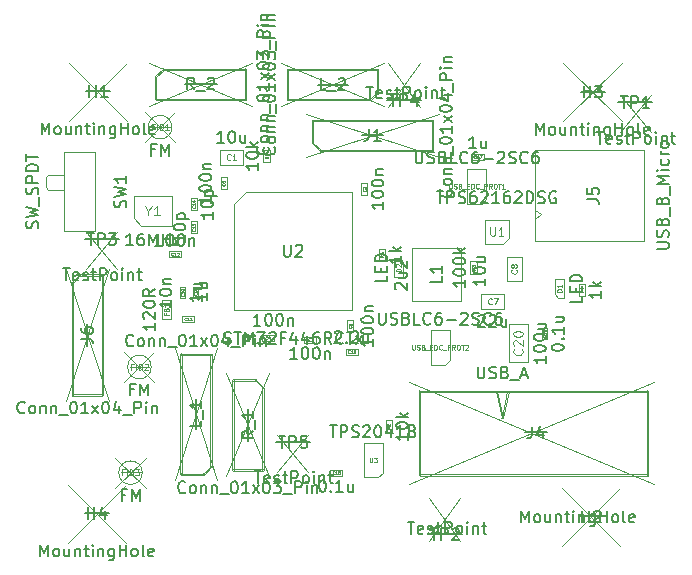
<source format=gbr>
%TF.GenerationSoftware,KiCad,Pcbnew,9.0.3*%
%TF.CreationDate,2025-09-29T14:44:44+08:00*%
%TF.ProjectId,Final Design,46696e61-6c20-4446-9573-69676e2e6b69,rev?*%
%TF.SameCoordinates,Original*%
%TF.FileFunction,AssemblyDrawing,Top*%
%FSLAX46Y46*%
G04 Gerber Fmt 4.6, Leading zero omitted, Abs format (unit mm)*
G04 Created by KiCad (PCBNEW 9.0.3) date 2025-09-29 14:44:44*
%MOMM*%
%LPD*%
G01*
G04 APERTURE LIST*
%ADD10C,0.150000*%
%ADD11C,0.040000*%
%ADD12C,0.060000*%
%ADD13C,0.100000*%
%ADD14C,0.080000*%
%ADD15C,0.120000*%
G04 APERTURE END LIST*
D10*
X100027619Y-60390057D02*
X100075238Y-60342438D01*
X100075238Y-60342438D02*
X100170476Y-60294819D01*
X100170476Y-60294819D02*
X100408571Y-60294819D01*
X100408571Y-60294819D02*
X100503809Y-60342438D01*
X100503809Y-60342438D02*
X100551428Y-60390057D01*
X100551428Y-60390057D02*
X100599047Y-60485295D01*
X100599047Y-60485295D02*
X100599047Y-60580533D01*
X100599047Y-60580533D02*
X100551428Y-60723390D01*
X100551428Y-60723390D02*
X99980000Y-61294819D01*
X99980000Y-61294819D02*
X100599047Y-61294819D01*
X101027619Y-61199580D02*
X101075238Y-61247200D01*
X101075238Y-61247200D02*
X101027619Y-61294819D01*
X101027619Y-61294819D02*
X100980000Y-61247200D01*
X100980000Y-61247200D02*
X101027619Y-61199580D01*
X101027619Y-61199580D02*
X101027619Y-61294819D01*
X101456190Y-60390057D02*
X101503809Y-60342438D01*
X101503809Y-60342438D02*
X101599047Y-60294819D01*
X101599047Y-60294819D02*
X101837142Y-60294819D01*
X101837142Y-60294819D02*
X101932380Y-60342438D01*
X101932380Y-60342438D02*
X101979999Y-60390057D01*
X101979999Y-60390057D02*
X102027618Y-60485295D01*
X102027618Y-60485295D02*
X102027618Y-60580533D01*
X102027618Y-60580533D02*
X101979999Y-60723390D01*
X101979999Y-60723390D02*
X101408571Y-61294819D01*
X101408571Y-61294819D02*
X102027618Y-61294819D01*
X102884761Y-60628152D02*
X102884761Y-61294819D01*
X102456190Y-60628152D02*
X102456190Y-61151961D01*
X102456190Y-61151961D02*
X102503809Y-61247200D01*
X102503809Y-61247200D02*
X102599047Y-61294819D01*
X102599047Y-61294819D02*
X102741904Y-61294819D01*
X102741904Y-61294819D02*
X102837142Y-61247200D01*
X102837142Y-61247200D02*
X102884761Y-61199580D01*
D11*
X101319285Y-62089765D02*
X101307381Y-62101670D01*
X101307381Y-62101670D02*
X101271666Y-62113574D01*
X101271666Y-62113574D02*
X101247857Y-62113574D01*
X101247857Y-62113574D02*
X101212143Y-62101670D01*
X101212143Y-62101670D02*
X101188333Y-62077860D01*
X101188333Y-62077860D02*
X101176428Y-62054050D01*
X101176428Y-62054050D02*
X101164524Y-62006431D01*
X101164524Y-62006431D02*
X101164524Y-61970717D01*
X101164524Y-61970717D02*
X101176428Y-61923098D01*
X101176428Y-61923098D02*
X101188333Y-61899289D01*
X101188333Y-61899289D02*
X101212143Y-61875479D01*
X101212143Y-61875479D02*
X101247857Y-61863574D01*
X101247857Y-61863574D02*
X101271666Y-61863574D01*
X101271666Y-61863574D02*
X101307381Y-61875479D01*
X101307381Y-61875479D02*
X101319285Y-61887384D01*
X101557381Y-62113574D02*
X101414524Y-62113574D01*
X101485952Y-62113574D02*
X101485952Y-61863574D01*
X101485952Y-61863574D02*
X101462143Y-61899289D01*
X101462143Y-61899289D02*
X101438333Y-61923098D01*
X101438333Y-61923098D02*
X101414524Y-61935003D01*
X101771666Y-61863574D02*
X101724047Y-61863574D01*
X101724047Y-61863574D02*
X101700238Y-61875479D01*
X101700238Y-61875479D02*
X101688333Y-61887384D01*
X101688333Y-61887384D02*
X101664523Y-61923098D01*
X101664523Y-61923098D02*
X101652619Y-61970717D01*
X101652619Y-61970717D02*
X101652619Y-62065955D01*
X101652619Y-62065955D02*
X101664523Y-62089765D01*
X101664523Y-62089765D02*
X101676428Y-62101670D01*
X101676428Y-62101670D02*
X101700238Y-62113574D01*
X101700238Y-62113574D02*
X101747857Y-62113574D01*
X101747857Y-62113574D02*
X101771666Y-62101670D01*
X101771666Y-62101670D02*
X101783571Y-62089765D01*
X101783571Y-62089765D02*
X101795476Y-62065955D01*
X101795476Y-62065955D02*
X101795476Y-62006431D01*
X101795476Y-62006431D02*
X101783571Y-61982622D01*
X101783571Y-61982622D02*
X101771666Y-61970717D01*
X101771666Y-61970717D02*
X101747857Y-61958812D01*
X101747857Y-61958812D02*
X101700238Y-61958812D01*
X101700238Y-61958812D02*
X101676428Y-61970717D01*
X101676428Y-61970717D02*
X101664523Y-61982622D01*
X101664523Y-61982622D02*
X101652619Y-62006431D01*
D10*
X74877200Y-51545237D02*
X74924819Y-51402380D01*
X74924819Y-51402380D02*
X74924819Y-51164285D01*
X74924819Y-51164285D02*
X74877200Y-51069047D01*
X74877200Y-51069047D02*
X74829580Y-51021428D01*
X74829580Y-51021428D02*
X74734342Y-50973809D01*
X74734342Y-50973809D02*
X74639104Y-50973809D01*
X74639104Y-50973809D02*
X74543866Y-51021428D01*
X74543866Y-51021428D02*
X74496247Y-51069047D01*
X74496247Y-51069047D02*
X74448628Y-51164285D01*
X74448628Y-51164285D02*
X74401009Y-51354761D01*
X74401009Y-51354761D02*
X74353390Y-51449999D01*
X74353390Y-51449999D02*
X74305771Y-51497618D01*
X74305771Y-51497618D02*
X74210533Y-51545237D01*
X74210533Y-51545237D02*
X74115295Y-51545237D01*
X74115295Y-51545237D02*
X74020057Y-51497618D01*
X74020057Y-51497618D02*
X73972438Y-51449999D01*
X73972438Y-51449999D02*
X73924819Y-51354761D01*
X73924819Y-51354761D02*
X73924819Y-51116666D01*
X73924819Y-51116666D02*
X73972438Y-50973809D01*
X73924819Y-50640475D02*
X74924819Y-50402380D01*
X74924819Y-50402380D02*
X74210533Y-50211904D01*
X74210533Y-50211904D02*
X74924819Y-50021428D01*
X74924819Y-50021428D02*
X73924819Y-49783333D01*
X75020057Y-49640476D02*
X75020057Y-48878571D01*
X74877200Y-48688094D02*
X74924819Y-48545237D01*
X74924819Y-48545237D02*
X74924819Y-48307142D01*
X74924819Y-48307142D02*
X74877200Y-48211904D01*
X74877200Y-48211904D02*
X74829580Y-48164285D01*
X74829580Y-48164285D02*
X74734342Y-48116666D01*
X74734342Y-48116666D02*
X74639104Y-48116666D01*
X74639104Y-48116666D02*
X74543866Y-48164285D01*
X74543866Y-48164285D02*
X74496247Y-48211904D01*
X74496247Y-48211904D02*
X74448628Y-48307142D01*
X74448628Y-48307142D02*
X74401009Y-48497618D01*
X74401009Y-48497618D02*
X74353390Y-48592856D01*
X74353390Y-48592856D02*
X74305771Y-48640475D01*
X74305771Y-48640475D02*
X74210533Y-48688094D01*
X74210533Y-48688094D02*
X74115295Y-48688094D01*
X74115295Y-48688094D02*
X74020057Y-48640475D01*
X74020057Y-48640475D02*
X73972438Y-48592856D01*
X73972438Y-48592856D02*
X73924819Y-48497618D01*
X73924819Y-48497618D02*
X73924819Y-48259523D01*
X73924819Y-48259523D02*
X73972438Y-48116666D01*
X74924819Y-47688094D02*
X73924819Y-47688094D01*
X73924819Y-47688094D02*
X73924819Y-47307142D01*
X73924819Y-47307142D02*
X73972438Y-47211904D01*
X73972438Y-47211904D02*
X74020057Y-47164285D01*
X74020057Y-47164285D02*
X74115295Y-47116666D01*
X74115295Y-47116666D02*
X74258152Y-47116666D01*
X74258152Y-47116666D02*
X74353390Y-47164285D01*
X74353390Y-47164285D02*
X74401009Y-47211904D01*
X74401009Y-47211904D02*
X74448628Y-47307142D01*
X74448628Y-47307142D02*
X74448628Y-47688094D01*
X74924819Y-46688094D02*
X73924819Y-46688094D01*
X73924819Y-46688094D02*
X73924819Y-46449999D01*
X73924819Y-46449999D02*
X73972438Y-46307142D01*
X73972438Y-46307142D02*
X74067676Y-46211904D01*
X74067676Y-46211904D02*
X74162914Y-46164285D01*
X74162914Y-46164285D02*
X74353390Y-46116666D01*
X74353390Y-46116666D02*
X74496247Y-46116666D01*
X74496247Y-46116666D02*
X74686723Y-46164285D01*
X74686723Y-46164285D02*
X74781961Y-46211904D01*
X74781961Y-46211904D02*
X74877200Y-46307142D01*
X74877200Y-46307142D02*
X74924819Y-46449999D01*
X74924819Y-46449999D02*
X74924819Y-46688094D01*
X73924819Y-45830951D02*
X73924819Y-45259523D01*
X74924819Y-45545237D02*
X73924819Y-45545237D01*
X82327200Y-49783332D02*
X82374819Y-49640475D01*
X82374819Y-49640475D02*
X82374819Y-49402380D01*
X82374819Y-49402380D02*
X82327200Y-49307142D01*
X82327200Y-49307142D02*
X82279580Y-49259523D01*
X82279580Y-49259523D02*
X82184342Y-49211904D01*
X82184342Y-49211904D02*
X82089104Y-49211904D01*
X82089104Y-49211904D02*
X81993866Y-49259523D01*
X81993866Y-49259523D02*
X81946247Y-49307142D01*
X81946247Y-49307142D02*
X81898628Y-49402380D01*
X81898628Y-49402380D02*
X81851009Y-49592856D01*
X81851009Y-49592856D02*
X81803390Y-49688094D01*
X81803390Y-49688094D02*
X81755771Y-49735713D01*
X81755771Y-49735713D02*
X81660533Y-49783332D01*
X81660533Y-49783332D02*
X81565295Y-49783332D01*
X81565295Y-49783332D02*
X81470057Y-49735713D01*
X81470057Y-49735713D02*
X81422438Y-49688094D01*
X81422438Y-49688094D02*
X81374819Y-49592856D01*
X81374819Y-49592856D02*
X81374819Y-49354761D01*
X81374819Y-49354761D02*
X81422438Y-49211904D01*
X81374819Y-48878570D02*
X82374819Y-48640475D01*
X82374819Y-48640475D02*
X81660533Y-48449999D01*
X81660533Y-48449999D02*
X82374819Y-48259523D01*
X82374819Y-48259523D02*
X81374819Y-48021428D01*
X82374819Y-47116666D02*
X82374819Y-47688094D01*
X82374819Y-47402380D02*
X81374819Y-47402380D01*
X81374819Y-47402380D02*
X81517676Y-47497618D01*
X81517676Y-47497618D02*
X81612914Y-47592856D01*
X81612914Y-47592856D02*
X81660533Y-47688094D01*
X98955714Y-72864819D02*
X99050952Y-72864819D01*
X99050952Y-72864819D02*
X99146190Y-72912438D01*
X99146190Y-72912438D02*
X99193809Y-72960057D01*
X99193809Y-72960057D02*
X99241428Y-73055295D01*
X99241428Y-73055295D02*
X99289047Y-73245771D01*
X99289047Y-73245771D02*
X99289047Y-73483866D01*
X99289047Y-73483866D02*
X99241428Y-73674342D01*
X99241428Y-73674342D02*
X99193809Y-73769580D01*
X99193809Y-73769580D02*
X99146190Y-73817200D01*
X99146190Y-73817200D02*
X99050952Y-73864819D01*
X99050952Y-73864819D02*
X98955714Y-73864819D01*
X98955714Y-73864819D02*
X98860476Y-73817200D01*
X98860476Y-73817200D02*
X98812857Y-73769580D01*
X98812857Y-73769580D02*
X98765238Y-73674342D01*
X98765238Y-73674342D02*
X98717619Y-73483866D01*
X98717619Y-73483866D02*
X98717619Y-73245771D01*
X98717619Y-73245771D02*
X98765238Y-73055295D01*
X98765238Y-73055295D02*
X98812857Y-72960057D01*
X98812857Y-72960057D02*
X98860476Y-72912438D01*
X98860476Y-72912438D02*
X98955714Y-72864819D01*
X99717619Y-73769580D02*
X99765238Y-73817200D01*
X99765238Y-73817200D02*
X99717619Y-73864819D01*
X99717619Y-73864819D02*
X99670000Y-73817200D01*
X99670000Y-73817200D02*
X99717619Y-73769580D01*
X99717619Y-73769580D02*
X99717619Y-73864819D01*
X100717618Y-73864819D02*
X100146190Y-73864819D01*
X100431904Y-73864819D02*
X100431904Y-72864819D01*
X100431904Y-72864819D02*
X100336666Y-73007676D01*
X100336666Y-73007676D02*
X100241428Y-73102914D01*
X100241428Y-73102914D02*
X100146190Y-73150533D01*
X101574761Y-73198152D02*
X101574761Y-73864819D01*
X101146190Y-73198152D02*
X101146190Y-73721961D01*
X101146190Y-73721961D02*
X101193809Y-73817200D01*
X101193809Y-73817200D02*
X101289047Y-73864819D01*
X101289047Y-73864819D02*
X101431904Y-73864819D01*
X101431904Y-73864819D02*
X101527142Y-73817200D01*
X101527142Y-73817200D02*
X101574761Y-73769580D01*
D11*
X100009285Y-72339765D02*
X99997381Y-72351670D01*
X99997381Y-72351670D02*
X99961666Y-72363574D01*
X99961666Y-72363574D02*
X99937857Y-72363574D01*
X99937857Y-72363574D02*
X99902143Y-72351670D01*
X99902143Y-72351670D02*
X99878333Y-72327860D01*
X99878333Y-72327860D02*
X99866428Y-72304050D01*
X99866428Y-72304050D02*
X99854524Y-72256431D01*
X99854524Y-72256431D02*
X99854524Y-72220717D01*
X99854524Y-72220717D02*
X99866428Y-72173098D01*
X99866428Y-72173098D02*
X99878333Y-72149289D01*
X99878333Y-72149289D02*
X99902143Y-72125479D01*
X99902143Y-72125479D02*
X99937857Y-72113574D01*
X99937857Y-72113574D02*
X99961666Y-72113574D01*
X99961666Y-72113574D02*
X99997381Y-72125479D01*
X99997381Y-72125479D02*
X100009285Y-72137384D01*
X100247381Y-72363574D02*
X100104524Y-72363574D01*
X100175952Y-72363574D02*
X100175952Y-72113574D01*
X100175952Y-72113574D02*
X100152143Y-72149289D01*
X100152143Y-72149289D02*
X100128333Y-72173098D01*
X100128333Y-72173098D02*
X100104524Y-72185003D01*
X100390238Y-72220717D02*
X100366428Y-72208812D01*
X100366428Y-72208812D02*
X100354523Y-72196908D01*
X100354523Y-72196908D02*
X100342619Y-72173098D01*
X100342619Y-72173098D02*
X100342619Y-72161193D01*
X100342619Y-72161193D02*
X100354523Y-72137384D01*
X100354523Y-72137384D02*
X100366428Y-72125479D01*
X100366428Y-72125479D02*
X100390238Y-72113574D01*
X100390238Y-72113574D02*
X100437857Y-72113574D01*
X100437857Y-72113574D02*
X100461666Y-72125479D01*
X100461666Y-72125479D02*
X100473571Y-72137384D01*
X100473571Y-72137384D02*
X100485476Y-72161193D01*
X100485476Y-72161193D02*
X100485476Y-72173098D01*
X100485476Y-72173098D02*
X100473571Y-72196908D01*
X100473571Y-72196908D02*
X100461666Y-72208812D01*
X100461666Y-72208812D02*
X100437857Y-72220717D01*
X100437857Y-72220717D02*
X100390238Y-72220717D01*
X100390238Y-72220717D02*
X100366428Y-72232622D01*
X100366428Y-72232622D02*
X100354523Y-72244527D01*
X100354523Y-72244527D02*
X100342619Y-72268336D01*
X100342619Y-72268336D02*
X100342619Y-72315955D01*
X100342619Y-72315955D02*
X100354523Y-72339765D01*
X100354523Y-72339765D02*
X100366428Y-72351670D01*
X100366428Y-72351670D02*
X100390238Y-72363574D01*
X100390238Y-72363574D02*
X100437857Y-72363574D01*
X100437857Y-72363574D02*
X100461666Y-72351670D01*
X100461666Y-72351670D02*
X100473571Y-72339765D01*
X100473571Y-72339765D02*
X100485476Y-72315955D01*
X100485476Y-72315955D02*
X100485476Y-72268336D01*
X100485476Y-72268336D02*
X100473571Y-72244527D01*
X100473571Y-72244527D02*
X100461666Y-72232622D01*
X100461666Y-72232622D02*
X100437857Y-72220717D01*
D10*
X73790475Y-67139580D02*
X73742856Y-67187200D01*
X73742856Y-67187200D02*
X73599999Y-67234819D01*
X73599999Y-67234819D02*
X73504761Y-67234819D01*
X73504761Y-67234819D02*
X73361904Y-67187200D01*
X73361904Y-67187200D02*
X73266666Y-67091961D01*
X73266666Y-67091961D02*
X73219047Y-66996723D01*
X73219047Y-66996723D02*
X73171428Y-66806247D01*
X73171428Y-66806247D02*
X73171428Y-66663390D01*
X73171428Y-66663390D02*
X73219047Y-66472914D01*
X73219047Y-66472914D02*
X73266666Y-66377676D01*
X73266666Y-66377676D02*
X73361904Y-66282438D01*
X73361904Y-66282438D02*
X73504761Y-66234819D01*
X73504761Y-66234819D02*
X73599999Y-66234819D01*
X73599999Y-66234819D02*
X73742856Y-66282438D01*
X73742856Y-66282438D02*
X73790475Y-66330057D01*
X74361904Y-67234819D02*
X74266666Y-67187200D01*
X74266666Y-67187200D02*
X74219047Y-67139580D01*
X74219047Y-67139580D02*
X74171428Y-67044342D01*
X74171428Y-67044342D02*
X74171428Y-66758628D01*
X74171428Y-66758628D02*
X74219047Y-66663390D01*
X74219047Y-66663390D02*
X74266666Y-66615771D01*
X74266666Y-66615771D02*
X74361904Y-66568152D01*
X74361904Y-66568152D02*
X74504761Y-66568152D01*
X74504761Y-66568152D02*
X74599999Y-66615771D01*
X74599999Y-66615771D02*
X74647618Y-66663390D01*
X74647618Y-66663390D02*
X74695237Y-66758628D01*
X74695237Y-66758628D02*
X74695237Y-67044342D01*
X74695237Y-67044342D02*
X74647618Y-67139580D01*
X74647618Y-67139580D02*
X74599999Y-67187200D01*
X74599999Y-67187200D02*
X74504761Y-67234819D01*
X74504761Y-67234819D02*
X74361904Y-67234819D01*
X75123809Y-66568152D02*
X75123809Y-67234819D01*
X75123809Y-66663390D02*
X75171428Y-66615771D01*
X75171428Y-66615771D02*
X75266666Y-66568152D01*
X75266666Y-66568152D02*
X75409523Y-66568152D01*
X75409523Y-66568152D02*
X75504761Y-66615771D01*
X75504761Y-66615771D02*
X75552380Y-66711009D01*
X75552380Y-66711009D02*
X75552380Y-67234819D01*
X76028571Y-66568152D02*
X76028571Y-67234819D01*
X76028571Y-66663390D02*
X76076190Y-66615771D01*
X76076190Y-66615771D02*
X76171428Y-66568152D01*
X76171428Y-66568152D02*
X76314285Y-66568152D01*
X76314285Y-66568152D02*
X76409523Y-66615771D01*
X76409523Y-66615771D02*
X76457142Y-66711009D01*
X76457142Y-66711009D02*
X76457142Y-67234819D01*
X76695238Y-67330057D02*
X77457142Y-67330057D01*
X77885714Y-66234819D02*
X77980952Y-66234819D01*
X77980952Y-66234819D02*
X78076190Y-66282438D01*
X78076190Y-66282438D02*
X78123809Y-66330057D01*
X78123809Y-66330057D02*
X78171428Y-66425295D01*
X78171428Y-66425295D02*
X78219047Y-66615771D01*
X78219047Y-66615771D02*
X78219047Y-66853866D01*
X78219047Y-66853866D02*
X78171428Y-67044342D01*
X78171428Y-67044342D02*
X78123809Y-67139580D01*
X78123809Y-67139580D02*
X78076190Y-67187200D01*
X78076190Y-67187200D02*
X77980952Y-67234819D01*
X77980952Y-67234819D02*
X77885714Y-67234819D01*
X77885714Y-67234819D02*
X77790476Y-67187200D01*
X77790476Y-67187200D02*
X77742857Y-67139580D01*
X77742857Y-67139580D02*
X77695238Y-67044342D01*
X77695238Y-67044342D02*
X77647619Y-66853866D01*
X77647619Y-66853866D02*
X77647619Y-66615771D01*
X77647619Y-66615771D02*
X77695238Y-66425295D01*
X77695238Y-66425295D02*
X77742857Y-66330057D01*
X77742857Y-66330057D02*
X77790476Y-66282438D01*
X77790476Y-66282438D02*
X77885714Y-66234819D01*
X79171428Y-67234819D02*
X78600000Y-67234819D01*
X78885714Y-67234819D02*
X78885714Y-66234819D01*
X78885714Y-66234819D02*
X78790476Y-66377676D01*
X78790476Y-66377676D02*
X78695238Y-66472914D01*
X78695238Y-66472914D02*
X78600000Y-66520533D01*
X79504762Y-67234819D02*
X80028571Y-66568152D01*
X79504762Y-66568152D02*
X80028571Y-67234819D01*
X80600000Y-66234819D02*
X80695238Y-66234819D01*
X80695238Y-66234819D02*
X80790476Y-66282438D01*
X80790476Y-66282438D02*
X80838095Y-66330057D01*
X80838095Y-66330057D02*
X80885714Y-66425295D01*
X80885714Y-66425295D02*
X80933333Y-66615771D01*
X80933333Y-66615771D02*
X80933333Y-66853866D01*
X80933333Y-66853866D02*
X80885714Y-67044342D01*
X80885714Y-67044342D02*
X80838095Y-67139580D01*
X80838095Y-67139580D02*
X80790476Y-67187200D01*
X80790476Y-67187200D02*
X80695238Y-67234819D01*
X80695238Y-67234819D02*
X80600000Y-67234819D01*
X80600000Y-67234819D02*
X80504762Y-67187200D01*
X80504762Y-67187200D02*
X80457143Y-67139580D01*
X80457143Y-67139580D02*
X80409524Y-67044342D01*
X80409524Y-67044342D02*
X80361905Y-66853866D01*
X80361905Y-66853866D02*
X80361905Y-66615771D01*
X80361905Y-66615771D02*
X80409524Y-66425295D01*
X80409524Y-66425295D02*
X80457143Y-66330057D01*
X80457143Y-66330057D02*
X80504762Y-66282438D01*
X80504762Y-66282438D02*
X80600000Y-66234819D01*
X81790476Y-66568152D02*
X81790476Y-67234819D01*
X81552381Y-66187200D02*
X81314286Y-66901485D01*
X81314286Y-66901485D02*
X81933333Y-66901485D01*
X82076191Y-67330057D02*
X82838095Y-67330057D01*
X83076191Y-67234819D02*
X83076191Y-66234819D01*
X83076191Y-66234819D02*
X83457143Y-66234819D01*
X83457143Y-66234819D02*
X83552381Y-66282438D01*
X83552381Y-66282438D02*
X83600000Y-66330057D01*
X83600000Y-66330057D02*
X83647619Y-66425295D01*
X83647619Y-66425295D02*
X83647619Y-66568152D01*
X83647619Y-66568152D02*
X83600000Y-66663390D01*
X83600000Y-66663390D02*
X83552381Y-66711009D01*
X83552381Y-66711009D02*
X83457143Y-66758628D01*
X83457143Y-66758628D02*
X83076191Y-66758628D01*
X84076191Y-67234819D02*
X84076191Y-66568152D01*
X84076191Y-66234819D02*
X84028572Y-66282438D01*
X84028572Y-66282438D02*
X84076191Y-66330057D01*
X84076191Y-66330057D02*
X84123810Y-66282438D01*
X84123810Y-66282438D02*
X84076191Y-66234819D01*
X84076191Y-66234819D02*
X84076191Y-66330057D01*
X84552381Y-66568152D02*
X84552381Y-67234819D01*
X84552381Y-66663390D02*
X84600000Y-66615771D01*
X84600000Y-66615771D02*
X84695238Y-66568152D01*
X84695238Y-66568152D02*
X84838095Y-66568152D01*
X84838095Y-66568152D02*
X84933333Y-66615771D01*
X84933333Y-66615771D02*
X84980952Y-66711009D01*
X84980952Y-66711009D02*
X84980952Y-67234819D01*
X78554819Y-60923333D02*
X79269104Y-60923333D01*
X79269104Y-60923333D02*
X79411961Y-60970952D01*
X79411961Y-60970952D02*
X79507200Y-61066190D01*
X79507200Y-61066190D02*
X79554819Y-61209047D01*
X79554819Y-61209047D02*
X79554819Y-61304285D01*
X78554819Y-60018571D02*
X78554819Y-60209047D01*
X78554819Y-60209047D02*
X78602438Y-60304285D01*
X78602438Y-60304285D02*
X78650057Y-60351904D01*
X78650057Y-60351904D02*
X78792914Y-60447142D01*
X78792914Y-60447142D02*
X78983390Y-60494761D01*
X78983390Y-60494761D02*
X79364342Y-60494761D01*
X79364342Y-60494761D02*
X79459580Y-60447142D01*
X79459580Y-60447142D02*
X79507200Y-60399523D01*
X79507200Y-60399523D02*
X79554819Y-60304285D01*
X79554819Y-60304285D02*
X79554819Y-60113809D01*
X79554819Y-60113809D02*
X79507200Y-60018571D01*
X79507200Y-60018571D02*
X79459580Y-59970952D01*
X79459580Y-59970952D02*
X79364342Y-59923333D01*
X79364342Y-59923333D02*
X79126247Y-59923333D01*
X79126247Y-59923333D02*
X79031009Y-59970952D01*
X79031009Y-59970952D02*
X78983390Y-60018571D01*
X78983390Y-60018571D02*
X78935771Y-60113809D01*
X78935771Y-60113809D02*
X78935771Y-60304285D01*
X78935771Y-60304285D02*
X78983390Y-60399523D01*
X78983390Y-60399523D02*
X79031009Y-60447142D01*
X79031009Y-60447142D02*
X79126247Y-60494761D01*
X79054819Y-61523576D02*
X79054819Y-59698333D01*
X82990475Y-61459580D02*
X82942856Y-61507200D01*
X82942856Y-61507200D02*
X82799999Y-61554819D01*
X82799999Y-61554819D02*
X82704761Y-61554819D01*
X82704761Y-61554819D02*
X82561904Y-61507200D01*
X82561904Y-61507200D02*
X82466666Y-61411961D01*
X82466666Y-61411961D02*
X82419047Y-61316723D01*
X82419047Y-61316723D02*
X82371428Y-61126247D01*
X82371428Y-61126247D02*
X82371428Y-60983390D01*
X82371428Y-60983390D02*
X82419047Y-60792914D01*
X82419047Y-60792914D02*
X82466666Y-60697676D01*
X82466666Y-60697676D02*
X82561904Y-60602438D01*
X82561904Y-60602438D02*
X82704761Y-60554819D01*
X82704761Y-60554819D02*
X82799999Y-60554819D01*
X82799999Y-60554819D02*
X82942856Y-60602438D01*
X82942856Y-60602438D02*
X82990475Y-60650057D01*
X83561904Y-61554819D02*
X83466666Y-61507200D01*
X83466666Y-61507200D02*
X83419047Y-61459580D01*
X83419047Y-61459580D02*
X83371428Y-61364342D01*
X83371428Y-61364342D02*
X83371428Y-61078628D01*
X83371428Y-61078628D02*
X83419047Y-60983390D01*
X83419047Y-60983390D02*
X83466666Y-60935771D01*
X83466666Y-60935771D02*
X83561904Y-60888152D01*
X83561904Y-60888152D02*
X83704761Y-60888152D01*
X83704761Y-60888152D02*
X83799999Y-60935771D01*
X83799999Y-60935771D02*
X83847618Y-60983390D01*
X83847618Y-60983390D02*
X83895237Y-61078628D01*
X83895237Y-61078628D02*
X83895237Y-61364342D01*
X83895237Y-61364342D02*
X83847618Y-61459580D01*
X83847618Y-61459580D02*
X83799999Y-61507200D01*
X83799999Y-61507200D02*
X83704761Y-61554819D01*
X83704761Y-61554819D02*
X83561904Y-61554819D01*
X84323809Y-60888152D02*
X84323809Y-61554819D01*
X84323809Y-60983390D02*
X84371428Y-60935771D01*
X84371428Y-60935771D02*
X84466666Y-60888152D01*
X84466666Y-60888152D02*
X84609523Y-60888152D01*
X84609523Y-60888152D02*
X84704761Y-60935771D01*
X84704761Y-60935771D02*
X84752380Y-61031009D01*
X84752380Y-61031009D02*
X84752380Y-61554819D01*
X85228571Y-60888152D02*
X85228571Y-61554819D01*
X85228571Y-60983390D02*
X85276190Y-60935771D01*
X85276190Y-60935771D02*
X85371428Y-60888152D01*
X85371428Y-60888152D02*
X85514285Y-60888152D01*
X85514285Y-60888152D02*
X85609523Y-60935771D01*
X85609523Y-60935771D02*
X85657142Y-61031009D01*
X85657142Y-61031009D02*
X85657142Y-61554819D01*
X85895238Y-61650057D02*
X86657142Y-61650057D01*
X87085714Y-60554819D02*
X87180952Y-60554819D01*
X87180952Y-60554819D02*
X87276190Y-60602438D01*
X87276190Y-60602438D02*
X87323809Y-60650057D01*
X87323809Y-60650057D02*
X87371428Y-60745295D01*
X87371428Y-60745295D02*
X87419047Y-60935771D01*
X87419047Y-60935771D02*
X87419047Y-61173866D01*
X87419047Y-61173866D02*
X87371428Y-61364342D01*
X87371428Y-61364342D02*
X87323809Y-61459580D01*
X87323809Y-61459580D02*
X87276190Y-61507200D01*
X87276190Y-61507200D02*
X87180952Y-61554819D01*
X87180952Y-61554819D02*
X87085714Y-61554819D01*
X87085714Y-61554819D02*
X86990476Y-61507200D01*
X86990476Y-61507200D02*
X86942857Y-61459580D01*
X86942857Y-61459580D02*
X86895238Y-61364342D01*
X86895238Y-61364342D02*
X86847619Y-61173866D01*
X86847619Y-61173866D02*
X86847619Y-60935771D01*
X86847619Y-60935771D02*
X86895238Y-60745295D01*
X86895238Y-60745295D02*
X86942857Y-60650057D01*
X86942857Y-60650057D02*
X86990476Y-60602438D01*
X86990476Y-60602438D02*
X87085714Y-60554819D01*
X88371428Y-61554819D02*
X87800000Y-61554819D01*
X88085714Y-61554819D02*
X88085714Y-60554819D01*
X88085714Y-60554819D02*
X87990476Y-60697676D01*
X87990476Y-60697676D02*
X87895238Y-60792914D01*
X87895238Y-60792914D02*
X87800000Y-60840533D01*
X88704762Y-61554819D02*
X89228571Y-60888152D01*
X88704762Y-60888152D02*
X89228571Y-61554819D01*
X89800000Y-60554819D02*
X89895238Y-60554819D01*
X89895238Y-60554819D02*
X89990476Y-60602438D01*
X89990476Y-60602438D02*
X90038095Y-60650057D01*
X90038095Y-60650057D02*
X90085714Y-60745295D01*
X90085714Y-60745295D02*
X90133333Y-60935771D01*
X90133333Y-60935771D02*
X90133333Y-61173866D01*
X90133333Y-61173866D02*
X90085714Y-61364342D01*
X90085714Y-61364342D02*
X90038095Y-61459580D01*
X90038095Y-61459580D02*
X89990476Y-61507200D01*
X89990476Y-61507200D02*
X89895238Y-61554819D01*
X89895238Y-61554819D02*
X89800000Y-61554819D01*
X89800000Y-61554819D02*
X89704762Y-61507200D01*
X89704762Y-61507200D02*
X89657143Y-61459580D01*
X89657143Y-61459580D02*
X89609524Y-61364342D01*
X89609524Y-61364342D02*
X89561905Y-61173866D01*
X89561905Y-61173866D02*
X89561905Y-60935771D01*
X89561905Y-60935771D02*
X89609524Y-60745295D01*
X89609524Y-60745295D02*
X89657143Y-60650057D01*
X89657143Y-60650057D02*
X89704762Y-60602438D01*
X89704762Y-60602438D02*
X89800000Y-60554819D01*
X90990476Y-60888152D02*
X90990476Y-61554819D01*
X90752381Y-60507200D02*
X90514286Y-61221485D01*
X90514286Y-61221485D02*
X91133333Y-61221485D01*
X91276191Y-61650057D02*
X92038095Y-61650057D01*
X92276191Y-61554819D02*
X92276191Y-60554819D01*
X92276191Y-60554819D02*
X92657143Y-60554819D01*
X92657143Y-60554819D02*
X92752381Y-60602438D01*
X92752381Y-60602438D02*
X92800000Y-60650057D01*
X92800000Y-60650057D02*
X92847619Y-60745295D01*
X92847619Y-60745295D02*
X92847619Y-60888152D01*
X92847619Y-60888152D02*
X92800000Y-60983390D01*
X92800000Y-60983390D02*
X92752381Y-61031009D01*
X92752381Y-61031009D02*
X92657143Y-61078628D01*
X92657143Y-61078628D02*
X92276191Y-61078628D01*
X93276191Y-61554819D02*
X93276191Y-60888152D01*
X93276191Y-60554819D02*
X93228572Y-60602438D01*
X93228572Y-60602438D02*
X93276191Y-60650057D01*
X93276191Y-60650057D02*
X93323810Y-60602438D01*
X93323810Y-60602438D02*
X93276191Y-60554819D01*
X93276191Y-60554819D02*
X93276191Y-60650057D01*
X93752381Y-60888152D02*
X93752381Y-61554819D01*
X93752381Y-60983390D02*
X93800000Y-60935771D01*
X93800000Y-60935771D02*
X93895238Y-60888152D01*
X93895238Y-60888152D02*
X94038095Y-60888152D01*
X94038095Y-60888152D02*
X94133333Y-60935771D01*
X94133333Y-60935771D02*
X94180952Y-61031009D01*
X94180952Y-61031009D02*
X94180952Y-61554819D01*
X88754819Y-67837619D02*
X88754819Y-68313809D01*
X88754819Y-68313809D02*
X87754819Y-68313809D01*
X88850057Y-67742381D02*
X88850057Y-66980476D01*
X88754819Y-66218571D02*
X88754819Y-66789999D01*
X88754819Y-66504285D02*
X87754819Y-66504285D01*
X87754819Y-66504285D02*
X87897676Y-66599523D01*
X87897676Y-66599523D02*
X87992914Y-66694761D01*
X87992914Y-66694761D02*
X88040533Y-66789999D01*
X88303151Y-68538809D02*
X88303151Y-65999280D01*
X111993333Y-44794819D02*
X111421905Y-44794819D01*
X111707619Y-44794819D02*
X111707619Y-43794819D01*
X111707619Y-43794819D02*
X111612381Y-43937676D01*
X111612381Y-43937676D02*
X111517143Y-44032914D01*
X111517143Y-44032914D02*
X111421905Y-44080533D01*
X112850476Y-44128152D02*
X112850476Y-44794819D01*
X112421905Y-44128152D02*
X112421905Y-44651961D01*
X112421905Y-44651961D02*
X112469524Y-44747200D01*
X112469524Y-44747200D02*
X112564762Y-44794819D01*
X112564762Y-44794819D02*
X112707619Y-44794819D01*
X112707619Y-44794819D02*
X112802857Y-44747200D01*
X112802857Y-44747200D02*
X112850476Y-44699580D01*
D11*
X111999285Y-45589765D02*
X111987381Y-45601670D01*
X111987381Y-45601670D02*
X111951666Y-45613574D01*
X111951666Y-45613574D02*
X111927857Y-45613574D01*
X111927857Y-45613574D02*
X111892143Y-45601670D01*
X111892143Y-45601670D02*
X111868333Y-45577860D01*
X111868333Y-45577860D02*
X111856428Y-45554050D01*
X111856428Y-45554050D02*
X111844524Y-45506431D01*
X111844524Y-45506431D02*
X111844524Y-45470717D01*
X111844524Y-45470717D02*
X111856428Y-45423098D01*
X111856428Y-45423098D02*
X111868333Y-45399289D01*
X111868333Y-45399289D02*
X111892143Y-45375479D01*
X111892143Y-45375479D02*
X111927857Y-45363574D01*
X111927857Y-45363574D02*
X111951666Y-45363574D01*
X111951666Y-45363574D02*
X111987381Y-45375479D01*
X111987381Y-45375479D02*
X111999285Y-45387384D01*
X112237381Y-45613574D02*
X112094524Y-45613574D01*
X112165952Y-45613574D02*
X112165952Y-45363574D01*
X112165952Y-45363574D02*
X112142143Y-45399289D01*
X112142143Y-45399289D02*
X112118333Y-45423098D01*
X112118333Y-45423098D02*
X112094524Y-45435003D01*
X112320714Y-45363574D02*
X112487380Y-45363574D01*
X112487380Y-45363574D02*
X112380238Y-45613574D01*
D10*
X115814285Y-76454819D02*
X115814285Y-75454819D01*
X115814285Y-75454819D02*
X116147618Y-76169104D01*
X116147618Y-76169104D02*
X116480951Y-75454819D01*
X116480951Y-75454819D02*
X116480951Y-76454819D01*
X117099999Y-76454819D02*
X117004761Y-76407200D01*
X117004761Y-76407200D02*
X116957142Y-76359580D01*
X116957142Y-76359580D02*
X116909523Y-76264342D01*
X116909523Y-76264342D02*
X116909523Y-75978628D01*
X116909523Y-75978628D02*
X116957142Y-75883390D01*
X116957142Y-75883390D02*
X117004761Y-75835771D01*
X117004761Y-75835771D02*
X117099999Y-75788152D01*
X117099999Y-75788152D02*
X117242856Y-75788152D01*
X117242856Y-75788152D02*
X117338094Y-75835771D01*
X117338094Y-75835771D02*
X117385713Y-75883390D01*
X117385713Y-75883390D02*
X117433332Y-75978628D01*
X117433332Y-75978628D02*
X117433332Y-76264342D01*
X117433332Y-76264342D02*
X117385713Y-76359580D01*
X117385713Y-76359580D02*
X117338094Y-76407200D01*
X117338094Y-76407200D02*
X117242856Y-76454819D01*
X117242856Y-76454819D02*
X117099999Y-76454819D01*
X118290475Y-75788152D02*
X118290475Y-76454819D01*
X117861904Y-75788152D02*
X117861904Y-76311961D01*
X117861904Y-76311961D02*
X117909523Y-76407200D01*
X117909523Y-76407200D02*
X118004761Y-76454819D01*
X118004761Y-76454819D02*
X118147618Y-76454819D01*
X118147618Y-76454819D02*
X118242856Y-76407200D01*
X118242856Y-76407200D02*
X118290475Y-76359580D01*
X118766666Y-75788152D02*
X118766666Y-76454819D01*
X118766666Y-75883390D02*
X118814285Y-75835771D01*
X118814285Y-75835771D02*
X118909523Y-75788152D01*
X118909523Y-75788152D02*
X119052380Y-75788152D01*
X119052380Y-75788152D02*
X119147618Y-75835771D01*
X119147618Y-75835771D02*
X119195237Y-75931009D01*
X119195237Y-75931009D02*
X119195237Y-76454819D01*
X119528571Y-75788152D02*
X119909523Y-75788152D01*
X119671428Y-75454819D02*
X119671428Y-76311961D01*
X119671428Y-76311961D02*
X119719047Y-76407200D01*
X119719047Y-76407200D02*
X119814285Y-76454819D01*
X119814285Y-76454819D02*
X119909523Y-76454819D01*
X120242857Y-76454819D02*
X120242857Y-75788152D01*
X120242857Y-75454819D02*
X120195238Y-75502438D01*
X120195238Y-75502438D02*
X120242857Y-75550057D01*
X120242857Y-75550057D02*
X120290476Y-75502438D01*
X120290476Y-75502438D02*
X120242857Y-75454819D01*
X120242857Y-75454819D02*
X120242857Y-75550057D01*
X120719047Y-75788152D02*
X120719047Y-76454819D01*
X120719047Y-75883390D02*
X120766666Y-75835771D01*
X120766666Y-75835771D02*
X120861904Y-75788152D01*
X120861904Y-75788152D02*
X121004761Y-75788152D01*
X121004761Y-75788152D02*
X121099999Y-75835771D01*
X121099999Y-75835771D02*
X121147618Y-75931009D01*
X121147618Y-75931009D02*
X121147618Y-76454819D01*
X122052380Y-75788152D02*
X122052380Y-76597676D01*
X122052380Y-76597676D02*
X122004761Y-76692914D01*
X122004761Y-76692914D02*
X121957142Y-76740533D01*
X121957142Y-76740533D02*
X121861904Y-76788152D01*
X121861904Y-76788152D02*
X121719047Y-76788152D01*
X121719047Y-76788152D02*
X121623809Y-76740533D01*
X122052380Y-76407200D02*
X121957142Y-76454819D01*
X121957142Y-76454819D02*
X121766666Y-76454819D01*
X121766666Y-76454819D02*
X121671428Y-76407200D01*
X121671428Y-76407200D02*
X121623809Y-76359580D01*
X121623809Y-76359580D02*
X121576190Y-76264342D01*
X121576190Y-76264342D02*
X121576190Y-75978628D01*
X121576190Y-75978628D02*
X121623809Y-75883390D01*
X121623809Y-75883390D02*
X121671428Y-75835771D01*
X121671428Y-75835771D02*
X121766666Y-75788152D01*
X121766666Y-75788152D02*
X121957142Y-75788152D01*
X121957142Y-75788152D02*
X122052380Y-75835771D01*
X122528571Y-76454819D02*
X122528571Y-75454819D01*
X122528571Y-75931009D02*
X123099999Y-75931009D01*
X123099999Y-76454819D02*
X123099999Y-75454819D01*
X123719047Y-76454819D02*
X123623809Y-76407200D01*
X123623809Y-76407200D02*
X123576190Y-76359580D01*
X123576190Y-76359580D02*
X123528571Y-76264342D01*
X123528571Y-76264342D02*
X123528571Y-75978628D01*
X123528571Y-75978628D02*
X123576190Y-75883390D01*
X123576190Y-75883390D02*
X123623809Y-75835771D01*
X123623809Y-75835771D02*
X123719047Y-75788152D01*
X123719047Y-75788152D02*
X123861904Y-75788152D01*
X123861904Y-75788152D02*
X123957142Y-75835771D01*
X123957142Y-75835771D02*
X124004761Y-75883390D01*
X124004761Y-75883390D02*
X124052380Y-75978628D01*
X124052380Y-75978628D02*
X124052380Y-76264342D01*
X124052380Y-76264342D02*
X124004761Y-76359580D01*
X124004761Y-76359580D02*
X123957142Y-76407200D01*
X123957142Y-76407200D02*
X123861904Y-76454819D01*
X123861904Y-76454819D02*
X123719047Y-76454819D01*
X124623809Y-76454819D02*
X124528571Y-76407200D01*
X124528571Y-76407200D02*
X124480952Y-76311961D01*
X124480952Y-76311961D02*
X124480952Y-75454819D01*
X125385714Y-76407200D02*
X125290476Y-76454819D01*
X125290476Y-76454819D02*
X125100000Y-76454819D01*
X125100000Y-76454819D02*
X125004762Y-76407200D01*
X125004762Y-76407200D02*
X124957143Y-76311961D01*
X124957143Y-76311961D02*
X124957143Y-75931009D01*
X124957143Y-75931009D02*
X125004762Y-75835771D01*
X125004762Y-75835771D02*
X125100000Y-75788152D01*
X125100000Y-75788152D02*
X125290476Y-75788152D01*
X125290476Y-75788152D02*
X125385714Y-75835771D01*
X125385714Y-75835771D02*
X125433333Y-75931009D01*
X125433333Y-75931009D02*
X125433333Y-76026247D01*
X125433333Y-76026247D02*
X124957143Y-76121485D01*
X120988095Y-76454819D02*
X120988095Y-75454819D01*
X120988095Y-75931009D02*
X121559523Y-75931009D01*
X121559523Y-76454819D02*
X121559523Y-75454819D01*
X121988095Y-75550057D02*
X122035714Y-75502438D01*
X122035714Y-75502438D02*
X122130952Y-75454819D01*
X122130952Y-75454819D02*
X122369047Y-75454819D01*
X122369047Y-75454819D02*
X122464285Y-75502438D01*
X122464285Y-75502438D02*
X122511904Y-75550057D01*
X122511904Y-75550057D02*
X122559523Y-75645295D01*
X122559523Y-75645295D02*
X122559523Y-75740533D01*
X122559523Y-75740533D02*
X122511904Y-75883390D01*
X122511904Y-75883390D02*
X121940476Y-76454819D01*
X121940476Y-76454819D02*
X122559523Y-76454819D01*
X120763095Y-75954819D02*
X122784523Y-75954819D01*
X88764819Y-57166666D02*
X88764819Y-57738094D01*
X88764819Y-57452380D02*
X87764819Y-57452380D01*
X87764819Y-57452380D02*
X87907676Y-57547618D01*
X87907676Y-57547618D02*
X88002914Y-57642856D01*
X88002914Y-57642856D02*
X88050533Y-57738094D01*
X88098152Y-56309523D02*
X88764819Y-56309523D01*
X88098152Y-56738094D02*
X88621961Y-56738094D01*
X88621961Y-56738094D02*
X88717200Y-56690475D01*
X88717200Y-56690475D02*
X88764819Y-56595237D01*
X88764819Y-56595237D02*
X88764819Y-56452380D01*
X88764819Y-56452380D02*
X88717200Y-56357142D01*
X88717200Y-56357142D02*
X88669580Y-56309523D01*
D11*
X87239765Y-57160714D02*
X87251670Y-57172618D01*
X87251670Y-57172618D02*
X87263574Y-57208333D01*
X87263574Y-57208333D02*
X87263574Y-57232142D01*
X87263574Y-57232142D02*
X87251670Y-57267856D01*
X87251670Y-57267856D02*
X87227860Y-57291666D01*
X87227860Y-57291666D02*
X87204050Y-57303571D01*
X87204050Y-57303571D02*
X87156431Y-57315475D01*
X87156431Y-57315475D02*
X87120717Y-57315475D01*
X87120717Y-57315475D02*
X87073098Y-57303571D01*
X87073098Y-57303571D02*
X87049289Y-57291666D01*
X87049289Y-57291666D02*
X87025479Y-57267856D01*
X87025479Y-57267856D02*
X87013574Y-57232142D01*
X87013574Y-57232142D02*
X87013574Y-57208333D01*
X87013574Y-57208333D02*
X87025479Y-57172618D01*
X87025479Y-57172618D02*
X87037384Y-57160714D01*
X87263574Y-56922618D02*
X87263574Y-57065475D01*
X87263574Y-56994047D02*
X87013574Y-56994047D01*
X87013574Y-56994047D02*
X87049289Y-57017856D01*
X87049289Y-57017856D02*
X87073098Y-57041666D01*
X87073098Y-57041666D02*
X87085003Y-57065475D01*
X87013574Y-56767857D02*
X87013574Y-56744047D01*
X87013574Y-56744047D02*
X87025479Y-56720238D01*
X87025479Y-56720238D02*
X87037384Y-56708333D01*
X87037384Y-56708333D02*
X87061193Y-56696428D01*
X87061193Y-56696428D02*
X87108812Y-56684523D01*
X87108812Y-56684523D02*
X87168336Y-56684523D01*
X87168336Y-56684523D02*
X87215955Y-56696428D01*
X87215955Y-56696428D02*
X87239765Y-56708333D01*
X87239765Y-56708333D02*
X87251670Y-56720238D01*
X87251670Y-56720238D02*
X87263574Y-56744047D01*
X87263574Y-56744047D02*
X87263574Y-56767857D01*
X87263574Y-56767857D02*
X87251670Y-56791666D01*
X87251670Y-56791666D02*
X87239765Y-56803571D01*
X87239765Y-56803571D02*
X87215955Y-56815476D01*
X87215955Y-56815476D02*
X87168336Y-56827380D01*
X87168336Y-56827380D02*
X87108812Y-56827380D01*
X87108812Y-56827380D02*
X87061193Y-56815476D01*
X87061193Y-56815476D02*
X87037384Y-56803571D01*
X87037384Y-56803571D02*
X87025479Y-56791666D01*
X87025479Y-56791666D02*
X87013574Y-56767857D01*
D10*
X117080230Y-43629945D02*
X117080230Y-42629945D01*
X117080230Y-42629945D02*
X117413563Y-43344230D01*
X117413563Y-43344230D02*
X117746896Y-42629945D01*
X117746896Y-42629945D02*
X117746896Y-43629945D01*
X118365944Y-43629945D02*
X118270706Y-43582326D01*
X118270706Y-43582326D02*
X118223087Y-43534706D01*
X118223087Y-43534706D02*
X118175468Y-43439468D01*
X118175468Y-43439468D02*
X118175468Y-43153754D01*
X118175468Y-43153754D02*
X118223087Y-43058516D01*
X118223087Y-43058516D02*
X118270706Y-43010897D01*
X118270706Y-43010897D02*
X118365944Y-42963278D01*
X118365944Y-42963278D02*
X118508801Y-42963278D01*
X118508801Y-42963278D02*
X118604039Y-43010897D01*
X118604039Y-43010897D02*
X118651658Y-43058516D01*
X118651658Y-43058516D02*
X118699277Y-43153754D01*
X118699277Y-43153754D02*
X118699277Y-43439468D01*
X118699277Y-43439468D02*
X118651658Y-43534706D01*
X118651658Y-43534706D02*
X118604039Y-43582326D01*
X118604039Y-43582326D02*
X118508801Y-43629945D01*
X118508801Y-43629945D02*
X118365944Y-43629945D01*
X119556420Y-42963278D02*
X119556420Y-43629945D01*
X119127849Y-42963278D02*
X119127849Y-43487087D01*
X119127849Y-43487087D02*
X119175468Y-43582326D01*
X119175468Y-43582326D02*
X119270706Y-43629945D01*
X119270706Y-43629945D02*
X119413563Y-43629945D01*
X119413563Y-43629945D02*
X119508801Y-43582326D01*
X119508801Y-43582326D02*
X119556420Y-43534706D01*
X120032611Y-42963278D02*
X120032611Y-43629945D01*
X120032611Y-43058516D02*
X120080230Y-43010897D01*
X120080230Y-43010897D02*
X120175468Y-42963278D01*
X120175468Y-42963278D02*
X120318325Y-42963278D01*
X120318325Y-42963278D02*
X120413563Y-43010897D01*
X120413563Y-43010897D02*
X120461182Y-43106135D01*
X120461182Y-43106135D02*
X120461182Y-43629945D01*
X120794516Y-42963278D02*
X121175468Y-42963278D01*
X120937373Y-42629945D02*
X120937373Y-43487087D01*
X120937373Y-43487087D02*
X120984992Y-43582326D01*
X120984992Y-43582326D02*
X121080230Y-43629945D01*
X121080230Y-43629945D02*
X121175468Y-43629945D01*
X121508802Y-43629945D02*
X121508802Y-42963278D01*
X121508802Y-42629945D02*
X121461183Y-42677564D01*
X121461183Y-42677564D02*
X121508802Y-42725183D01*
X121508802Y-42725183D02*
X121556421Y-42677564D01*
X121556421Y-42677564D02*
X121508802Y-42629945D01*
X121508802Y-42629945D02*
X121508802Y-42725183D01*
X121984992Y-42963278D02*
X121984992Y-43629945D01*
X121984992Y-43058516D02*
X122032611Y-43010897D01*
X122032611Y-43010897D02*
X122127849Y-42963278D01*
X122127849Y-42963278D02*
X122270706Y-42963278D01*
X122270706Y-42963278D02*
X122365944Y-43010897D01*
X122365944Y-43010897D02*
X122413563Y-43106135D01*
X122413563Y-43106135D02*
X122413563Y-43629945D01*
X123318325Y-42963278D02*
X123318325Y-43772802D01*
X123318325Y-43772802D02*
X123270706Y-43868040D01*
X123270706Y-43868040D02*
X123223087Y-43915659D01*
X123223087Y-43915659D02*
X123127849Y-43963278D01*
X123127849Y-43963278D02*
X122984992Y-43963278D01*
X122984992Y-43963278D02*
X122889754Y-43915659D01*
X123318325Y-43582326D02*
X123223087Y-43629945D01*
X123223087Y-43629945D02*
X123032611Y-43629945D01*
X123032611Y-43629945D02*
X122937373Y-43582326D01*
X122937373Y-43582326D02*
X122889754Y-43534706D01*
X122889754Y-43534706D02*
X122842135Y-43439468D01*
X122842135Y-43439468D02*
X122842135Y-43153754D01*
X122842135Y-43153754D02*
X122889754Y-43058516D01*
X122889754Y-43058516D02*
X122937373Y-43010897D01*
X122937373Y-43010897D02*
X123032611Y-42963278D01*
X123032611Y-42963278D02*
X123223087Y-42963278D01*
X123223087Y-42963278D02*
X123318325Y-43010897D01*
X123794516Y-43629945D02*
X123794516Y-42629945D01*
X123794516Y-43106135D02*
X124365944Y-43106135D01*
X124365944Y-43629945D02*
X124365944Y-42629945D01*
X124984992Y-43629945D02*
X124889754Y-43582326D01*
X124889754Y-43582326D02*
X124842135Y-43534706D01*
X124842135Y-43534706D02*
X124794516Y-43439468D01*
X124794516Y-43439468D02*
X124794516Y-43153754D01*
X124794516Y-43153754D02*
X124842135Y-43058516D01*
X124842135Y-43058516D02*
X124889754Y-43010897D01*
X124889754Y-43010897D02*
X124984992Y-42963278D01*
X124984992Y-42963278D02*
X125127849Y-42963278D01*
X125127849Y-42963278D02*
X125223087Y-43010897D01*
X125223087Y-43010897D02*
X125270706Y-43058516D01*
X125270706Y-43058516D02*
X125318325Y-43153754D01*
X125318325Y-43153754D02*
X125318325Y-43439468D01*
X125318325Y-43439468D02*
X125270706Y-43534706D01*
X125270706Y-43534706D02*
X125223087Y-43582326D01*
X125223087Y-43582326D02*
X125127849Y-43629945D01*
X125127849Y-43629945D02*
X124984992Y-43629945D01*
X125889754Y-43629945D02*
X125794516Y-43582326D01*
X125794516Y-43582326D02*
X125746897Y-43487087D01*
X125746897Y-43487087D02*
X125746897Y-42629945D01*
X126651659Y-43582326D02*
X126556421Y-43629945D01*
X126556421Y-43629945D02*
X126365945Y-43629945D01*
X126365945Y-43629945D02*
X126270707Y-43582326D01*
X126270707Y-43582326D02*
X126223088Y-43487087D01*
X126223088Y-43487087D02*
X126223088Y-43106135D01*
X126223088Y-43106135D02*
X126270707Y-43010897D01*
X126270707Y-43010897D02*
X126365945Y-42963278D01*
X126365945Y-42963278D02*
X126556421Y-42963278D01*
X126556421Y-42963278D02*
X126651659Y-43010897D01*
X126651659Y-43010897D02*
X126699278Y-43106135D01*
X126699278Y-43106135D02*
X126699278Y-43201373D01*
X126699278Y-43201373D02*
X126223088Y-43296611D01*
X121104040Y-40479945D02*
X121104040Y-39479945D01*
X121104040Y-39956135D02*
X121675468Y-39956135D01*
X121675468Y-40479945D02*
X121675468Y-39479945D01*
X122056421Y-39479945D02*
X122675468Y-39479945D01*
X122675468Y-39479945D02*
X122342135Y-39860897D01*
X122342135Y-39860897D02*
X122484992Y-39860897D01*
X122484992Y-39860897D02*
X122580230Y-39908516D01*
X122580230Y-39908516D02*
X122627849Y-39956135D01*
X122627849Y-39956135D02*
X122675468Y-40051373D01*
X122675468Y-40051373D02*
X122675468Y-40289468D01*
X122675468Y-40289468D02*
X122627849Y-40384706D01*
X122627849Y-40384706D02*
X122580230Y-40432326D01*
X122580230Y-40432326D02*
X122484992Y-40479945D01*
X122484992Y-40479945D02*
X122199278Y-40479945D01*
X122199278Y-40479945D02*
X122104040Y-40432326D01*
X122104040Y-40432326D02*
X122056421Y-40384706D01*
X120879040Y-39979945D02*
X122900468Y-39979945D01*
X122599819Y-56879047D02*
X122599819Y-57450475D01*
X122599819Y-57164761D02*
X121599819Y-57164761D01*
X121599819Y-57164761D02*
X121742676Y-57259999D01*
X121742676Y-57259999D02*
X121837914Y-57355237D01*
X121837914Y-57355237D02*
X121885533Y-57450475D01*
X122599819Y-56450475D02*
X121599819Y-56450475D01*
X122218866Y-56355237D02*
X122599819Y-56069523D01*
X121933152Y-56069523D02*
X122314104Y-56450475D01*
D11*
X121093200Y-56803332D02*
X120969391Y-56889999D01*
X121093200Y-56951904D02*
X120833200Y-56951904D01*
X120833200Y-56951904D02*
X120833200Y-56852856D01*
X120833200Y-56852856D02*
X120845581Y-56828094D01*
X120845581Y-56828094D02*
X120857962Y-56815713D01*
X120857962Y-56815713D02*
X120882724Y-56803332D01*
X120882724Y-56803332D02*
X120919867Y-56803332D01*
X120919867Y-56803332D02*
X120944629Y-56815713D01*
X120944629Y-56815713D02*
X120957010Y-56828094D01*
X120957010Y-56828094D02*
X120969391Y-56852856D01*
X120969391Y-56852856D02*
X120969391Y-56951904D01*
X120919867Y-56580475D02*
X121093200Y-56580475D01*
X120820820Y-56642380D02*
X121006534Y-56704285D01*
X121006534Y-56704285D02*
X121006534Y-56543332D01*
D10*
X93216666Y-72134819D02*
X93788094Y-72134819D01*
X93502380Y-73134819D02*
X93502380Y-72134819D01*
X94502380Y-73087200D02*
X94407142Y-73134819D01*
X94407142Y-73134819D02*
X94216666Y-73134819D01*
X94216666Y-73134819D02*
X94121428Y-73087200D01*
X94121428Y-73087200D02*
X94073809Y-72991961D01*
X94073809Y-72991961D02*
X94073809Y-72611009D01*
X94073809Y-72611009D02*
X94121428Y-72515771D01*
X94121428Y-72515771D02*
X94216666Y-72468152D01*
X94216666Y-72468152D02*
X94407142Y-72468152D01*
X94407142Y-72468152D02*
X94502380Y-72515771D01*
X94502380Y-72515771D02*
X94549999Y-72611009D01*
X94549999Y-72611009D02*
X94549999Y-72706247D01*
X94549999Y-72706247D02*
X94073809Y-72801485D01*
X94930952Y-73087200D02*
X95026190Y-73134819D01*
X95026190Y-73134819D02*
X95216666Y-73134819D01*
X95216666Y-73134819D02*
X95311904Y-73087200D01*
X95311904Y-73087200D02*
X95359523Y-72991961D01*
X95359523Y-72991961D02*
X95359523Y-72944342D01*
X95359523Y-72944342D02*
X95311904Y-72849104D01*
X95311904Y-72849104D02*
X95216666Y-72801485D01*
X95216666Y-72801485D02*
X95073809Y-72801485D01*
X95073809Y-72801485D02*
X94978571Y-72753866D01*
X94978571Y-72753866D02*
X94930952Y-72658628D01*
X94930952Y-72658628D02*
X94930952Y-72611009D01*
X94930952Y-72611009D02*
X94978571Y-72515771D01*
X94978571Y-72515771D02*
X95073809Y-72468152D01*
X95073809Y-72468152D02*
X95216666Y-72468152D01*
X95216666Y-72468152D02*
X95311904Y-72515771D01*
X95645238Y-72468152D02*
X96026190Y-72468152D01*
X95788095Y-72134819D02*
X95788095Y-72991961D01*
X95788095Y-72991961D02*
X95835714Y-73087200D01*
X95835714Y-73087200D02*
X95930952Y-73134819D01*
X95930952Y-73134819D02*
X96026190Y-73134819D01*
X96359524Y-73134819D02*
X96359524Y-72134819D01*
X96359524Y-72134819D02*
X96740476Y-72134819D01*
X96740476Y-72134819D02*
X96835714Y-72182438D01*
X96835714Y-72182438D02*
X96883333Y-72230057D01*
X96883333Y-72230057D02*
X96930952Y-72325295D01*
X96930952Y-72325295D02*
X96930952Y-72468152D01*
X96930952Y-72468152D02*
X96883333Y-72563390D01*
X96883333Y-72563390D02*
X96835714Y-72611009D01*
X96835714Y-72611009D02*
X96740476Y-72658628D01*
X96740476Y-72658628D02*
X96359524Y-72658628D01*
X97502381Y-73134819D02*
X97407143Y-73087200D01*
X97407143Y-73087200D02*
X97359524Y-73039580D01*
X97359524Y-73039580D02*
X97311905Y-72944342D01*
X97311905Y-72944342D02*
X97311905Y-72658628D01*
X97311905Y-72658628D02*
X97359524Y-72563390D01*
X97359524Y-72563390D02*
X97407143Y-72515771D01*
X97407143Y-72515771D02*
X97502381Y-72468152D01*
X97502381Y-72468152D02*
X97645238Y-72468152D01*
X97645238Y-72468152D02*
X97740476Y-72515771D01*
X97740476Y-72515771D02*
X97788095Y-72563390D01*
X97788095Y-72563390D02*
X97835714Y-72658628D01*
X97835714Y-72658628D02*
X97835714Y-72944342D01*
X97835714Y-72944342D02*
X97788095Y-73039580D01*
X97788095Y-73039580D02*
X97740476Y-73087200D01*
X97740476Y-73087200D02*
X97645238Y-73134819D01*
X97645238Y-73134819D02*
X97502381Y-73134819D01*
X98264286Y-73134819D02*
X98264286Y-72468152D01*
X98264286Y-72134819D02*
X98216667Y-72182438D01*
X98216667Y-72182438D02*
X98264286Y-72230057D01*
X98264286Y-72230057D02*
X98311905Y-72182438D01*
X98311905Y-72182438D02*
X98264286Y-72134819D01*
X98264286Y-72134819D02*
X98264286Y-72230057D01*
X98740476Y-72468152D02*
X98740476Y-73134819D01*
X98740476Y-72563390D02*
X98788095Y-72515771D01*
X98788095Y-72515771D02*
X98883333Y-72468152D01*
X98883333Y-72468152D02*
X99026190Y-72468152D01*
X99026190Y-72468152D02*
X99121428Y-72515771D01*
X99121428Y-72515771D02*
X99169047Y-72611009D01*
X99169047Y-72611009D02*
X99169047Y-73134819D01*
X99502381Y-72468152D02*
X99883333Y-72468152D01*
X99645238Y-72134819D02*
X99645238Y-72991961D01*
X99645238Y-72991961D02*
X99692857Y-73087200D01*
X99692857Y-73087200D02*
X99788095Y-73134819D01*
X99788095Y-73134819D02*
X99883333Y-73134819D01*
X95288095Y-69134819D02*
X95859523Y-69134819D01*
X95573809Y-70134819D02*
X95573809Y-69134819D01*
X96192857Y-70134819D02*
X96192857Y-69134819D01*
X96192857Y-69134819D02*
X96573809Y-69134819D01*
X96573809Y-69134819D02*
X96669047Y-69182438D01*
X96669047Y-69182438D02*
X96716666Y-69230057D01*
X96716666Y-69230057D02*
X96764285Y-69325295D01*
X96764285Y-69325295D02*
X96764285Y-69468152D01*
X96764285Y-69468152D02*
X96716666Y-69563390D01*
X96716666Y-69563390D02*
X96669047Y-69611009D01*
X96669047Y-69611009D02*
X96573809Y-69658628D01*
X96573809Y-69658628D02*
X96192857Y-69658628D01*
X97669047Y-69134819D02*
X97192857Y-69134819D01*
X97192857Y-69134819D02*
X97145238Y-69611009D01*
X97145238Y-69611009D02*
X97192857Y-69563390D01*
X97192857Y-69563390D02*
X97288095Y-69515771D01*
X97288095Y-69515771D02*
X97526190Y-69515771D01*
X97526190Y-69515771D02*
X97621428Y-69563390D01*
X97621428Y-69563390D02*
X97669047Y-69611009D01*
X97669047Y-69611009D02*
X97716666Y-69706247D01*
X97716666Y-69706247D02*
X97716666Y-69944342D01*
X97716666Y-69944342D02*
X97669047Y-70039580D01*
X97669047Y-70039580D02*
X97621428Y-70087200D01*
X97621428Y-70087200D02*
X97526190Y-70134819D01*
X97526190Y-70134819D02*
X97288095Y-70134819D01*
X97288095Y-70134819D02*
X97192857Y-70087200D01*
X97192857Y-70087200D02*
X97145238Y-70039580D01*
X95068804Y-69634819D02*
X97941666Y-69634819D01*
X75214285Y-43604819D02*
X75214285Y-42604819D01*
X75214285Y-42604819D02*
X75547618Y-43319104D01*
X75547618Y-43319104D02*
X75880951Y-42604819D01*
X75880951Y-42604819D02*
X75880951Y-43604819D01*
X76499999Y-43604819D02*
X76404761Y-43557200D01*
X76404761Y-43557200D02*
X76357142Y-43509580D01*
X76357142Y-43509580D02*
X76309523Y-43414342D01*
X76309523Y-43414342D02*
X76309523Y-43128628D01*
X76309523Y-43128628D02*
X76357142Y-43033390D01*
X76357142Y-43033390D02*
X76404761Y-42985771D01*
X76404761Y-42985771D02*
X76499999Y-42938152D01*
X76499999Y-42938152D02*
X76642856Y-42938152D01*
X76642856Y-42938152D02*
X76738094Y-42985771D01*
X76738094Y-42985771D02*
X76785713Y-43033390D01*
X76785713Y-43033390D02*
X76833332Y-43128628D01*
X76833332Y-43128628D02*
X76833332Y-43414342D01*
X76833332Y-43414342D02*
X76785713Y-43509580D01*
X76785713Y-43509580D02*
X76738094Y-43557200D01*
X76738094Y-43557200D02*
X76642856Y-43604819D01*
X76642856Y-43604819D02*
X76499999Y-43604819D01*
X77690475Y-42938152D02*
X77690475Y-43604819D01*
X77261904Y-42938152D02*
X77261904Y-43461961D01*
X77261904Y-43461961D02*
X77309523Y-43557200D01*
X77309523Y-43557200D02*
X77404761Y-43604819D01*
X77404761Y-43604819D02*
X77547618Y-43604819D01*
X77547618Y-43604819D02*
X77642856Y-43557200D01*
X77642856Y-43557200D02*
X77690475Y-43509580D01*
X78166666Y-42938152D02*
X78166666Y-43604819D01*
X78166666Y-43033390D02*
X78214285Y-42985771D01*
X78214285Y-42985771D02*
X78309523Y-42938152D01*
X78309523Y-42938152D02*
X78452380Y-42938152D01*
X78452380Y-42938152D02*
X78547618Y-42985771D01*
X78547618Y-42985771D02*
X78595237Y-43081009D01*
X78595237Y-43081009D02*
X78595237Y-43604819D01*
X78928571Y-42938152D02*
X79309523Y-42938152D01*
X79071428Y-42604819D02*
X79071428Y-43461961D01*
X79071428Y-43461961D02*
X79119047Y-43557200D01*
X79119047Y-43557200D02*
X79214285Y-43604819D01*
X79214285Y-43604819D02*
X79309523Y-43604819D01*
X79642857Y-43604819D02*
X79642857Y-42938152D01*
X79642857Y-42604819D02*
X79595238Y-42652438D01*
X79595238Y-42652438D02*
X79642857Y-42700057D01*
X79642857Y-42700057D02*
X79690476Y-42652438D01*
X79690476Y-42652438D02*
X79642857Y-42604819D01*
X79642857Y-42604819D02*
X79642857Y-42700057D01*
X80119047Y-42938152D02*
X80119047Y-43604819D01*
X80119047Y-43033390D02*
X80166666Y-42985771D01*
X80166666Y-42985771D02*
X80261904Y-42938152D01*
X80261904Y-42938152D02*
X80404761Y-42938152D01*
X80404761Y-42938152D02*
X80499999Y-42985771D01*
X80499999Y-42985771D02*
X80547618Y-43081009D01*
X80547618Y-43081009D02*
X80547618Y-43604819D01*
X81452380Y-42938152D02*
X81452380Y-43747676D01*
X81452380Y-43747676D02*
X81404761Y-43842914D01*
X81404761Y-43842914D02*
X81357142Y-43890533D01*
X81357142Y-43890533D02*
X81261904Y-43938152D01*
X81261904Y-43938152D02*
X81119047Y-43938152D01*
X81119047Y-43938152D02*
X81023809Y-43890533D01*
X81452380Y-43557200D02*
X81357142Y-43604819D01*
X81357142Y-43604819D02*
X81166666Y-43604819D01*
X81166666Y-43604819D02*
X81071428Y-43557200D01*
X81071428Y-43557200D02*
X81023809Y-43509580D01*
X81023809Y-43509580D02*
X80976190Y-43414342D01*
X80976190Y-43414342D02*
X80976190Y-43128628D01*
X80976190Y-43128628D02*
X81023809Y-43033390D01*
X81023809Y-43033390D02*
X81071428Y-42985771D01*
X81071428Y-42985771D02*
X81166666Y-42938152D01*
X81166666Y-42938152D02*
X81357142Y-42938152D01*
X81357142Y-42938152D02*
X81452380Y-42985771D01*
X81928571Y-43604819D02*
X81928571Y-42604819D01*
X81928571Y-43081009D02*
X82499999Y-43081009D01*
X82499999Y-43604819D02*
X82499999Y-42604819D01*
X83119047Y-43604819D02*
X83023809Y-43557200D01*
X83023809Y-43557200D02*
X82976190Y-43509580D01*
X82976190Y-43509580D02*
X82928571Y-43414342D01*
X82928571Y-43414342D02*
X82928571Y-43128628D01*
X82928571Y-43128628D02*
X82976190Y-43033390D01*
X82976190Y-43033390D02*
X83023809Y-42985771D01*
X83023809Y-42985771D02*
X83119047Y-42938152D01*
X83119047Y-42938152D02*
X83261904Y-42938152D01*
X83261904Y-42938152D02*
X83357142Y-42985771D01*
X83357142Y-42985771D02*
X83404761Y-43033390D01*
X83404761Y-43033390D02*
X83452380Y-43128628D01*
X83452380Y-43128628D02*
X83452380Y-43414342D01*
X83452380Y-43414342D02*
X83404761Y-43509580D01*
X83404761Y-43509580D02*
X83357142Y-43557200D01*
X83357142Y-43557200D02*
X83261904Y-43604819D01*
X83261904Y-43604819D02*
X83119047Y-43604819D01*
X84023809Y-43604819D02*
X83928571Y-43557200D01*
X83928571Y-43557200D02*
X83880952Y-43461961D01*
X83880952Y-43461961D02*
X83880952Y-42604819D01*
X84785714Y-43557200D02*
X84690476Y-43604819D01*
X84690476Y-43604819D02*
X84500000Y-43604819D01*
X84500000Y-43604819D02*
X84404762Y-43557200D01*
X84404762Y-43557200D02*
X84357143Y-43461961D01*
X84357143Y-43461961D02*
X84357143Y-43081009D01*
X84357143Y-43081009D02*
X84404762Y-42985771D01*
X84404762Y-42985771D02*
X84500000Y-42938152D01*
X84500000Y-42938152D02*
X84690476Y-42938152D01*
X84690476Y-42938152D02*
X84785714Y-42985771D01*
X84785714Y-42985771D02*
X84833333Y-43081009D01*
X84833333Y-43081009D02*
X84833333Y-43176247D01*
X84833333Y-43176247D02*
X84357143Y-43271485D01*
X79238095Y-40454819D02*
X79238095Y-39454819D01*
X79238095Y-39931009D02*
X79809523Y-39931009D01*
X79809523Y-40454819D02*
X79809523Y-39454819D01*
X80809523Y-40454819D02*
X80238095Y-40454819D01*
X80523809Y-40454819D02*
X80523809Y-39454819D01*
X80523809Y-39454819D02*
X80428571Y-39597676D01*
X80428571Y-39597676D02*
X80333333Y-39692914D01*
X80333333Y-39692914D02*
X80238095Y-39740533D01*
X79013095Y-39955532D02*
X81028814Y-39955532D01*
X94359580Y-44659524D02*
X94407200Y-44707143D01*
X94407200Y-44707143D02*
X94454819Y-44850000D01*
X94454819Y-44850000D02*
X94454819Y-44945238D01*
X94454819Y-44945238D02*
X94407200Y-45088095D01*
X94407200Y-45088095D02*
X94311961Y-45183333D01*
X94311961Y-45183333D02*
X94216723Y-45230952D01*
X94216723Y-45230952D02*
X94026247Y-45278571D01*
X94026247Y-45278571D02*
X93883390Y-45278571D01*
X93883390Y-45278571D02*
X93692914Y-45230952D01*
X93692914Y-45230952D02*
X93597676Y-45183333D01*
X93597676Y-45183333D02*
X93502438Y-45088095D01*
X93502438Y-45088095D02*
X93454819Y-44945238D01*
X93454819Y-44945238D02*
X93454819Y-44850000D01*
X93454819Y-44850000D02*
X93502438Y-44707143D01*
X93502438Y-44707143D02*
X93550057Y-44659524D01*
X94454819Y-44088095D02*
X94407200Y-44183333D01*
X94407200Y-44183333D02*
X94359580Y-44230952D01*
X94359580Y-44230952D02*
X94264342Y-44278571D01*
X94264342Y-44278571D02*
X93978628Y-44278571D01*
X93978628Y-44278571D02*
X93883390Y-44230952D01*
X93883390Y-44230952D02*
X93835771Y-44183333D01*
X93835771Y-44183333D02*
X93788152Y-44088095D01*
X93788152Y-44088095D02*
X93788152Y-43945238D01*
X93788152Y-43945238D02*
X93835771Y-43850000D01*
X93835771Y-43850000D02*
X93883390Y-43802381D01*
X93883390Y-43802381D02*
X93978628Y-43754762D01*
X93978628Y-43754762D02*
X94264342Y-43754762D01*
X94264342Y-43754762D02*
X94359580Y-43802381D01*
X94359580Y-43802381D02*
X94407200Y-43850000D01*
X94407200Y-43850000D02*
X94454819Y-43945238D01*
X94454819Y-43945238D02*
X94454819Y-44088095D01*
X93788152Y-43326190D02*
X94454819Y-43326190D01*
X93883390Y-43326190D02*
X93835771Y-43278571D01*
X93835771Y-43278571D02*
X93788152Y-43183333D01*
X93788152Y-43183333D02*
X93788152Y-43040476D01*
X93788152Y-43040476D02*
X93835771Y-42945238D01*
X93835771Y-42945238D02*
X93931009Y-42897619D01*
X93931009Y-42897619D02*
X94454819Y-42897619D01*
X93788152Y-42421428D02*
X94454819Y-42421428D01*
X93883390Y-42421428D02*
X93835771Y-42373809D01*
X93835771Y-42373809D02*
X93788152Y-42278571D01*
X93788152Y-42278571D02*
X93788152Y-42135714D01*
X93788152Y-42135714D02*
X93835771Y-42040476D01*
X93835771Y-42040476D02*
X93931009Y-41992857D01*
X93931009Y-41992857D02*
X94454819Y-41992857D01*
X94550057Y-41754762D02*
X94550057Y-40992857D01*
X93454819Y-40564285D02*
X93454819Y-40469047D01*
X93454819Y-40469047D02*
X93502438Y-40373809D01*
X93502438Y-40373809D02*
X93550057Y-40326190D01*
X93550057Y-40326190D02*
X93645295Y-40278571D01*
X93645295Y-40278571D02*
X93835771Y-40230952D01*
X93835771Y-40230952D02*
X94073866Y-40230952D01*
X94073866Y-40230952D02*
X94264342Y-40278571D01*
X94264342Y-40278571D02*
X94359580Y-40326190D01*
X94359580Y-40326190D02*
X94407200Y-40373809D01*
X94407200Y-40373809D02*
X94454819Y-40469047D01*
X94454819Y-40469047D02*
X94454819Y-40564285D01*
X94454819Y-40564285D02*
X94407200Y-40659523D01*
X94407200Y-40659523D02*
X94359580Y-40707142D01*
X94359580Y-40707142D02*
X94264342Y-40754761D01*
X94264342Y-40754761D02*
X94073866Y-40802380D01*
X94073866Y-40802380D02*
X93835771Y-40802380D01*
X93835771Y-40802380D02*
X93645295Y-40754761D01*
X93645295Y-40754761D02*
X93550057Y-40707142D01*
X93550057Y-40707142D02*
X93502438Y-40659523D01*
X93502438Y-40659523D02*
X93454819Y-40564285D01*
X94454819Y-39278571D02*
X94454819Y-39849999D01*
X94454819Y-39564285D02*
X93454819Y-39564285D01*
X93454819Y-39564285D02*
X93597676Y-39659523D01*
X93597676Y-39659523D02*
X93692914Y-39754761D01*
X93692914Y-39754761D02*
X93740533Y-39849999D01*
X94454819Y-38945237D02*
X93788152Y-38421428D01*
X93788152Y-38945237D02*
X94454819Y-38421428D01*
X93454819Y-37849999D02*
X93454819Y-37754761D01*
X93454819Y-37754761D02*
X93502438Y-37659523D01*
X93502438Y-37659523D02*
X93550057Y-37611904D01*
X93550057Y-37611904D02*
X93645295Y-37564285D01*
X93645295Y-37564285D02*
X93835771Y-37516666D01*
X93835771Y-37516666D02*
X94073866Y-37516666D01*
X94073866Y-37516666D02*
X94264342Y-37564285D01*
X94264342Y-37564285D02*
X94359580Y-37611904D01*
X94359580Y-37611904D02*
X94407200Y-37659523D01*
X94407200Y-37659523D02*
X94454819Y-37754761D01*
X94454819Y-37754761D02*
X94454819Y-37849999D01*
X94454819Y-37849999D02*
X94407200Y-37945237D01*
X94407200Y-37945237D02*
X94359580Y-37992856D01*
X94359580Y-37992856D02*
X94264342Y-38040475D01*
X94264342Y-38040475D02*
X94073866Y-38088094D01*
X94073866Y-38088094D02*
X93835771Y-38088094D01*
X93835771Y-38088094D02*
X93645295Y-38040475D01*
X93645295Y-38040475D02*
X93550057Y-37992856D01*
X93550057Y-37992856D02*
X93502438Y-37945237D01*
X93502438Y-37945237D02*
X93454819Y-37849999D01*
X93454819Y-37183332D02*
X93454819Y-36564285D01*
X93454819Y-36564285D02*
X93835771Y-36897618D01*
X93835771Y-36897618D02*
X93835771Y-36754761D01*
X93835771Y-36754761D02*
X93883390Y-36659523D01*
X93883390Y-36659523D02*
X93931009Y-36611904D01*
X93931009Y-36611904D02*
X94026247Y-36564285D01*
X94026247Y-36564285D02*
X94264342Y-36564285D01*
X94264342Y-36564285D02*
X94359580Y-36611904D01*
X94359580Y-36611904D02*
X94407200Y-36659523D01*
X94407200Y-36659523D02*
X94454819Y-36754761D01*
X94454819Y-36754761D02*
X94454819Y-37040475D01*
X94454819Y-37040475D02*
X94407200Y-37135713D01*
X94407200Y-37135713D02*
X94359580Y-37183332D01*
X94550057Y-36373809D02*
X94550057Y-35611904D01*
X94454819Y-35373808D02*
X93454819Y-35373808D01*
X93454819Y-35373808D02*
X93454819Y-34992856D01*
X93454819Y-34992856D02*
X93502438Y-34897618D01*
X93502438Y-34897618D02*
X93550057Y-34849999D01*
X93550057Y-34849999D02*
X93645295Y-34802380D01*
X93645295Y-34802380D02*
X93788152Y-34802380D01*
X93788152Y-34802380D02*
X93883390Y-34849999D01*
X93883390Y-34849999D02*
X93931009Y-34897618D01*
X93931009Y-34897618D02*
X93978628Y-34992856D01*
X93978628Y-34992856D02*
X93978628Y-35373808D01*
X94454819Y-34373808D02*
X93788152Y-34373808D01*
X93454819Y-34373808D02*
X93502438Y-34421427D01*
X93502438Y-34421427D02*
X93550057Y-34373808D01*
X93550057Y-34373808D02*
X93502438Y-34326189D01*
X93502438Y-34326189D02*
X93454819Y-34373808D01*
X93454819Y-34373808D02*
X93550057Y-34373808D01*
X93788152Y-33897618D02*
X94454819Y-33897618D01*
X93883390Y-33897618D02*
X93835771Y-33849999D01*
X93835771Y-33849999D02*
X93788152Y-33754761D01*
X93788152Y-33754761D02*
X93788152Y-33611904D01*
X93788152Y-33611904D02*
X93835771Y-33516666D01*
X93835771Y-33516666D02*
X93931009Y-33469047D01*
X93931009Y-33469047D02*
X94454819Y-33469047D01*
X88142380Y-39804819D02*
X87809047Y-39328628D01*
X87570952Y-39804819D02*
X87570952Y-38804819D01*
X87570952Y-38804819D02*
X87951904Y-38804819D01*
X87951904Y-38804819D02*
X88047142Y-38852438D01*
X88047142Y-38852438D02*
X88094761Y-38900057D01*
X88094761Y-38900057D02*
X88142380Y-38995295D01*
X88142380Y-38995295D02*
X88142380Y-39138152D01*
X88142380Y-39138152D02*
X88094761Y-39233390D01*
X88094761Y-39233390D02*
X88047142Y-39281009D01*
X88047142Y-39281009D02*
X87951904Y-39328628D01*
X87951904Y-39328628D02*
X87570952Y-39328628D01*
X88332857Y-39900057D02*
X89094761Y-39900057D01*
X89285238Y-38900057D02*
X89332857Y-38852438D01*
X89332857Y-38852438D02*
X89428095Y-38804819D01*
X89428095Y-38804819D02*
X89666190Y-38804819D01*
X89666190Y-38804819D02*
X89761428Y-38852438D01*
X89761428Y-38852438D02*
X89809047Y-38900057D01*
X89809047Y-38900057D02*
X89856666Y-38995295D01*
X89856666Y-38995295D02*
X89856666Y-39090533D01*
X89856666Y-39090533D02*
X89809047Y-39233390D01*
X89809047Y-39233390D02*
X89237619Y-39804819D01*
X89237619Y-39804819D02*
X89856666Y-39804819D01*
X87345952Y-39352438D02*
X90081666Y-39352438D01*
X99640833Y-68244819D02*
X100212261Y-68244819D01*
X99926547Y-69244819D02*
X99926547Y-68244819D01*
X100545595Y-69244819D02*
X100545595Y-68244819D01*
X100545595Y-68244819D02*
X100926547Y-68244819D01*
X100926547Y-68244819D02*
X101021785Y-68292438D01*
X101021785Y-68292438D02*
X101069404Y-68340057D01*
X101069404Y-68340057D02*
X101117023Y-68435295D01*
X101117023Y-68435295D02*
X101117023Y-68578152D01*
X101117023Y-68578152D02*
X101069404Y-68673390D01*
X101069404Y-68673390D02*
X101021785Y-68721009D01*
X101021785Y-68721009D02*
X100926547Y-68768628D01*
X100926547Y-68768628D02*
X100545595Y-68768628D01*
X101497976Y-69197200D02*
X101640833Y-69244819D01*
X101640833Y-69244819D02*
X101878928Y-69244819D01*
X101878928Y-69244819D02*
X101974166Y-69197200D01*
X101974166Y-69197200D02*
X102021785Y-69149580D01*
X102021785Y-69149580D02*
X102069404Y-69054342D01*
X102069404Y-69054342D02*
X102069404Y-68959104D01*
X102069404Y-68959104D02*
X102021785Y-68863866D01*
X102021785Y-68863866D02*
X101974166Y-68816247D01*
X101974166Y-68816247D02*
X101878928Y-68768628D01*
X101878928Y-68768628D02*
X101688452Y-68721009D01*
X101688452Y-68721009D02*
X101593214Y-68673390D01*
X101593214Y-68673390D02*
X101545595Y-68625771D01*
X101545595Y-68625771D02*
X101497976Y-68530533D01*
X101497976Y-68530533D02*
X101497976Y-68435295D01*
X101497976Y-68435295D02*
X101545595Y-68340057D01*
X101545595Y-68340057D02*
X101593214Y-68292438D01*
X101593214Y-68292438D02*
X101688452Y-68244819D01*
X101688452Y-68244819D02*
X101926547Y-68244819D01*
X101926547Y-68244819D02*
X102069404Y-68292438D01*
X102450357Y-68340057D02*
X102497976Y-68292438D01*
X102497976Y-68292438D02*
X102593214Y-68244819D01*
X102593214Y-68244819D02*
X102831309Y-68244819D01*
X102831309Y-68244819D02*
X102926547Y-68292438D01*
X102926547Y-68292438D02*
X102974166Y-68340057D01*
X102974166Y-68340057D02*
X103021785Y-68435295D01*
X103021785Y-68435295D02*
X103021785Y-68530533D01*
X103021785Y-68530533D02*
X102974166Y-68673390D01*
X102974166Y-68673390D02*
X102402738Y-69244819D01*
X102402738Y-69244819D02*
X103021785Y-69244819D01*
X103640833Y-68244819D02*
X103736071Y-68244819D01*
X103736071Y-68244819D02*
X103831309Y-68292438D01*
X103831309Y-68292438D02*
X103878928Y-68340057D01*
X103878928Y-68340057D02*
X103926547Y-68435295D01*
X103926547Y-68435295D02*
X103974166Y-68625771D01*
X103974166Y-68625771D02*
X103974166Y-68863866D01*
X103974166Y-68863866D02*
X103926547Y-69054342D01*
X103926547Y-69054342D02*
X103878928Y-69149580D01*
X103878928Y-69149580D02*
X103831309Y-69197200D01*
X103831309Y-69197200D02*
X103736071Y-69244819D01*
X103736071Y-69244819D02*
X103640833Y-69244819D01*
X103640833Y-69244819D02*
X103545595Y-69197200D01*
X103545595Y-69197200D02*
X103497976Y-69149580D01*
X103497976Y-69149580D02*
X103450357Y-69054342D01*
X103450357Y-69054342D02*
X103402738Y-68863866D01*
X103402738Y-68863866D02*
X103402738Y-68625771D01*
X103402738Y-68625771D02*
X103450357Y-68435295D01*
X103450357Y-68435295D02*
X103497976Y-68340057D01*
X103497976Y-68340057D02*
X103545595Y-68292438D01*
X103545595Y-68292438D02*
X103640833Y-68244819D01*
X104831309Y-68578152D02*
X104831309Y-69244819D01*
X104593214Y-68197200D02*
X104355119Y-68911485D01*
X104355119Y-68911485D02*
X104974166Y-68911485D01*
X105878928Y-69244819D02*
X105307500Y-69244819D01*
X105593214Y-69244819D02*
X105593214Y-68244819D01*
X105593214Y-68244819D02*
X105497976Y-68387676D01*
X105497976Y-68387676D02*
X105402738Y-68482914D01*
X105402738Y-68482914D02*
X105307500Y-68530533D01*
X106640833Y-68721009D02*
X106783690Y-68768628D01*
X106783690Y-68768628D02*
X106831309Y-68816247D01*
X106831309Y-68816247D02*
X106878928Y-68911485D01*
X106878928Y-68911485D02*
X106878928Y-69054342D01*
X106878928Y-69054342D02*
X106831309Y-69149580D01*
X106831309Y-69149580D02*
X106783690Y-69197200D01*
X106783690Y-69197200D02*
X106688452Y-69244819D01*
X106688452Y-69244819D02*
X106307500Y-69244819D01*
X106307500Y-69244819D02*
X106307500Y-68244819D01*
X106307500Y-68244819D02*
X106640833Y-68244819D01*
X106640833Y-68244819D02*
X106736071Y-68292438D01*
X106736071Y-68292438D02*
X106783690Y-68340057D01*
X106783690Y-68340057D02*
X106831309Y-68435295D01*
X106831309Y-68435295D02*
X106831309Y-68530533D01*
X106831309Y-68530533D02*
X106783690Y-68625771D01*
X106783690Y-68625771D02*
X106736071Y-68673390D01*
X106736071Y-68673390D02*
X106640833Y-68721009D01*
X106640833Y-68721009D02*
X106307500Y-68721009D01*
D12*
X103002738Y-70971927D02*
X103002738Y-71295737D01*
X103002738Y-71295737D02*
X103021785Y-71333832D01*
X103021785Y-71333832D02*
X103040833Y-71352880D01*
X103040833Y-71352880D02*
X103078928Y-71371927D01*
X103078928Y-71371927D02*
X103155119Y-71371927D01*
X103155119Y-71371927D02*
X103193214Y-71352880D01*
X103193214Y-71352880D02*
X103212261Y-71333832D01*
X103212261Y-71333832D02*
X103231309Y-71295737D01*
X103231309Y-71295737D02*
X103231309Y-70971927D01*
X103383690Y-70971927D02*
X103631309Y-70971927D01*
X103631309Y-70971927D02*
X103497976Y-71124308D01*
X103497976Y-71124308D02*
X103555119Y-71124308D01*
X103555119Y-71124308D02*
X103593214Y-71143356D01*
X103593214Y-71143356D02*
X103612262Y-71162403D01*
X103612262Y-71162403D02*
X103631309Y-71200499D01*
X103631309Y-71200499D02*
X103631309Y-71295737D01*
X103631309Y-71295737D02*
X103612262Y-71333832D01*
X103612262Y-71333832D02*
X103593214Y-71352880D01*
X103593214Y-71352880D02*
X103555119Y-71371927D01*
X103555119Y-71371927D02*
X103440833Y-71371927D01*
X103440833Y-71371927D02*
X103402738Y-71352880D01*
X103402738Y-71352880D02*
X103383690Y-71333832D01*
D10*
X96860952Y-62614819D02*
X96289524Y-62614819D01*
X96575238Y-62614819D02*
X96575238Y-61614819D01*
X96575238Y-61614819D02*
X96480000Y-61757676D01*
X96480000Y-61757676D02*
X96384762Y-61852914D01*
X96384762Y-61852914D02*
X96289524Y-61900533D01*
X97480000Y-61614819D02*
X97575238Y-61614819D01*
X97575238Y-61614819D02*
X97670476Y-61662438D01*
X97670476Y-61662438D02*
X97718095Y-61710057D01*
X97718095Y-61710057D02*
X97765714Y-61805295D01*
X97765714Y-61805295D02*
X97813333Y-61995771D01*
X97813333Y-61995771D02*
X97813333Y-62233866D01*
X97813333Y-62233866D02*
X97765714Y-62424342D01*
X97765714Y-62424342D02*
X97718095Y-62519580D01*
X97718095Y-62519580D02*
X97670476Y-62567200D01*
X97670476Y-62567200D02*
X97575238Y-62614819D01*
X97575238Y-62614819D02*
X97480000Y-62614819D01*
X97480000Y-62614819D02*
X97384762Y-62567200D01*
X97384762Y-62567200D02*
X97337143Y-62519580D01*
X97337143Y-62519580D02*
X97289524Y-62424342D01*
X97289524Y-62424342D02*
X97241905Y-62233866D01*
X97241905Y-62233866D02*
X97241905Y-61995771D01*
X97241905Y-61995771D02*
X97289524Y-61805295D01*
X97289524Y-61805295D02*
X97337143Y-61710057D01*
X97337143Y-61710057D02*
X97384762Y-61662438D01*
X97384762Y-61662438D02*
X97480000Y-61614819D01*
X98432381Y-61614819D02*
X98527619Y-61614819D01*
X98527619Y-61614819D02*
X98622857Y-61662438D01*
X98622857Y-61662438D02*
X98670476Y-61710057D01*
X98670476Y-61710057D02*
X98718095Y-61805295D01*
X98718095Y-61805295D02*
X98765714Y-61995771D01*
X98765714Y-61995771D02*
X98765714Y-62233866D01*
X98765714Y-62233866D02*
X98718095Y-62424342D01*
X98718095Y-62424342D02*
X98670476Y-62519580D01*
X98670476Y-62519580D02*
X98622857Y-62567200D01*
X98622857Y-62567200D02*
X98527619Y-62614819D01*
X98527619Y-62614819D02*
X98432381Y-62614819D01*
X98432381Y-62614819D02*
X98337143Y-62567200D01*
X98337143Y-62567200D02*
X98289524Y-62519580D01*
X98289524Y-62519580D02*
X98241905Y-62424342D01*
X98241905Y-62424342D02*
X98194286Y-62233866D01*
X98194286Y-62233866D02*
X98194286Y-61995771D01*
X98194286Y-61995771D02*
X98241905Y-61805295D01*
X98241905Y-61805295D02*
X98289524Y-61710057D01*
X98289524Y-61710057D02*
X98337143Y-61662438D01*
X98337143Y-61662438D02*
X98432381Y-61614819D01*
X99194286Y-61948152D02*
X99194286Y-62614819D01*
X99194286Y-62043390D02*
X99241905Y-61995771D01*
X99241905Y-61995771D02*
X99337143Y-61948152D01*
X99337143Y-61948152D02*
X99480000Y-61948152D01*
X99480000Y-61948152D02*
X99575238Y-61995771D01*
X99575238Y-61995771D02*
X99622857Y-62091009D01*
X99622857Y-62091009D02*
X99622857Y-62614819D01*
D11*
X97938333Y-61089765D02*
X97926429Y-61101670D01*
X97926429Y-61101670D02*
X97890714Y-61113574D01*
X97890714Y-61113574D02*
X97866905Y-61113574D01*
X97866905Y-61113574D02*
X97831191Y-61101670D01*
X97831191Y-61101670D02*
X97807381Y-61077860D01*
X97807381Y-61077860D02*
X97795476Y-61054050D01*
X97795476Y-61054050D02*
X97783572Y-61006431D01*
X97783572Y-61006431D02*
X97783572Y-60970717D01*
X97783572Y-60970717D02*
X97795476Y-60923098D01*
X97795476Y-60923098D02*
X97807381Y-60899289D01*
X97807381Y-60899289D02*
X97831191Y-60875479D01*
X97831191Y-60875479D02*
X97866905Y-60863574D01*
X97866905Y-60863574D02*
X97890714Y-60863574D01*
X97890714Y-60863574D02*
X97926429Y-60875479D01*
X97926429Y-60875479D02*
X97938333Y-60887384D01*
X98021667Y-60863574D02*
X98176429Y-60863574D01*
X98176429Y-60863574D02*
X98093095Y-60958812D01*
X98093095Y-60958812D02*
X98128810Y-60958812D01*
X98128810Y-60958812D02*
X98152619Y-60970717D01*
X98152619Y-60970717D02*
X98164524Y-60982622D01*
X98164524Y-60982622D02*
X98176429Y-61006431D01*
X98176429Y-61006431D02*
X98176429Y-61065955D01*
X98176429Y-61065955D02*
X98164524Y-61089765D01*
X98164524Y-61089765D02*
X98152619Y-61101670D01*
X98152619Y-61101670D02*
X98128810Y-61113574D01*
X98128810Y-61113574D02*
X98057381Y-61113574D01*
X98057381Y-61113574D02*
X98033572Y-61101670D01*
X98033572Y-61101670D02*
X98021667Y-61089765D01*
D10*
X84824819Y-59604166D02*
X84824819Y-60175594D01*
X84824819Y-59889880D02*
X83824819Y-59889880D01*
X83824819Y-59889880D02*
X83967676Y-59985118D01*
X83967676Y-59985118D02*
X84062914Y-60080356D01*
X84062914Y-60080356D02*
X84110533Y-60175594D01*
X83920057Y-59223213D02*
X83872438Y-59175594D01*
X83872438Y-59175594D02*
X83824819Y-59080356D01*
X83824819Y-59080356D02*
X83824819Y-58842261D01*
X83824819Y-58842261D02*
X83872438Y-58747023D01*
X83872438Y-58747023D02*
X83920057Y-58699404D01*
X83920057Y-58699404D02*
X84015295Y-58651785D01*
X84015295Y-58651785D02*
X84110533Y-58651785D01*
X84110533Y-58651785D02*
X84253390Y-58699404D01*
X84253390Y-58699404D02*
X84824819Y-59270832D01*
X84824819Y-59270832D02*
X84824819Y-58651785D01*
X83824819Y-58032737D02*
X83824819Y-57937499D01*
X83824819Y-57937499D02*
X83872438Y-57842261D01*
X83872438Y-57842261D02*
X83920057Y-57794642D01*
X83920057Y-57794642D02*
X84015295Y-57747023D01*
X84015295Y-57747023D02*
X84205771Y-57699404D01*
X84205771Y-57699404D02*
X84443866Y-57699404D01*
X84443866Y-57699404D02*
X84634342Y-57747023D01*
X84634342Y-57747023D02*
X84729580Y-57794642D01*
X84729580Y-57794642D02*
X84777200Y-57842261D01*
X84777200Y-57842261D02*
X84824819Y-57937499D01*
X84824819Y-57937499D02*
X84824819Y-58032737D01*
X84824819Y-58032737D02*
X84777200Y-58127975D01*
X84777200Y-58127975D02*
X84729580Y-58175594D01*
X84729580Y-58175594D02*
X84634342Y-58223213D01*
X84634342Y-58223213D02*
X84443866Y-58270832D01*
X84443866Y-58270832D02*
X84205771Y-58270832D01*
X84205771Y-58270832D02*
X84015295Y-58223213D01*
X84015295Y-58223213D02*
X83920057Y-58175594D01*
X83920057Y-58175594D02*
X83872438Y-58127975D01*
X83872438Y-58127975D02*
X83824819Y-58032737D01*
X84824819Y-56699404D02*
X84348628Y-57032737D01*
X84824819Y-57270832D02*
X83824819Y-57270832D01*
X83824819Y-57270832D02*
X83824819Y-56889880D01*
X83824819Y-56889880D02*
X83872438Y-56794642D01*
X83872438Y-56794642D02*
X83920057Y-56747023D01*
X83920057Y-56747023D02*
X84015295Y-56699404D01*
X84015295Y-56699404D02*
X84158152Y-56699404D01*
X84158152Y-56699404D02*
X84253390Y-56747023D01*
X84253390Y-56747023D02*
X84301009Y-56794642D01*
X84301009Y-56794642D02*
X84348628Y-56889880D01*
X84348628Y-56889880D02*
X84348628Y-57270832D01*
D12*
X85772403Y-58770832D02*
X85772403Y-58904165D01*
X85981927Y-58904165D02*
X85581927Y-58904165D01*
X85581927Y-58904165D02*
X85581927Y-58713689D01*
X85772403Y-58427975D02*
X85791451Y-58370832D01*
X85791451Y-58370832D02*
X85810499Y-58351785D01*
X85810499Y-58351785D02*
X85848594Y-58332737D01*
X85848594Y-58332737D02*
X85905737Y-58332737D01*
X85905737Y-58332737D02*
X85943832Y-58351785D01*
X85943832Y-58351785D02*
X85962880Y-58370832D01*
X85962880Y-58370832D02*
X85981927Y-58408927D01*
X85981927Y-58408927D02*
X85981927Y-58561308D01*
X85981927Y-58561308D02*
X85581927Y-58561308D01*
X85581927Y-58561308D02*
X85581927Y-58427975D01*
X85581927Y-58427975D02*
X85600975Y-58389880D01*
X85600975Y-58389880D02*
X85620022Y-58370832D01*
X85620022Y-58370832D02*
X85658118Y-58351785D01*
X85658118Y-58351785D02*
X85696213Y-58351785D01*
X85696213Y-58351785D02*
X85734308Y-58370832D01*
X85734308Y-58370832D02*
X85753356Y-58389880D01*
X85753356Y-58389880D02*
X85772403Y-58427975D01*
X85772403Y-58427975D02*
X85772403Y-58561308D01*
X85981927Y-57951785D02*
X85981927Y-58180356D01*
X85981927Y-58066070D02*
X85581927Y-58066070D01*
X85581927Y-58066070D02*
X85639070Y-58104166D01*
X85639070Y-58104166D02*
X85677165Y-58142261D01*
X85677165Y-58142261D02*
X85696213Y-58180356D01*
D10*
X106244819Y-68925238D02*
X106244819Y-69496666D01*
X106244819Y-69210952D02*
X105244819Y-69210952D01*
X105244819Y-69210952D02*
X105387676Y-69306190D01*
X105387676Y-69306190D02*
X105482914Y-69401428D01*
X105482914Y-69401428D02*
X105530533Y-69496666D01*
X105244819Y-68306190D02*
X105244819Y-68210952D01*
X105244819Y-68210952D02*
X105292438Y-68115714D01*
X105292438Y-68115714D02*
X105340057Y-68068095D01*
X105340057Y-68068095D02*
X105435295Y-68020476D01*
X105435295Y-68020476D02*
X105625771Y-67972857D01*
X105625771Y-67972857D02*
X105863866Y-67972857D01*
X105863866Y-67972857D02*
X106054342Y-68020476D01*
X106054342Y-68020476D02*
X106149580Y-68068095D01*
X106149580Y-68068095D02*
X106197200Y-68115714D01*
X106197200Y-68115714D02*
X106244819Y-68210952D01*
X106244819Y-68210952D02*
X106244819Y-68306190D01*
X106244819Y-68306190D02*
X106197200Y-68401428D01*
X106197200Y-68401428D02*
X106149580Y-68449047D01*
X106149580Y-68449047D02*
X106054342Y-68496666D01*
X106054342Y-68496666D02*
X105863866Y-68544285D01*
X105863866Y-68544285D02*
X105625771Y-68544285D01*
X105625771Y-68544285D02*
X105435295Y-68496666D01*
X105435295Y-68496666D02*
X105340057Y-68449047D01*
X105340057Y-68449047D02*
X105292438Y-68401428D01*
X105292438Y-68401428D02*
X105244819Y-68306190D01*
X106244819Y-67544285D02*
X105244819Y-67544285D01*
X105863866Y-67449047D02*
X106244819Y-67163333D01*
X105578152Y-67163333D02*
X105959104Y-67544285D01*
D11*
X104738200Y-68373332D02*
X104614391Y-68459999D01*
X104738200Y-68521904D02*
X104478200Y-68521904D01*
X104478200Y-68521904D02*
X104478200Y-68422856D01*
X104478200Y-68422856D02*
X104490581Y-68398094D01*
X104490581Y-68398094D02*
X104502962Y-68385713D01*
X104502962Y-68385713D02*
X104527724Y-68373332D01*
X104527724Y-68373332D02*
X104564867Y-68373332D01*
X104564867Y-68373332D02*
X104589629Y-68385713D01*
X104589629Y-68385713D02*
X104602010Y-68398094D01*
X104602010Y-68398094D02*
X104614391Y-68422856D01*
X104614391Y-68422856D02*
X104614391Y-68521904D01*
X104502962Y-68274285D02*
X104490581Y-68261904D01*
X104490581Y-68261904D02*
X104478200Y-68237142D01*
X104478200Y-68237142D02*
X104478200Y-68175237D01*
X104478200Y-68175237D02*
X104490581Y-68150475D01*
X104490581Y-68150475D02*
X104502962Y-68138094D01*
X104502962Y-68138094D02*
X104527724Y-68125713D01*
X104527724Y-68125713D02*
X104552486Y-68125713D01*
X104552486Y-68125713D02*
X104589629Y-68138094D01*
X104589629Y-68138094D02*
X104738200Y-68286666D01*
X104738200Y-68286666D02*
X104738200Y-68125713D01*
D10*
X103304819Y-60929047D02*
X103304819Y-61500475D01*
X103304819Y-61214761D02*
X102304819Y-61214761D01*
X102304819Y-61214761D02*
X102447676Y-61309999D01*
X102447676Y-61309999D02*
X102542914Y-61405237D01*
X102542914Y-61405237D02*
X102590533Y-61500475D01*
X102304819Y-60309999D02*
X102304819Y-60214761D01*
X102304819Y-60214761D02*
X102352438Y-60119523D01*
X102352438Y-60119523D02*
X102400057Y-60071904D01*
X102400057Y-60071904D02*
X102495295Y-60024285D01*
X102495295Y-60024285D02*
X102685771Y-59976666D01*
X102685771Y-59976666D02*
X102923866Y-59976666D01*
X102923866Y-59976666D02*
X103114342Y-60024285D01*
X103114342Y-60024285D02*
X103209580Y-60071904D01*
X103209580Y-60071904D02*
X103257200Y-60119523D01*
X103257200Y-60119523D02*
X103304819Y-60214761D01*
X103304819Y-60214761D02*
X103304819Y-60309999D01*
X103304819Y-60309999D02*
X103257200Y-60405237D01*
X103257200Y-60405237D02*
X103209580Y-60452856D01*
X103209580Y-60452856D02*
X103114342Y-60500475D01*
X103114342Y-60500475D02*
X102923866Y-60548094D01*
X102923866Y-60548094D02*
X102685771Y-60548094D01*
X102685771Y-60548094D02*
X102495295Y-60500475D01*
X102495295Y-60500475D02*
X102400057Y-60452856D01*
X102400057Y-60452856D02*
X102352438Y-60405237D01*
X102352438Y-60405237D02*
X102304819Y-60309999D01*
X102304819Y-59357618D02*
X102304819Y-59262380D01*
X102304819Y-59262380D02*
X102352438Y-59167142D01*
X102352438Y-59167142D02*
X102400057Y-59119523D01*
X102400057Y-59119523D02*
X102495295Y-59071904D01*
X102495295Y-59071904D02*
X102685771Y-59024285D01*
X102685771Y-59024285D02*
X102923866Y-59024285D01*
X102923866Y-59024285D02*
X103114342Y-59071904D01*
X103114342Y-59071904D02*
X103209580Y-59119523D01*
X103209580Y-59119523D02*
X103257200Y-59167142D01*
X103257200Y-59167142D02*
X103304819Y-59262380D01*
X103304819Y-59262380D02*
X103304819Y-59357618D01*
X103304819Y-59357618D02*
X103257200Y-59452856D01*
X103257200Y-59452856D02*
X103209580Y-59500475D01*
X103209580Y-59500475D02*
X103114342Y-59548094D01*
X103114342Y-59548094D02*
X102923866Y-59595713D01*
X102923866Y-59595713D02*
X102685771Y-59595713D01*
X102685771Y-59595713D02*
X102495295Y-59548094D01*
X102495295Y-59548094D02*
X102400057Y-59500475D01*
X102400057Y-59500475D02*
X102352438Y-59452856D01*
X102352438Y-59452856D02*
X102304819Y-59357618D01*
X102638152Y-58595713D02*
X103304819Y-58595713D01*
X102733390Y-58595713D02*
X102685771Y-58548094D01*
X102685771Y-58548094D02*
X102638152Y-58452856D01*
X102638152Y-58452856D02*
X102638152Y-58309999D01*
X102638152Y-58309999D02*
X102685771Y-58214761D01*
X102685771Y-58214761D02*
X102781009Y-58167142D01*
X102781009Y-58167142D02*
X103304819Y-58167142D01*
D11*
X101439765Y-59871666D02*
X101451670Y-59883570D01*
X101451670Y-59883570D02*
X101463574Y-59919285D01*
X101463574Y-59919285D02*
X101463574Y-59943094D01*
X101463574Y-59943094D02*
X101451670Y-59978808D01*
X101451670Y-59978808D02*
X101427860Y-60002618D01*
X101427860Y-60002618D02*
X101404050Y-60014523D01*
X101404050Y-60014523D02*
X101356431Y-60026427D01*
X101356431Y-60026427D02*
X101320717Y-60026427D01*
X101320717Y-60026427D02*
X101273098Y-60014523D01*
X101273098Y-60014523D02*
X101249289Y-60002618D01*
X101249289Y-60002618D02*
X101225479Y-59978808D01*
X101225479Y-59978808D02*
X101213574Y-59943094D01*
X101213574Y-59943094D02*
X101213574Y-59919285D01*
X101213574Y-59919285D02*
X101225479Y-59883570D01*
X101225479Y-59883570D02*
X101237384Y-59871666D01*
X101213574Y-59645475D02*
X101213574Y-59764523D01*
X101213574Y-59764523D02*
X101332622Y-59776427D01*
X101332622Y-59776427D02*
X101320717Y-59764523D01*
X101320717Y-59764523D02*
X101308812Y-59740713D01*
X101308812Y-59740713D02*
X101308812Y-59681189D01*
X101308812Y-59681189D02*
X101320717Y-59657380D01*
X101320717Y-59657380D02*
X101332622Y-59645475D01*
X101332622Y-59645475D02*
X101356431Y-59633570D01*
X101356431Y-59633570D02*
X101415955Y-59633570D01*
X101415955Y-59633570D02*
X101439765Y-59645475D01*
X101439765Y-59645475D02*
X101451670Y-59657380D01*
X101451670Y-59657380D02*
X101463574Y-59681189D01*
X101463574Y-59681189D02*
X101463574Y-59740713D01*
X101463574Y-59740713D02*
X101451670Y-59764523D01*
X101451670Y-59764523D02*
X101439765Y-59776427D01*
D10*
X90666666Y-61307200D02*
X90809523Y-61354819D01*
X90809523Y-61354819D02*
X91047618Y-61354819D01*
X91047618Y-61354819D02*
X91142856Y-61307200D01*
X91142856Y-61307200D02*
X91190475Y-61259580D01*
X91190475Y-61259580D02*
X91238094Y-61164342D01*
X91238094Y-61164342D02*
X91238094Y-61069104D01*
X91238094Y-61069104D02*
X91190475Y-60973866D01*
X91190475Y-60973866D02*
X91142856Y-60926247D01*
X91142856Y-60926247D02*
X91047618Y-60878628D01*
X91047618Y-60878628D02*
X90857142Y-60831009D01*
X90857142Y-60831009D02*
X90761904Y-60783390D01*
X90761904Y-60783390D02*
X90714285Y-60735771D01*
X90714285Y-60735771D02*
X90666666Y-60640533D01*
X90666666Y-60640533D02*
X90666666Y-60545295D01*
X90666666Y-60545295D02*
X90714285Y-60450057D01*
X90714285Y-60450057D02*
X90761904Y-60402438D01*
X90761904Y-60402438D02*
X90857142Y-60354819D01*
X90857142Y-60354819D02*
X91095237Y-60354819D01*
X91095237Y-60354819D02*
X91238094Y-60402438D01*
X91523809Y-60354819D02*
X92095237Y-60354819D01*
X91809523Y-61354819D02*
X91809523Y-60354819D01*
X92428571Y-61354819D02*
X92428571Y-60354819D01*
X92428571Y-60354819D02*
X92761904Y-61069104D01*
X92761904Y-61069104D02*
X93095237Y-60354819D01*
X93095237Y-60354819D02*
X93095237Y-61354819D01*
X93476190Y-60354819D02*
X94095237Y-60354819D01*
X94095237Y-60354819D02*
X93761904Y-60735771D01*
X93761904Y-60735771D02*
X93904761Y-60735771D01*
X93904761Y-60735771D02*
X93999999Y-60783390D01*
X93999999Y-60783390D02*
X94047618Y-60831009D01*
X94047618Y-60831009D02*
X94095237Y-60926247D01*
X94095237Y-60926247D02*
X94095237Y-61164342D01*
X94095237Y-61164342D02*
X94047618Y-61259580D01*
X94047618Y-61259580D02*
X93999999Y-61307200D01*
X93999999Y-61307200D02*
X93904761Y-61354819D01*
X93904761Y-61354819D02*
X93619047Y-61354819D01*
X93619047Y-61354819D02*
X93523809Y-61307200D01*
X93523809Y-61307200D02*
X93476190Y-61259580D01*
X94476190Y-60450057D02*
X94523809Y-60402438D01*
X94523809Y-60402438D02*
X94619047Y-60354819D01*
X94619047Y-60354819D02*
X94857142Y-60354819D01*
X94857142Y-60354819D02*
X94952380Y-60402438D01*
X94952380Y-60402438D02*
X94999999Y-60450057D01*
X94999999Y-60450057D02*
X95047618Y-60545295D01*
X95047618Y-60545295D02*
X95047618Y-60640533D01*
X95047618Y-60640533D02*
X94999999Y-60783390D01*
X94999999Y-60783390D02*
X94428571Y-61354819D01*
X94428571Y-61354819D02*
X95047618Y-61354819D01*
X95809523Y-60831009D02*
X95476190Y-60831009D01*
X95476190Y-61354819D02*
X95476190Y-60354819D01*
X95476190Y-60354819D02*
X95952380Y-60354819D01*
X96761904Y-60688152D02*
X96761904Y-61354819D01*
X96523809Y-60307200D02*
X96285714Y-61021485D01*
X96285714Y-61021485D02*
X96904761Y-61021485D01*
X97714285Y-60688152D02*
X97714285Y-61354819D01*
X97476190Y-60307200D02*
X97238095Y-61021485D01*
X97238095Y-61021485D02*
X97857142Y-61021485D01*
X98666666Y-60354819D02*
X98476190Y-60354819D01*
X98476190Y-60354819D02*
X98380952Y-60402438D01*
X98380952Y-60402438D02*
X98333333Y-60450057D01*
X98333333Y-60450057D02*
X98238095Y-60592914D01*
X98238095Y-60592914D02*
X98190476Y-60783390D01*
X98190476Y-60783390D02*
X98190476Y-61164342D01*
X98190476Y-61164342D02*
X98238095Y-61259580D01*
X98238095Y-61259580D02*
X98285714Y-61307200D01*
X98285714Y-61307200D02*
X98380952Y-61354819D01*
X98380952Y-61354819D02*
X98571428Y-61354819D01*
X98571428Y-61354819D02*
X98666666Y-61307200D01*
X98666666Y-61307200D02*
X98714285Y-61259580D01*
X98714285Y-61259580D02*
X98761904Y-61164342D01*
X98761904Y-61164342D02*
X98761904Y-60926247D01*
X98761904Y-60926247D02*
X98714285Y-60831009D01*
X98714285Y-60831009D02*
X98666666Y-60783390D01*
X98666666Y-60783390D02*
X98571428Y-60735771D01*
X98571428Y-60735771D02*
X98380952Y-60735771D01*
X98380952Y-60735771D02*
X98285714Y-60783390D01*
X98285714Y-60783390D02*
X98238095Y-60831009D01*
X98238095Y-60831009D02*
X98190476Y-60926247D01*
X99761904Y-61354819D02*
X99428571Y-60878628D01*
X99190476Y-61354819D02*
X99190476Y-60354819D01*
X99190476Y-60354819D02*
X99571428Y-60354819D01*
X99571428Y-60354819D02*
X99666666Y-60402438D01*
X99666666Y-60402438D02*
X99714285Y-60450057D01*
X99714285Y-60450057D02*
X99761904Y-60545295D01*
X99761904Y-60545295D02*
X99761904Y-60688152D01*
X99761904Y-60688152D02*
X99714285Y-60783390D01*
X99714285Y-60783390D02*
X99666666Y-60831009D01*
X99666666Y-60831009D02*
X99571428Y-60878628D01*
X99571428Y-60878628D02*
X99190476Y-60878628D01*
X100761904Y-61259580D02*
X100714285Y-61307200D01*
X100714285Y-61307200D02*
X100571428Y-61354819D01*
X100571428Y-61354819D02*
X100476190Y-61354819D01*
X100476190Y-61354819D02*
X100333333Y-61307200D01*
X100333333Y-61307200D02*
X100238095Y-61211961D01*
X100238095Y-61211961D02*
X100190476Y-61116723D01*
X100190476Y-61116723D02*
X100142857Y-60926247D01*
X100142857Y-60926247D02*
X100142857Y-60783390D01*
X100142857Y-60783390D02*
X100190476Y-60592914D01*
X100190476Y-60592914D02*
X100238095Y-60497676D01*
X100238095Y-60497676D02*
X100333333Y-60402438D01*
X100333333Y-60402438D02*
X100476190Y-60354819D01*
X100476190Y-60354819D02*
X100571428Y-60354819D01*
X100571428Y-60354819D02*
X100714285Y-60402438D01*
X100714285Y-60402438D02*
X100761904Y-60450057D01*
X101047619Y-60354819D02*
X101619047Y-60354819D01*
X101333333Y-61354819D02*
X101333333Y-60354819D01*
X101857143Y-61354819D02*
X102380952Y-60688152D01*
X101857143Y-60688152D02*
X102380952Y-61354819D01*
X95738095Y-52954819D02*
X95738095Y-53764342D01*
X95738095Y-53764342D02*
X95785714Y-53859580D01*
X95785714Y-53859580D02*
X95833333Y-53907200D01*
X95833333Y-53907200D02*
X95928571Y-53954819D01*
X95928571Y-53954819D02*
X96119047Y-53954819D01*
X96119047Y-53954819D02*
X96214285Y-53907200D01*
X96214285Y-53907200D02*
X96261904Y-53859580D01*
X96261904Y-53859580D02*
X96309523Y-53764342D01*
X96309523Y-53764342D02*
X96309523Y-52954819D01*
X96738095Y-53050057D02*
X96785714Y-53002438D01*
X96785714Y-53002438D02*
X96880952Y-52954819D01*
X96880952Y-52954819D02*
X97119047Y-52954819D01*
X97119047Y-52954819D02*
X97214285Y-53002438D01*
X97214285Y-53002438D02*
X97261904Y-53050057D01*
X97261904Y-53050057D02*
X97309523Y-53145295D01*
X97309523Y-53145295D02*
X97309523Y-53240533D01*
X97309523Y-53240533D02*
X97261904Y-53383390D01*
X97261904Y-53383390D02*
X96690476Y-53954819D01*
X96690476Y-53954819D02*
X97309523Y-53954819D01*
X108670606Y-48424819D02*
X109242034Y-48424819D01*
X108956320Y-49424819D02*
X108956320Y-48424819D01*
X109575368Y-49424819D02*
X109575368Y-48424819D01*
X109575368Y-48424819D02*
X109956320Y-48424819D01*
X109956320Y-48424819D02*
X110051558Y-48472438D01*
X110051558Y-48472438D02*
X110099177Y-48520057D01*
X110099177Y-48520057D02*
X110146796Y-48615295D01*
X110146796Y-48615295D02*
X110146796Y-48758152D01*
X110146796Y-48758152D02*
X110099177Y-48853390D01*
X110099177Y-48853390D02*
X110051558Y-48901009D01*
X110051558Y-48901009D02*
X109956320Y-48948628D01*
X109956320Y-48948628D02*
X109575368Y-48948628D01*
X110527749Y-49377200D02*
X110670606Y-49424819D01*
X110670606Y-49424819D02*
X110908701Y-49424819D01*
X110908701Y-49424819D02*
X111003939Y-49377200D01*
X111003939Y-49377200D02*
X111051558Y-49329580D01*
X111051558Y-49329580D02*
X111099177Y-49234342D01*
X111099177Y-49234342D02*
X111099177Y-49139104D01*
X111099177Y-49139104D02*
X111051558Y-49043866D01*
X111051558Y-49043866D02*
X111003939Y-48996247D01*
X111003939Y-48996247D02*
X110908701Y-48948628D01*
X110908701Y-48948628D02*
X110718225Y-48901009D01*
X110718225Y-48901009D02*
X110622987Y-48853390D01*
X110622987Y-48853390D02*
X110575368Y-48805771D01*
X110575368Y-48805771D02*
X110527749Y-48710533D01*
X110527749Y-48710533D02*
X110527749Y-48615295D01*
X110527749Y-48615295D02*
X110575368Y-48520057D01*
X110575368Y-48520057D02*
X110622987Y-48472438D01*
X110622987Y-48472438D02*
X110718225Y-48424819D01*
X110718225Y-48424819D02*
X110956320Y-48424819D01*
X110956320Y-48424819D02*
X111099177Y-48472438D01*
X111956320Y-48424819D02*
X111765844Y-48424819D01*
X111765844Y-48424819D02*
X111670606Y-48472438D01*
X111670606Y-48472438D02*
X111622987Y-48520057D01*
X111622987Y-48520057D02*
X111527749Y-48662914D01*
X111527749Y-48662914D02*
X111480130Y-48853390D01*
X111480130Y-48853390D02*
X111480130Y-49234342D01*
X111480130Y-49234342D02*
X111527749Y-49329580D01*
X111527749Y-49329580D02*
X111575368Y-49377200D01*
X111575368Y-49377200D02*
X111670606Y-49424819D01*
X111670606Y-49424819D02*
X111861082Y-49424819D01*
X111861082Y-49424819D02*
X111956320Y-49377200D01*
X111956320Y-49377200D02*
X112003939Y-49329580D01*
X112003939Y-49329580D02*
X112051558Y-49234342D01*
X112051558Y-49234342D02*
X112051558Y-48996247D01*
X112051558Y-48996247D02*
X112003939Y-48901009D01*
X112003939Y-48901009D02*
X111956320Y-48853390D01*
X111956320Y-48853390D02*
X111861082Y-48805771D01*
X111861082Y-48805771D02*
X111670606Y-48805771D01*
X111670606Y-48805771D02*
X111575368Y-48853390D01*
X111575368Y-48853390D02*
X111527749Y-48901009D01*
X111527749Y-48901009D02*
X111480130Y-48996247D01*
X112432511Y-48520057D02*
X112480130Y-48472438D01*
X112480130Y-48472438D02*
X112575368Y-48424819D01*
X112575368Y-48424819D02*
X112813463Y-48424819D01*
X112813463Y-48424819D02*
X112908701Y-48472438D01*
X112908701Y-48472438D02*
X112956320Y-48520057D01*
X112956320Y-48520057D02*
X113003939Y-48615295D01*
X113003939Y-48615295D02*
X113003939Y-48710533D01*
X113003939Y-48710533D02*
X112956320Y-48853390D01*
X112956320Y-48853390D02*
X112384892Y-49424819D01*
X112384892Y-49424819D02*
X113003939Y-49424819D01*
X113956320Y-49424819D02*
X113384892Y-49424819D01*
X113670606Y-49424819D02*
X113670606Y-48424819D01*
X113670606Y-48424819D02*
X113575368Y-48567676D01*
X113575368Y-48567676D02*
X113480130Y-48662914D01*
X113480130Y-48662914D02*
X113384892Y-48710533D01*
X114813463Y-48424819D02*
X114622987Y-48424819D01*
X114622987Y-48424819D02*
X114527749Y-48472438D01*
X114527749Y-48472438D02*
X114480130Y-48520057D01*
X114480130Y-48520057D02*
X114384892Y-48662914D01*
X114384892Y-48662914D02*
X114337273Y-48853390D01*
X114337273Y-48853390D02*
X114337273Y-49234342D01*
X114337273Y-49234342D02*
X114384892Y-49329580D01*
X114384892Y-49329580D02*
X114432511Y-49377200D01*
X114432511Y-49377200D02*
X114527749Y-49424819D01*
X114527749Y-49424819D02*
X114718225Y-49424819D01*
X114718225Y-49424819D02*
X114813463Y-49377200D01*
X114813463Y-49377200D02*
X114861082Y-49329580D01*
X114861082Y-49329580D02*
X114908701Y-49234342D01*
X114908701Y-49234342D02*
X114908701Y-48996247D01*
X114908701Y-48996247D02*
X114861082Y-48901009D01*
X114861082Y-48901009D02*
X114813463Y-48853390D01*
X114813463Y-48853390D02*
X114718225Y-48805771D01*
X114718225Y-48805771D02*
X114527749Y-48805771D01*
X114527749Y-48805771D02*
X114432511Y-48853390D01*
X114432511Y-48853390D02*
X114384892Y-48901009D01*
X114384892Y-48901009D02*
X114337273Y-48996247D01*
X115289654Y-48520057D02*
X115337273Y-48472438D01*
X115337273Y-48472438D02*
X115432511Y-48424819D01*
X115432511Y-48424819D02*
X115670606Y-48424819D01*
X115670606Y-48424819D02*
X115765844Y-48472438D01*
X115765844Y-48472438D02*
X115813463Y-48520057D01*
X115813463Y-48520057D02*
X115861082Y-48615295D01*
X115861082Y-48615295D02*
X115861082Y-48710533D01*
X115861082Y-48710533D02*
X115813463Y-48853390D01*
X115813463Y-48853390D02*
X115242035Y-49424819D01*
X115242035Y-49424819D02*
X115861082Y-49424819D01*
X116289654Y-49424819D02*
X116289654Y-48424819D01*
X116289654Y-48424819D02*
X116527749Y-48424819D01*
X116527749Y-48424819D02*
X116670606Y-48472438D01*
X116670606Y-48472438D02*
X116765844Y-48567676D01*
X116765844Y-48567676D02*
X116813463Y-48662914D01*
X116813463Y-48662914D02*
X116861082Y-48853390D01*
X116861082Y-48853390D02*
X116861082Y-48996247D01*
X116861082Y-48996247D02*
X116813463Y-49186723D01*
X116813463Y-49186723D02*
X116765844Y-49281961D01*
X116765844Y-49281961D02*
X116670606Y-49377200D01*
X116670606Y-49377200D02*
X116527749Y-49424819D01*
X116527749Y-49424819D02*
X116289654Y-49424819D01*
X117242035Y-49377200D02*
X117384892Y-49424819D01*
X117384892Y-49424819D02*
X117622987Y-49424819D01*
X117622987Y-49424819D02*
X117718225Y-49377200D01*
X117718225Y-49377200D02*
X117765844Y-49329580D01*
X117765844Y-49329580D02*
X117813463Y-49234342D01*
X117813463Y-49234342D02*
X117813463Y-49139104D01*
X117813463Y-49139104D02*
X117765844Y-49043866D01*
X117765844Y-49043866D02*
X117718225Y-48996247D01*
X117718225Y-48996247D02*
X117622987Y-48948628D01*
X117622987Y-48948628D02*
X117432511Y-48901009D01*
X117432511Y-48901009D02*
X117337273Y-48853390D01*
X117337273Y-48853390D02*
X117289654Y-48805771D01*
X117289654Y-48805771D02*
X117242035Y-48710533D01*
X117242035Y-48710533D02*
X117242035Y-48615295D01*
X117242035Y-48615295D02*
X117289654Y-48520057D01*
X117289654Y-48520057D02*
X117337273Y-48472438D01*
X117337273Y-48472438D02*
X117432511Y-48424819D01*
X117432511Y-48424819D02*
X117670606Y-48424819D01*
X117670606Y-48424819D02*
X117813463Y-48472438D01*
X118765844Y-48472438D02*
X118670606Y-48424819D01*
X118670606Y-48424819D02*
X118527749Y-48424819D01*
X118527749Y-48424819D02*
X118384892Y-48472438D01*
X118384892Y-48472438D02*
X118289654Y-48567676D01*
X118289654Y-48567676D02*
X118242035Y-48662914D01*
X118242035Y-48662914D02*
X118194416Y-48853390D01*
X118194416Y-48853390D02*
X118194416Y-48996247D01*
X118194416Y-48996247D02*
X118242035Y-49186723D01*
X118242035Y-49186723D02*
X118289654Y-49281961D01*
X118289654Y-49281961D02*
X118384892Y-49377200D01*
X118384892Y-49377200D02*
X118527749Y-49424819D01*
X118527749Y-49424819D02*
X118622987Y-49424819D01*
X118622987Y-49424819D02*
X118765844Y-49377200D01*
X118765844Y-49377200D02*
X118813463Y-49329580D01*
X118813463Y-49329580D02*
X118813463Y-48996247D01*
X118813463Y-48996247D02*
X118622987Y-48996247D01*
D13*
X113226666Y-51468633D02*
X113226666Y-52035300D01*
X113226666Y-52035300D02*
X113260000Y-52101966D01*
X113260000Y-52101966D02*
X113293333Y-52135300D01*
X113293333Y-52135300D02*
X113360000Y-52168633D01*
X113360000Y-52168633D02*
X113493333Y-52168633D01*
X113493333Y-52168633D02*
X113560000Y-52135300D01*
X113560000Y-52135300D02*
X113593333Y-52101966D01*
X113593333Y-52101966D02*
X113626666Y-52035300D01*
X113626666Y-52035300D02*
X113626666Y-51468633D01*
X114326666Y-52168633D02*
X113926666Y-52168633D01*
X114126666Y-52168633D02*
X114126666Y-51468633D01*
X114126666Y-51468633D02*
X114059999Y-51568633D01*
X114059999Y-51568633D02*
X113993333Y-51635300D01*
X113993333Y-51635300D02*
X113926666Y-51668633D01*
D10*
X120959819Y-57280357D02*
X120959819Y-57756547D01*
X120959819Y-57756547D02*
X119959819Y-57756547D01*
X120436009Y-56947023D02*
X120436009Y-56613690D01*
X120959819Y-56470833D02*
X120959819Y-56947023D01*
X120959819Y-56947023D02*
X119959819Y-56947023D01*
X119959819Y-56947023D02*
X119959819Y-56470833D01*
X120959819Y-56042261D02*
X119959819Y-56042261D01*
X119959819Y-56042261D02*
X119959819Y-55804166D01*
X119959819Y-55804166D02*
X120007438Y-55661309D01*
X120007438Y-55661309D02*
X120102676Y-55566071D01*
X120102676Y-55566071D02*
X120197914Y-55518452D01*
X120197914Y-55518452D02*
X120388390Y-55470833D01*
X120388390Y-55470833D02*
X120531247Y-55470833D01*
X120531247Y-55470833D02*
X120721723Y-55518452D01*
X120721723Y-55518452D02*
X120816961Y-55566071D01*
X120816961Y-55566071D02*
X120912200Y-55661309D01*
X120912200Y-55661309D02*
X120959819Y-55804166D01*
X120959819Y-55804166D02*
X120959819Y-56042261D01*
D12*
X119256927Y-56932737D02*
X118856927Y-56932737D01*
X118856927Y-56932737D02*
X118856927Y-56837499D01*
X118856927Y-56837499D02*
X118875975Y-56780356D01*
X118875975Y-56780356D02*
X118914070Y-56742261D01*
X118914070Y-56742261D02*
X118952165Y-56723214D01*
X118952165Y-56723214D02*
X119028356Y-56704166D01*
X119028356Y-56704166D02*
X119085499Y-56704166D01*
X119085499Y-56704166D02*
X119161689Y-56723214D01*
X119161689Y-56723214D02*
X119199784Y-56742261D01*
X119199784Y-56742261D02*
X119237880Y-56780356D01*
X119237880Y-56780356D02*
X119256927Y-56837499D01*
X119256927Y-56837499D02*
X119256927Y-56932737D01*
X119256927Y-56323214D02*
X119256927Y-56551785D01*
X119256927Y-56437499D02*
X118856927Y-56437499D01*
X118856927Y-56437499D02*
X118914070Y-56475595D01*
X118914070Y-56475595D02*
X118952165Y-56513690D01*
X118952165Y-56513690D02*
X118971213Y-56551785D01*
D10*
X87390475Y-73884580D02*
X87342856Y-73932200D01*
X87342856Y-73932200D02*
X87199999Y-73979819D01*
X87199999Y-73979819D02*
X87104761Y-73979819D01*
X87104761Y-73979819D02*
X86961904Y-73932200D01*
X86961904Y-73932200D02*
X86866666Y-73836961D01*
X86866666Y-73836961D02*
X86819047Y-73741723D01*
X86819047Y-73741723D02*
X86771428Y-73551247D01*
X86771428Y-73551247D02*
X86771428Y-73408390D01*
X86771428Y-73408390D02*
X86819047Y-73217914D01*
X86819047Y-73217914D02*
X86866666Y-73122676D01*
X86866666Y-73122676D02*
X86961904Y-73027438D01*
X86961904Y-73027438D02*
X87104761Y-72979819D01*
X87104761Y-72979819D02*
X87199999Y-72979819D01*
X87199999Y-72979819D02*
X87342856Y-73027438D01*
X87342856Y-73027438D02*
X87390475Y-73075057D01*
X87961904Y-73979819D02*
X87866666Y-73932200D01*
X87866666Y-73932200D02*
X87819047Y-73884580D01*
X87819047Y-73884580D02*
X87771428Y-73789342D01*
X87771428Y-73789342D02*
X87771428Y-73503628D01*
X87771428Y-73503628D02*
X87819047Y-73408390D01*
X87819047Y-73408390D02*
X87866666Y-73360771D01*
X87866666Y-73360771D02*
X87961904Y-73313152D01*
X87961904Y-73313152D02*
X88104761Y-73313152D01*
X88104761Y-73313152D02*
X88199999Y-73360771D01*
X88199999Y-73360771D02*
X88247618Y-73408390D01*
X88247618Y-73408390D02*
X88295237Y-73503628D01*
X88295237Y-73503628D02*
X88295237Y-73789342D01*
X88295237Y-73789342D02*
X88247618Y-73884580D01*
X88247618Y-73884580D02*
X88199999Y-73932200D01*
X88199999Y-73932200D02*
X88104761Y-73979819D01*
X88104761Y-73979819D02*
X87961904Y-73979819D01*
X88723809Y-73313152D02*
X88723809Y-73979819D01*
X88723809Y-73408390D02*
X88771428Y-73360771D01*
X88771428Y-73360771D02*
X88866666Y-73313152D01*
X88866666Y-73313152D02*
X89009523Y-73313152D01*
X89009523Y-73313152D02*
X89104761Y-73360771D01*
X89104761Y-73360771D02*
X89152380Y-73456009D01*
X89152380Y-73456009D02*
X89152380Y-73979819D01*
X89628571Y-73313152D02*
X89628571Y-73979819D01*
X89628571Y-73408390D02*
X89676190Y-73360771D01*
X89676190Y-73360771D02*
X89771428Y-73313152D01*
X89771428Y-73313152D02*
X89914285Y-73313152D01*
X89914285Y-73313152D02*
X90009523Y-73360771D01*
X90009523Y-73360771D02*
X90057142Y-73456009D01*
X90057142Y-73456009D02*
X90057142Y-73979819D01*
X90295238Y-74075057D02*
X91057142Y-74075057D01*
X91485714Y-72979819D02*
X91580952Y-72979819D01*
X91580952Y-72979819D02*
X91676190Y-73027438D01*
X91676190Y-73027438D02*
X91723809Y-73075057D01*
X91723809Y-73075057D02*
X91771428Y-73170295D01*
X91771428Y-73170295D02*
X91819047Y-73360771D01*
X91819047Y-73360771D02*
X91819047Y-73598866D01*
X91819047Y-73598866D02*
X91771428Y-73789342D01*
X91771428Y-73789342D02*
X91723809Y-73884580D01*
X91723809Y-73884580D02*
X91676190Y-73932200D01*
X91676190Y-73932200D02*
X91580952Y-73979819D01*
X91580952Y-73979819D02*
X91485714Y-73979819D01*
X91485714Y-73979819D02*
X91390476Y-73932200D01*
X91390476Y-73932200D02*
X91342857Y-73884580D01*
X91342857Y-73884580D02*
X91295238Y-73789342D01*
X91295238Y-73789342D02*
X91247619Y-73598866D01*
X91247619Y-73598866D02*
X91247619Y-73360771D01*
X91247619Y-73360771D02*
X91295238Y-73170295D01*
X91295238Y-73170295D02*
X91342857Y-73075057D01*
X91342857Y-73075057D02*
X91390476Y-73027438D01*
X91390476Y-73027438D02*
X91485714Y-72979819D01*
X92771428Y-73979819D02*
X92200000Y-73979819D01*
X92485714Y-73979819D02*
X92485714Y-72979819D01*
X92485714Y-72979819D02*
X92390476Y-73122676D01*
X92390476Y-73122676D02*
X92295238Y-73217914D01*
X92295238Y-73217914D02*
X92200000Y-73265533D01*
X93104762Y-73979819D02*
X93628571Y-73313152D01*
X93104762Y-73313152D02*
X93628571Y-73979819D01*
X94200000Y-72979819D02*
X94295238Y-72979819D01*
X94295238Y-72979819D02*
X94390476Y-73027438D01*
X94390476Y-73027438D02*
X94438095Y-73075057D01*
X94438095Y-73075057D02*
X94485714Y-73170295D01*
X94485714Y-73170295D02*
X94533333Y-73360771D01*
X94533333Y-73360771D02*
X94533333Y-73598866D01*
X94533333Y-73598866D02*
X94485714Y-73789342D01*
X94485714Y-73789342D02*
X94438095Y-73884580D01*
X94438095Y-73884580D02*
X94390476Y-73932200D01*
X94390476Y-73932200D02*
X94295238Y-73979819D01*
X94295238Y-73979819D02*
X94200000Y-73979819D01*
X94200000Y-73979819D02*
X94104762Y-73932200D01*
X94104762Y-73932200D02*
X94057143Y-73884580D01*
X94057143Y-73884580D02*
X94009524Y-73789342D01*
X94009524Y-73789342D02*
X93961905Y-73598866D01*
X93961905Y-73598866D02*
X93961905Y-73360771D01*
X93961905Y-73360771D02*
X94009524Y-73170295D01*
X94009524Y-73170295D02*
X94057143Y-73075057D01*
X94057143Y-73075057D02*
X94104762Y-73027438D01*
X94104762Y-73027438D02*
X94200000Y-72979819D01*
X94866667Y-72979819D02*
X95485714Y-72979819D01*
X95485714Y-72979819D02*
X95152381Y-73360771D01*
X95152381Y-73360771D02*
X95295238Y-73360771D01*
X95295238Y-73360771D02*
X95390476Y-73408390D01*
X95390476Y-73408390D02*
X95438095Y-73456009D01*
X95438095Y-73456009D02*
X95485714Y-73551247D01*
X95485714Y-73551247D02*
X95485714Y-73789342D01*
X95485714Y-73789342D02*
X95438095Y-73884580D01*
X95438095Y-73884580D02*
X95390476Y-73932200D01*
X95390476Y-73932200D02*
X95295238Y-73979819D01*
X95295238Y-73979819D02*
X95009524Y-73979819D01*
X95009524Y-73979819D02*
X94914286Y-73932200D01*
X94914286Y-73932200D02*
X94866667Y-73884580D01*
X95676191Y-74075057D02*
X96438095Y-74075057D01*
X96676191Y-73979819D02*
X96676191Y-72979819D01*
X96676191Y-72979819D02*
X97057143Y-72979819D01*
X97057143Y-72979819D02*
X97152381Y-73027438D01*
X97152381Y-73027438D02*
X97200000Y-73075057D01*
X97200000Y-73075057D02*
X97247619Y-73170295D01*
X97247619Y-73170295D02*
X97247619Y-73313152D01*
X97247619Y-73313152D02*
X97200000Y-73408390D01*
X97200000Y-73408390D02*
X97152381Y-73456009D01*
X97152381Y-73456009D02*
X97057143Y-73503628D01*
X97057143Y-73503628D02*
X96676191Y-73503628D01*
X97676191Y-73979819D02*
X97676191Y-73313152D01*
X97676191Y-72979819D02*
X97628572Y-73027438D01*
X97628572Y-73027438D02*
X97676191Y-73075057D01*
X97676191Y-73075057D02*
X97723810Y-73027438D01*
X97723810Y-73027438D02*
X97676191Y-72979819D01*
X97676191Y-72979819D02*
X97676191Y-73075057D01*
X98152381Y-73313152D02*
X98152381Y-73979819D01*
X98152381Y-73408390D02*
X98200000Y-73360771D01*
X98200000Y-73360771D02*
X98295238Y-73313152D01*
X98295238Y-73313152D02*
X98438095Y-73313152D01*
X98438095Y-73313152D02*
X98533333Y-73360771D01*
X98533333Y-73360771D02*
X98580952Y-73456009D01*
X98580952Y-73456009D02*
X98580952Y-73979819D01*
X93154819Y-68762619D02*
X92678628Y-69095952D01*
X93154819Y-69334047D02*
X92154819Y-69334047D01*
X92154819Y-69334047D02*
X92154819Y-68953095D01*
X92154819Y-68953095D02*
X92202438Y-68857857D01*
X92202438Y-68857857D02*
X92250057Y-68810238D01*
X92250057Y-68810238D02*
X92345295Y-68762619D01*
X92345295Y-68762619D02*
X92488152Y-68762619D01*
X92488152Y-68762619D02*
X92583390Y-68810238D01*
X92583390Y-68810238D02*
X92631009Y-68857857D01*
X92631009Y-68857857D02*
X92678628Y-68953095D01*
X92678628Y-68953095D02*
X92678628Y-69334047D01*
X93250057Y-68572143D02*
X93250057Y-67810238D01*
X93154819Y-67048333D02*
X93154819Y-67619761D01*
X93154819Y-67334047D02*
X92154819Y-67334047D01*
X92154819Y-67334047D02*
X92297676Y-67429285D01*
X92297676Y-67429285D02*
X92392914Y-67524523D01*
X92392914Y-67524523D02*
X92440533Y-67619761D01*
X92702438Y-69559047D02*
X92702438Y-66829042D01*
X111084819Y-55941428D02*
X111084819Y-56512856D01*
X111084819Y-56227142D02*
X110084819Y-56227142D01*
X110084819Y-56227142D02*
X110227676Y-56322380D01*
X110227676Y-56322380D02*
X110322914Y-56417618D01*
X110322914Y-56417618D02*
X110370533Y-56512856D01*
X110084819Y-55322380D02*
X110084819Y-55227142D01*
X110084819Y-55227142D02*
X110132438Y-55131904D01*
X110132438Y-55131904D02*
X110180057Y-55084285D01*
X110180057Y-55084285D02*
X110275295Y-55036666D01*
X110275295Y-55036666D02*
X110465771Y-54989047D01*
X110465771Y-54989047D02*
X110703866Y-54989047D01*
X110703866Y-54989047D02*
X110894342Y-55036666D01*
X110894342Y-55036666D02*
X110989580Y-55084285D01*
X110989580Y-55084285D02*
X111037200Y-55131904D01*
X111037200Y-55131904D02*
X111084819Y-55227142D01*
X111084819Y-55227142D02*
X111084819Y-55322380D01*
X111084819Y-55322380D02*
X111037200Y-55417618D01*
X111037200Y-55417618D02*
X110989580Y-55465237D01*
X110989580Y-55465237D02*
X110894342Y-55512856D01*
X110894342Y-55512856D02*
X110703866Y-55560475D01*
X110703866Y-55560475D02*
X110465771Y-55560475D01*
X110465771Y-55560475D02*
X110275295Y-55512856D01*
X110275295Y-55512856D02*
X110180057Y-55465237D01*
X110180057Y-55465237D02*
X110132438Y-55417618D01*
X110132438Y-55417618D02*
X110084819Y-55322380D01*
X110084819Y-54369999D02*
X110084819Y-54274761D01*
X110084819Y-54274761D02*
X110132438Y-54179523D01*
X110132438Y-54179523D02*
X110180057Y-54131904D01*
X110180057Y-54131904D02*
X110275295Y-54084285D01*
X110275295Y-54084285D02*
X110465771Y-54036666D01*
X110465771Y-54036666D02*
X110703866Y-54036666D01*
X110703866Y-54036666D02*
X110894342Y-54084285D01*
X110894342Y-54084285D02*
X110989580Y-54131904D01*
X110989580Y-54131904D02*
X111037200Y-54179523D01*
X111037200Y-54179523D02*
X111084819Y-54274761D01*
X111084819Y-54274761D02*
X111084819Y-54369999D01*
X111084819Y-54369999D02*
X111037200Y-54465237D01*
X111037200Y-54465237D02*
X110989580Y-54512856D01*
X110989580Y-54512856D02*
X110894342Y-54560475D01*
X110894342Y-54560475D02*
X110703866Y-54608094D01*
X110703866Y-54608094D02*
X110465771Y-54608094D01*
X110465771Y-54608094D02*
X110275295Y-54560475D01*
X110275295Y-54560475D02*
X110180057Y-54512856D01*
X110180057Y-54512856D02*
X110132438Y-54465237D01*
X110132438Y-54465237D02*
X110084819Y-54369999D01*
X111084819Y-53608094D02*
X110084819Y-53608094D01*
X110703866Y-53512856D02*
X111084819Y-53227142D01*
X110418152Y-53227142D02*
X110799104Y-53608094D01*
D11*
X111918200Y-54913332D02*
X111794391Y-54999999D01*
X111918200Y-55061904D02*
X111658200Y-55061904D01*
X111658200Y-55061904D02*
X111658200Y-54962856D01*
X111658200Y-54962856D02*
X111670581Y-54938094D01*
X111670581Y-54938094D02*
X111682962Y-54925713D01*
X111682962Y-54925713D02*
X111707724Y-54913332D01*
X111707724Y-54913332D02*
X111744867Y-54913332D01*
X111744867Y-54913332D02*
X111769629Y-54925713D01*
X111769629Y-54925713D02*
X111782010Y-54938094D01*
X111782010Y-54938094D02*
X111794391Y-54962856D01*
X111794391Y-54962856D02*
X111794391Y-55061904D01*
X111658200Y-54826666D02*
X111658200Y-54665713D01*
X111658200Y-54665713D02*
X111757248Y-54752380D01*
X111757248Y-54752380D02*
X111757248Y-54715237D01*
X111757248Y-54715237D02*
X111769629Y-54690475D01*
X111769629Y-54690475D02*
X111782010Y-54678094D01*
X111782010Y-54678094D02*
X111806772Y-54665713D01*
X111806772Y-54665713D02*
X111868677Y-54665713D01*
X111868677Y-54665713D02*
X111893439Y-54678094D01*
X111893439Y-54678094D02*
X111905820Y-54690475D01*
X111905820Y-54690475D02*
X111918200Y-54715237D01*
X111918200Y-54715237D02*
X111918200Y-54789523D01*
X111918200Y-54789523D02*
X111905820Y-54814285D01*
X111905820Y-54814285D02*
X111893439Y-54826666D01*
D10*
X84821428Y-44881009D02*
X84488095Y-44881009D01*
X84488095Y-45404819D02*
X84488095Y-44404819D01*
X84488095Y-44404819D02*
X84964285Y-44404819D01*
X85345238Y-45404819D02*
X85345238Y-44404819D01*
X85345238Y-44404819D02*
X85678571Y-45119104D01*
X85678571Y-45119104D02*
X86011904Y-44404819D01*
X86011904Y-44404819D02*
X86011904Y-45404819D01*
D14*
X84714286Y-42965244D02*
X84547619Y-42965244D01*
X84547619Y-43227149D02*
X84547619Y-42727149D01*
X84547619Y-42727149D02*
X84785714Y-42727149D01*
X84976190Y-43227149D02*
X84976190Y-42727149D01*
X85214285Y-43227149D02*
X85214285Y-42727149D01*
X85214285Y-42727149D02*
X85333333Y-42727149D01*
X85333333Y-42727149D02*
X85404761Y-42750959D01*
X85404761Y-42750959D02*
X85452380Y-42798578D01*
X85452380Y-42798578D02*
X85476190Y-42846197D01*
X85476190Y-42846197D02*
X85499999Y-42941435D01*
X85499999Y-42941435D02*
X85499999Y-43012863D01*
X85499999Y-43012863D02*
X85476190Y-43108101D01*
X85476190Y-43108101D02*
X85452380Y-43155720D01*
X85452380Y-43155720D02*
X85404761Y-43203340D01*
X85404761Y-43203340D02*
X85333333Y-43227149D01*
X85333333Y-43227149D02*
X85214285Y-43227149D01*
X85976190Y-43227149D02*
X85690476Y-43227149D01*
X85833333Y-43227149D02*
X85833333Y-42727149D01*
X85833333Y-42727149D02*
X85785714Y-42798578D01*
X85785714Y-42798578D02*
X85738095Y-42846197D01*
X85738095Y-42846197D02*
X85690476Y-42870006D01*
X84427619Y-42977149D02*
X86093145Y-42977149D01*
D10*
X83071428Y-65181009D02*
X82738095Y-65181009D01*
X82738095Y-65704819D02*
X82738095Y-64704819D01*
X82738095Y-64704819D02*
X83214285Y-64704819D01*
X83595238Y-65704819D02*
X83595238Y-64704819D01*
X83595238Y-64704819D02*
X83928571Y-65419104D01*
X83928571Y-65419104D02*
X84261904Y-64704819D01*
X84261904Y-64704819D02*
X84261904Y-65704819D01*
D14*
X82964286Y-63265244D02*
X82797619Y-63265244D01*
X82797619Y-63527149D02*
X82797619Y-63027149D01*
X82797619Y-63027149D02*
X83035714Y-63027149D01*
X83226190Y-63527149D02*
X83226190Y-63027149D01*
X83464285Y-63527149D02*
X83464285Y-63027149D01*
X83464285Y-63027149D02*
X83583333Y-63027149D01*
X83583333Y-63027149D02*
X83654761Y-63050959D01*
X83654761Y-63050959D02*
X83702380Y-63098578D01*
X83702380Y-63098578D02*
X83726190Y-63146197D01*
X83726190Y-63146197D02*
X83749999Y-63241435D01*
X83749999Y-63241435D02*
X83749999Y-63312863D01*
X83749999Y-63312863D02*
X83726190Y-63408101D01*
X83726190Y-63408101D02*
X83702380Y-63455720D01*
X83702380Y-63455720D02*
X83654761Y-63503340D01*
X83654761Y-63503340D02*
X83583333Y-63527149D01*
X83583333Y-63527149D02*
X83464285Y-63527149D01*
X83940476Y-63074768D02*
X83964285Y-63050959D01*
X83964285Y-63050959D02*
X84011904Y-63027149D01*
X84011904Y-63027149D02*
X84130952Y-63027149D01*
X84130952Y-63027149D02*
X84178571Y-63050959D01*
X84178571Y-63050959D02*
X84202380Y-63074768D01*
X84202380Y-63074768D02*
X84226190Y-63122387D01*
X84226190Y-63122387D02*
X84226190Y-63170006D01*
X84226190Y-63170006D02*
X84202380Y-63241435D01*
X84202380Y-63241435D02*
X83916666Y-63527149D01*
X83916666Y-63527149D02*
X84226190Y-63527149D01*
X82677619Y-63277149D02*
X84346190Y-63277149D01*
D10*
X109839234Y-48269524D02*
X109886854Y-48317143D01*
X109886854Y-48317143D02*
X109934473Y-48460000D01*
X109934473Y-48460000D02*
X109934473Y-48555238D01*
X109934473Y-48555238D02*
X109886854Y-48698095D01*
X109886854Y-48698095D02*
X109791615Y-48793333D01*
X109791615Y-48793333D02*
X109696377Y-48840952D01*
X109696377Y-48840952D02*
X109505901Y-48888571D01*
X109505901Y-48888571D02*
X109363044Y-48888571D01*
X109363044Y-48888571D02*
X109172568Y-48840952D01*
X109172568Y-48840952D02*
X109077330Y-48793333D01*
X109077330Y-48793333D02*
X108982092Y-48698095D01*
X108982092Y-48698095D02*
X108934473Y-48555238D01*
X108934473Y-48555238D02*
X108934473Y-48460000D01*
X108934473Y-48460000D02*
X108982092Y-48317143D01*
X108982092Y-48317143D02*
X109029711Y-48269524D01*
X109934473Y-47698095D02*
X109886854Y-47793333D01*
X109886854Y-47793333D02*
X109839234Y-47840952D01*
X109839234Y-47840952D02*
X109743996Y-47888571D01*
X109743996Y-47888571D02*
X109458282Y-47888571D01*
X109458282Y-47888571D02*
X109363044Y-47840952D01*
X109363044Y-47840952D02*
X109315425Y-47793333D01*
X109315425Y-47793333D02*
X109267806Y-47698095D01*
X109267806Y-47698095D02*
X109267806Y-47555238D01*
X109267806Y-47555238D02*
X109315425Y-47460000D01*
X109315425Y-47460000D02*
X109363044Y-47412381D01*
X109363044Y-47412381D02*
X109458282Y-47364762D01*
X109458282Y-47364762D02*
X109743996Y-47364762D01*
X109743996Y-47364762D02*
X109839234Y-47412381D01*
X109839234Y-47412381D02*
X109886854Y-47460000D01*
X109886854Y-47460000D02*
X109934473Y-47555238D01*
X109934473Y-47555238D02*
X109934473Y-47698095D01*
X109267806Y-46936190D02*
X109934473Y-46936190D01*
X109363044Y-46936190D02*
X109315425Y-46888571D01*
X109315425Y-46888571D02*
X109267806Y-46793333D01*
X109267806Y-46793333D02*
X109267806Y-46650476D01*
X109267806Y-46650476D02*
X109315425Y-46555238D01*
X109315425Y-46555238D02*
X109410663Y-46507619D01*
X109410663Y-46507619D02*
X109934473Y-46507619D01*
X109267806Y-46031428D02*
X109934473Y-46031428D01*
X109363044Y-46031428D02*
X109315425Y-45983809D01*
X109315425Y-45983809D02*
X109267806Y-45888571D01*
X109267806Y-45888571D02*
X109267806Y-45745714D01*
X109267806Y-45745714D02*
X109315425Y-45650476D01*
X109315425Y-45650476D02*
X109410663Y-45602857D01*
X109410663Y-45602857D02*
X109934473Y-45602857D01*
X110029711Y-45364762D02*
X110029711Y-44602857D01*
X108934473Y-44174285D02*
X108934473Y-44079047D01*
X108934473Y-44079047D02*
X108982092Y-43983809D01*
X108982092Y-43983809D02*
X109029711Y-43936190D01*
X109029711Y-43936190D02*
X109124949Y-43888571D01*
X109124949Y-43888571D02*
X109315425Y-43840952D01*
X109315425Y-43840952D02*
X109553520Y-43840952D01*
X109553520Y-43840952D02*
X109743996Y-43888571D01*
X109743996Y-43888571D02*
X109839234Y-43936190D01*
X109839234Y-43936190D02*
X109886854Y-43983809D01*
X109886854Y-43983809D02*
X109934473Y-44079047D01*
X109934473Y-44079047D02*
X109934473Y-44174285D01*
X109934473Y-44174285D02*
X109886854Y-44269523D01*
X109886854Y-44269523D02*
X109839234Y-44317142D01*
X109839234Y-44317142D02*
X109743996Y-44364761D01*
X109743996Y-44364761D02*
X109553520Y-44412380D01*
X109553520Y-44412380D02*
X109315425Y-44412380D01*
X109315425Y-44412380D02*
X109124949Y-44364761D01*
X109124949Y-44364761D02*
X109029711Y-44317142D01*
X109029711Y-44317142D02*
X108982092Y-44269523D01*
X108982092Y-44269523D02*
X108934473Y-44174285D01*
X109934473Y-42888571D02*
X109934473Y-43459999D01*
X109934473Y-43174285D02*
X108934473Y-43174285D01*
X108934473Y-43174285D02*
X109077330Y-43269523D01*
X109077330Y-43269523D02*
X109172568Y-43364761D01*
X109172568Y-43364761D02*
X109220187Y-43459999D01*
X109934473Y-42555237D02*
X109267806Y-42031428D01*
X109267806Y-42555237D02*
X109934473Y-42031428D01*
X108934473Y-41459999D02*
X108934473Y-41364761D01*
X108934473Y-41364761D02*
X108982092Y-41269523D01*
X108982092Y-41269523D02*
X109029711Y-41221904D01*
X109029711Y-41221904D02*
X109124949Y-41174285D01*
X109124949Y-41174285D02*
X109315425Y-41126666D01*
X109315425Y-41126666D02*
X109553520Y-41126666D01*
X109553520Y-41126666D02*
X109743996Y-41174285D01*
X109743996Y-41174285D02*
X109839234Y-41221904D01*
X109839234Y-41221904D02*
X109886854Y-41269523D01*
X109886854Y-41269523D02*
X109934473Y-41364761D01*
X109934473Y-41364761D02*
X109934473Y-41459999D01*
X109934473Y-41459999D02*
X109886854Y-41555237D01*
X109886854Y-41555237D02*
X109839234Y-41602856D01*
X109839234Y-41602856D02*
X109743996Y-41650475D01*
X109743996Y-41650475D02*
X109553520Y-41698094D01*
X109553520Y-41698094D02*
X109315425Y-41698094D01*
X109315425Y-41698094D02*
X109124949Y-41650475D01*
X109124949Y-41650475D02*
X109029711Y-41602856D01*
X109029711Y-41602856D02*
X108982092Y-41555237D01*
X108982092Y-41555237D02*
X108934473Y-41459999D01*
X109267806Y-40269523D02*
X109934473Y-40269523D01*
X108886854Y-40507618D02*
X109601139Y-40745713D01*
X109601139Y-40745713D02*
X109601139Y-40126666D01*
X110029711Y-39983809D02*
X110029711Y-39221904D01*
X109934473Y-38983808D02*
X108934473Y-38983808D01*
X108934473Y-38983808D02*
X108934473Y-38602856D01*
X108934473Y-38602856D02*
X108982092Y-38507618D01*
X108982092Y-38507618D02*
X109029711Y-38459999D01*
X109029711Y-38459999D02*
X109124949Y-38412380D01*
X109124949Y-38412380D02*
X109267806Y-38412380D01*
X109267806Y-38412380D02*
X109363044Y-38459999D01*
X109363044Y-38459999D02*
X109410663Y-38507618D01*
X109410663Y-38507618D02*
X109458282Y-38602856D01*
X109458282Y-38602856D02*
X109458282Y-38983808D01*
X109934473Y-37983808D02*
X109267806Y-37983808D01*
X108934473Y-37983808D02*
X108982092Y-38031427D01*
X108982092Y-38031427D02*
X109029711Y-37983808D01*
X109029711Y-37983808D02*
X108982092Y-37936189D01*
X108982092Y-37936189D02*
X108934473Y-37983808D01*
X108934473Y-37983808D02*
X109029711Y-37983808D01*
X109267806Y-37507618D02*
X109934473Y-37507618D01*
X109363044Y-37507618D02*
X109315425Y-37459999D01*
X109315425Y-37459999D02*
X109267806Y-37364761D01*
X109267806Y-37364761D02*
X109267806Y-37221904D01*
X109267806Y-37221904D02*
X109315425Y-37126666D01*
X109315425Y-37126666D02*
X109410663Y-37079047D01*
X109410663Y-37079047D02*
X109934473Y-37079047D01*
X102916666Y-43154819D02*
X102916666Y-43869104D01*
X102916666Y-43869104D02*
X102869047Y-44011961D01*
X102869047Y-44011961D02*
X102773809Y-44107200D01*
X102773809Y-44107200D02*
X102630952Y-44154819D01*
X102630952Y-44154819D02*
X102535714Y-44154819D01*
X103916666Y-44154819D02*
X103345238Y-44154819D01*
X103630952Y-44154819D02*
X103630952Y-43154819D01*
X103630952Y-43154819D02*
X103535714Y-43297676D01*
X103535714Y-43297676D02*
X103440476Y-43392914D01*
X103440476Y-43392914D02*
X103345238Y-43440533D01*
X102316423Y-43655532D02*
X104135957Y-43655532D01*
X86204819Y-57642857D02*
X86204819Y-58214285D01*
X86204819Y-57928571D02*
X85204819Y-57928571D01*
X85204819Y-57928571D02*
X85347676Y-58023809D01*
X85347676Y-58023809D02*
X85442914Y-58119047D01*
X85442914Y-58119047D02*
X85490533Y-58214285D01*
X85204819Y-57023809D02*
X85204819Y-56928571D01*
X85204819Y-56928571D02*
X85252438Y-56833333D01*
X85252438Y-56833333D02*
X85300057Y-56785714D01*
X85300057Y-56785714D02*
X85395295Y-56738095D01*
X85395295Y-56738095D02*
X85585771Y-56690476D01*
X85585771Y-56690476D02*
X85823866Y-56690476D01*
X85823866Y-56690476D02*
X86014342Y-56738095D01*
X86014342Y-56738095D02*
X86109580Y-56785714D01*
X86109580Y-56785714D02*
X86157200Y-56833333D01*
X86157200Y-56833333D02*
X86204819Y-56928571D01*
X86204819Y-56928571D02*
X86204819Y-57023809D01*
X86204819Y-57023809D02*
X86157200Y-57119047D01*
X86157200Y-57119047D02*
X86109580Y-57166666D01*
X86109580Y-57166666D02*
X86014342Y-57214285D01*
X86014342Y-57214285D02*
X85823866Y-57261904D01*
X85823866Y-57261904D02*
X85585771Y-57261904D01*
X85585771Y-57261904D02*
X85395295Y-57214285D01*
X85395295Y-57214285D02*
X85300057Y-57166666D01*
X85300057Y-57166666D02*
X85252438Y-57119047D01*
X85252438Y-57119047D02*
X85204819Y-57023809D01*
X85538152Y-56261904D02*
X86204819Y-56261904D01*
X85633390Y-56261904D02*
X85585771Y-56214285D01*
X85585771Y-56214285D02*
X85538152Y-56119047D01*
X85538152Y-56119047D02*
X85538152Y-55976190D01*
X85538152Y-55976190D02*
X85585771Y-55880952D01*
X85585771Y-55880952D02*
X85681009Y-55833333D01*
X85681009Y-55833333D02*
X86204819Y-55833333D01*
D11*
X88339765Y-57041666D02*
X88351670Y-57053570D01*
X88351670Y-57053570D02*
X88363574Y-57089285D01*
X88363574Y-57089285D02*
X88363574Y-57113094D01*
X88363574Y-57113094D02*
X88351670Y-57148808D01*
X88351670Y-57148808D02*
X88327860Y-57172618D01*
X88327860Y-57172618D02*
X88304050Y-57184523D01*
X88304050Y-57184523D02*
X88256431Y-57196427D01*
X88256431Y-57196427D02*
X88220717Y-57196427D01*
X88220717Y-57196427D02*
X88173098Y-57184523D01*
X88173098Y-57184523D02*
X88149289Y-57172618D01*
X88149289Y-57172618D02*
X88125479Y-57148808D01*
X88125479Y-57148808D02*
X88113574Y-57113094D01*
X88113574Y-57113094D02*
X88113574Y-57089285D01*
X88113574Y-57089285D02*
X88125479Y-57053570D01*
X88125479Y-57053570D02*
X88137384Y-57041666D01*
X88363574Y-56922618D02*
X88363574Y-56874999D01*
X88363574Y-56874999D02*
X88351670Y-56851189D01*
X88351670Y-56851189D02*
X88339765Y-56839285D01*
X88339765Y-56839285D02*
X88304050Y-56815475D01*
X88304050Y-56815475D02*
X88256431Y-56803570D01*
X88256431Y-56803570D02*
X88161193Y-56803570D01*
X88161193Y-56803570D02*
X88137384Y-56815475D01*
X88137384Y-56815475D02*
X88125479Y-56827380D01*
X88125479Y-56827380D02*
X88113574Y-56851189D01*
X88113574Y-56851189D02*
X88113574Y-56898808D01*
X88113574Y-56898808D02*
X88125479Y-56922618D01*
X88125479Y-56922618D02*
X88137384Y-56934523D01*
X88137384Y-56934523D02*
X88161193Y-56946427D01*
X88161193Y-56946427D02*
X88220717Y-56946427D01*
X88220717Y-56946427D02*
X88244527Y-56934523D01*
X88244527Y-56934523D02*
X88256431Y-56922618D01*
X88256431Y-56922618D02*
X88268336Y-56898808D01*
X88268336Y-56898808D02*
X88268336Y-56851189D01*
X88268336Y-56851189D02*
X88256431Y-56827380D01*
X88256431Y-56827380D02*
X88244527Y-56815475D01*
X88244527Y-56815475D02*
X88220717Y-56803570D01*
D10*
X112138571Y-63274819D02*
X112138571Y-64084342D01*
X112138571Y-64084342D02*
X112186190Y-64179580D01*
X112186190Y-64179580D02*
X112233809Y-64227200D01*
X112233809Y-64227200D02*
X112329047Y-64274819D01*
X112329047Y-64274819D02*
X112519523Y-64274819D01*
X112519523Y-64274819D02*
X112614761Y-64227200D01*
X112614761Y-64227200D02*
X112662380Y-64179580D01*
X112662380Y-64179580D02*
X112709999Y-64084342D01*
X112709999Y-64084342D02*
X112709999Y-63274819D01*
X113138571Y-64227200D02*
X113281428Y-64274819D01*
X113281428Y-64274819D02*
X113519523Y-64274819D01*
X113519523Y-64274819D02*
X113614761Y-64227200D01*
X113614761Y-64227200D02*
X113662380Y-64179580D01*
X113662380Y-64179580D02*
X113709999Y-64084342D01*
X113709999Y-64084342D02*
X113709999Y-63989104D01*
X113709999Y-63989104D02*
X113662380Y-63893866D01*
X113662380Y-63893866D02*
X113614761Y-63846247D01*
X113614761Y-63846247D02*
X113519523Y-63798628D01*
X113519523Y-63798628D02*
X113329047Y-63751009D01*
X113329047Y-63751009D02*
X113233809Y-63703390D01*
X113233809Y-63703390D02*
X113186190Y-63655771D01*
X113186190Y-63655771D02*
X113138571Y-63560533D01*
X113138571Y-63560533D02*
X113138571Y-63465295D01*
X113138571Y-63465295D02*
X113186190Y-63370057D01*
X113186190Y-63370057D02*
X113233809Y-63322438D01*
X113233809Y-63322438D02*
X113329047Y-63274819D01*
X113329047Y-63274819D02*
X113567142Y-63274819D01*
X113567142Y-63274819D02*
X113709999Y-63322438D01*
X114471904Y-63751009D02*
X114614761Y-63798628D01*
X114614761Y-63798628D02*
X114662380Y-63846247D01*
X114662380Y-63846247D02*
X114709999Y-63941485D01*
X114709999Y-63941485D02*
X114709999Y-64084342D01*
X114709999Y-64084342D02*
X114662380Y-64179580D01*
X114662380Y-64179580D02*
X114614761Y-64227200D01*
X114614761Y-64227200D02*
X114519523Y-64274819D01*
X114519523Y-64274819D02*
X114138571Y-64274819D01*
X114138571Y-64274819D02*
X114138571Y-63274819D01*
X114138571Y-63274819D02*
X114471904Y-63274819D01*
X114471904Y-63274819D02*
X114567142Y-63322438D01*
X114567142Y-63322438D02*
X114614761Y-63370057D01*
X114614761Y-63370057D02*
X114662380Y-63465295D01*
X114662380Y-63465295D02*
X114662380Y-63560533D01*
X114662380Y-63560533D02*
X114614761Y-63655771D01*
X114614761Y-63655771D02*
X114567142Y-63703390D01*
X114567142Y-63703390D02*
X114471904Y-63751009D01*
X114471904Y-63751009D02*
X114138571Y-63751009D01*
X114900476Y-64370057D02*
X115662380Y-64370057D01*
X115852857Y-63989104D02*
X116329047Y-63989104D01*
X115757619Y-64274819D02*
X116090952Y-63274819D01*
X116090952Y-63274819D02*
X116424285Y-64274819D01*
X116731666Y-68354819D02*
X116731666Y-69069104D01*
X116731666Y-69069104D02*
X116684047Y-69211961D01*
X116684047Y-69211961D02*
X116588809Y-69307200D01*
X116588809Y-69307200D02*
X116445952Y-69354819D01*
X116445952Y-69354819D02*
X116350714Y-69354819D01*
X117636428Y-68688152D02*
X117636428Y-69354819D01*
X117398333Y-68307200D02*
X117160238Y-69021485D01*
X117160238Y-69021485D02*
X117779285Y-69021485D01*
X116131423Y-68831104D02*
X117998576Y-68831104D01*
X94909580Y-44709524D02*
X94957200Y-44757143D01*
X94957200Y-44757143D02*
X95004819Y-44900000D01*
X95004819Y-44900000D02*
X95004819Y-44995238D01*
X95004819Y-44995238D02*
X94957200Y-45138095D01*
X94957200Y-45138095D02*
X94861961Y-45233333D01*
X94861961Y-45233333D02*
X94766723Y-45280952D01*
X94766723Y-45280952D02*
X94576247Y-45328571D01*
X94576247Y-45328571D02*
X94433390Y-45328571D01*
X94433390Y-45328571D02*
X94242914Y-45280952D01*
X94242914Y-45280952D02*
X94147676Y-45233333D01*
X94147676Y-45233333D02*
X94052438Y-45138095D01*
X94052438Y-45138095D02*
X94004819Y-44995238D01*
X94004819Y-44995238D02*
X94004819Y-44900000D01*
X94004819Y-44900000D02*
X94052438Y-44757143D01*
X94052438Y-44757143D02*
X94100057Y-44709524D01*
X95004819Y-44138095D02*
X94957200Y-44233333D01*
X94957200Y-44233333D02*
X94909580Y-44280952D01*
X94909580Y-44280952D02*
X94814342Y-44328571D01*
X94814342Y-44328571D02*
X94528628Y-44328571D01*
X94528628Y-44328571D02*
X94433390Y-44280952D01*
X94433390Y-44280952D02*
X94385771Y-44233333D01*
X94385771Y-44233333D02*
X94338152Y-44138095D01*
X94338152Y-44138095D02*
X94338152Y-43995238D01*
X94338152Y-43995238D02*
X94385771Y-43900000D01*
X94385771Y-43900000D02*
X94433390Y-43852381D01*
X94433390Y-43852381D02*
X94528628Y-43804762D01*
X94528628Y-43804762D02*
X94814342Y-43804762D01*
X94814342Y-43804762D02*
X94909580Y-43852381D01*
X94909580Y-43852381D02*
X94957200Y-43900000D01*
X94957200Y-43900000D02*
X95004819Y-43995238D01*
X95004819Y-43995238D02*
X95004819Y-44138095D01*
X94338152Y-43376190D02*
X95004819Y-43376190D01*
X94433390Y-43376190D02*
X94385771Y-43328571D01*
X94385771Y-43328571D02*
X94338152Y-43233333D01*
X94338152Y-43233333D02*
X94338152Y-43090476D01*
X94338152Y-43090476D02*
X94385771Y-42995238D01*
X94385771Y-42995238D02*
X94481009Y-42947619D01*
X94481009Y-42947619D02*
X95004819Y-42947619D01*
X94338152Y-42471428D02*
X95004819Y-42471428D01*
X94433390Y-42471428D02*
X94385771Y-42423809D01*
X94385771Y-42423809D02*
X94338152Y-42328571D01*
X94338152Y-42328571D02*
X94338152Y-42185714D01*
X94338152Y-42185714D02*
X94385771Y-42090476D01*
X94385771Y-42090476D02*
X94481009Y-42042857D01*
X94481009Y-42042857D02*
X95004819Y-42042857D01*
X95100057Y-41804762D02*
X95100057Y-41042857D01*
X94004819Y-40614285D02*
X94004819Y-40519047D01*
X94004819Y-40519047D02*
X94052438Y-40423809D01*
X94052438Y-40423809D02*
X94100057Y-40376190D01*
X94100057Y-40376190D02*
X94195295Y-40328571D01*
X94195295Y-40328571D02*
X94385771Y-40280952D01*
X94385771Y-40280952D02*
X94623866Y-40280952D01*
X94623866Y-40280952D02*
X94814342Y-40328571D01*
X94814342Y-40328571D02*
X94909580Y-40376190D01*
X94909580Y-40376190D02*
X94957200Y-40423809D01*
X94957200Y-40423809D02*
X95004819Y-40519047D01*
X95004819Y-40519047D02*
X95004819Y-40614285D01*
X95004819Y-40614285D02*
X94957200Y-40709523D01*
X94957200Y-40709523D02*
X94909580Y-40757142D01*
X94909580Y-40757142D02*
X94814342Y-40804761D01*
X94814342Y-40804761D02*
X94623866Y-40852380D01*
X94623866Y-40852380D02*
X94385771Y-40852380D01*
X94385771Y-40852380D02*
X94195295Y-40804761D01*
X94195295Y-40804761D02*
X94100057Y-40757142D01*
X94100057Y-40757142D02*
X94052438Y-40709523D01*
X94052438Y-40709523D02*
X94004819Y-40614285D01*
X95004819Y-39328571D02*
X95004819Y-39899999D01*
X95004819Y-39614285D02*
X94004819Y-39614285D01*
X94004819Y-39614285D02*
X94147676Y-39709523D01*
X94147676Y-39709523D02*
X94242914Y-39804761D01*
X94242914Y-39804761D02*
X94290533Y-39899999D01*
X95004819Y-38995237D02*
X94338152Y-38471428D01*
X94338152Y-38995237D02*
X95004819Y-38471428D01*
X94004819Y-37899999D02*
X94004819Y-37804761D01*
X94004819Y-37804761D02*
X94052438Y-37709523D01*
X94052438Y-37709523D02*
X94100057Y-37661904D01*
X94100057Y-37661904D02*
X94195295Y-37614285D01*
X94195295Y-37614285D02*
X94385771Y-37566666D01*
X94385771Y-37566666D02*
X94623866Y-37566666D01*
X94623866Y-37566666D02*
X94814342Y-37614285D01*
X94814342Y-37614285D02*
X94909580Y-37661904D01*
X94909580Y-37661904D02*
X94957200Y-37709523D01*
X94957200Y-37709523D02*
X95004819Y-37804761D01*
X95004819Y-37804761D02*
X95004819Y-37899999D01*
X95004819Y-37899999D02*
X94957200Y-37995237D01*
X94957200Y-37995237D02*
X94909580Y-38042856D01*
X94909580Y-38042856D02*
X94814342Y-38090475D01*
X94814342Y-38090475D02*
X94623866Y-38138094D01*
X94623866Y-38138094D02*
X94385771Y-38138094D01*
X94385771Y-38138094D02*
X94195295Y-38090475D01*
X94195295Y-38090475D02*
X94100057Y-38042856D01*
X94100057Y-38042856D02*
X94052438Y-37995237D01*
X94052438Y-37995237D02*
X94004819Y-37899999D01*
X94004819Y-37233332D02*
X94004819Y-36614285D01*
X94004819Y-36614285D02*
X94385771Y-36947618D01*
X94385771Y-36947618D02*
X94385771Y-36804761D01*
X94385771Y-36804761D02*
X94433390Y-36709523D01*
X94433390Y-36709523D02*
X94481009Y-36661904D01*
X94481009Y-36661904D02*
X94576247Y-36614285D01*
X94576247Y-36614285D02*
X94814342Y-36614285D01*
X94814342Y-36614285D02*
X94909580Y-36661904D01*
X94909580Y-36661904D02*
X94957200Y-36709523D01*
X94957200Y-36709523D02*
X95004819Y-36804761D01*
X95004819Y-36804761D02*
X95004819Y-37090475D01*
X95004819Y-37090475D02*
X94957200Y-37185713D01*
X94957200Y-37185713D02*
X94909580Y-37233332D01*
X95100057Y-36423809D02*
X95100057Y-35661904D01*
X95004819Y-35423808D02*
X94004819Y-35423808D01*
X94004819Y-35423808D02*
X94004819Y-35042856D01*
X94004819Y-35042856D02*
X94052438Y-34947618D01*
X94052438Y-34947618D02*
X94100057Y-34899999D01*
X94100057Y-34899999D02*
X94195295Y-34852380D01*
X94195295Y-34852380D02*
X94338152Y-34852380D01*
X94338152Y-34852380D02*
X94433390Y-34899999D01*
X94433390Y-34899999D02*
X94481009Y-34947618D01*
X94481009Y-34947618D02*
X94528628Y-35042856D01*
X94528628Y-35042856D02*
X94528628Y-35423808D01*
X95004819Y-34423808D02*
X94338152Y-34423808D01*
X94004819Y-34423808D02*
X94052438Y-34471427D01*
X94052438Y-34471427D02*
X94100057Y-34423808D01*
X94100057Y-34423808D02*
X94052438Y-34376189D01*
X94052438Y-34376189D02*
X94004819Y-34423808D01*
X94004819Y-34423808D02*
X94100057Y-34423808D01*
X94338152Y-33947618D02*
X95004819Y-33947618D01*
X94433390Y-33947618D02*
X94385771Y-33899999D01*
X94385771Y-33899999D02*
X94338152Y-33804761D01*
X94338152Y-33804761D02*
X94338152Y-33661904D01*
X94338152Y-33661904D02*
X94385771Y-33566666D01*
X94385771Y-33566666D02*
X94481009Y-33519047D01*
X94481009Y-33519047D02*
X95004819Y-33519047D01*
X99312380Y-39854819D02*
X98836190Y-39854819D01*
X98836190Y-39854819D02*
X98836190Y-38854819D01*
X99407619Y-39950057D02*
X100169523Y-39950057D01*
X100360000Y-38950057D02*
X100407619Y-38902438D01*
X100407619Y-38902438D02*
X100502857Y-38854819D01*
X100502857Y-38854819D02*
X100740952Y-38854819D01*
X100740952Y-38854819D02*
X100836190Y-38902438D01*
X100836190Y-38902438D02*
X100883809Y-38950057D01*
X100883809Y-38950057D02*
X100931428Y-39045295D01*
X100931428Y-39045295D02*
X100931428Y-39140533D01*
X100931428Y-39140533D02*
X100883809Y-39283390D01*
X100883809Y-39283390D02*
X100312381Y-39854819D01*
X100312381Y-39854819D02*
X100931428Y-39854819D01*
X98611190Y-39402438D02*
X101156428Y-39402438D01*
X82959523Y-53004819D02*
X82388095Y-53004819D01*
X82673809Y-53004819D02*
X82673809Y-52004819D01*
X82673809Y-52004819D02*
X82578571Y-52147676D01*
X82578571Y-52147676D02*
X82483333Y-52242914D01*
X82483333Y-52242914D02*
X82388095Y-52290533D01*
X83816666Y-52004819D02*
X83626190Y-52004819D01*
X83626190Y-52004819D02*
X83530952Y-52052438D01*
X83530952Y-52052438D02*
X83483333Y-52100057D01*
X83483333Y-52100057D02*
X83388095Y-52242914D01*
X83388095Y-52242914D02*
X83340476Y-52433390D01*
X83340476Y-52433390D02*
X83340476Y-52814342D01*
X83340476Y-52814342D02*
X83388095Y-52909580D01*
X83388095Y-52909580D02*
X83435714Y-52957200D01*
X83435714Y-52957200D02*
X83530952Y-53004819D01*
X83530952Y-53004819D02*
X83721428Y-53004819D01*
X83721428Y-53004819D02*
X83816666Y-52957200D01*
X83816666Y-52957200D02*
X83864285Y-52909580D01*
X83864285Y-52909580D02*
X83911904Y-52814342D01*
X83911904Y-52814342D02*
X83911904Y-52576247D01*
X83911904Y-52576247D02*
X83864285Y-52481009D01*
X83864285Y-52481009D02*
X83816666Y-52433390D01*
X83816666Y-52433390D02*
X83721428Y-52385771D01*
X83721428Y-52385771D02*
X83530952Y-52385771D01*
X83530952Y-52385771D02*
X83435714Y-52433390D01*
X83435714Y-52433390D02*
X83388095Y-52481009D01*
X83388095Y-52481009D02*
X83340476Y-52576247D01*
X84340476Y-53004819D02*
X84340476Y-52004819D01*
X84340476Y-52004819D02*
X84673809Y-52719104D01*
X84673809Y-52719104D02*
X85007142Y-52004819D01*
X85007142Y-52004819D02*
X85007142Y-53004819D01*
X85483333Y-53004819D02*
X85483333Y-52004819D01*
X85483333Y-52481009D02*
X86054761Y-52481009D01*
X86054761Y-53004819D02*
X86054761Y-52004819D01*
X86435714Y-52338152D02*
X86959523Y-52338152D01*
X86959523Y-52338152D02*
X86435714Y-53004819D01*
X86435714Y-53004819D02*
X86959523Y-53004819D01*
D15*
X84269048Y-50082902D02*
X84269048Y-50463855D01*
X84002381Y-49663855D02*
X84269048Y-50082902D01*
X84269048Y-50082902D02*
X84535714Y-49663855D01*
X85221428Y-50463855D02*
X84764285Y-50463855D01*
X84992857Y-50463855D02*
X84992857Y-49663855D01*
X84992857Y-49663855D02*
X84916666Y-49778140D01*
X84916666Y-49778140D02*
X84840476Y-49854331D01*
X84840476Y-49854331D02*
X84764285Y-49892426D01*
D10*
X118414819Y-61684285D02*
X118414819Y-61589047D01*
X118414819Y-61589047D02*
X118462438Y-61493809D01*
X118462438Y-61493809D02*
X118510057Y-61446190D01*
X118510057Y-61446190D02*
X118605295Y-61398571D01*
X118605295Y-61398571D02*
X118795771Y-61350952D01*
X118795771Y-61350952D02*
X119033866Y-61350952D01*
X119033866Y-61350952D02*
X119224342Y-61398571D01*
X119224342Y-61398571D02*
X119319580Y-61446190D01*
X119319580Y-61446190D02*
X119367200Y-61493809D01*
X119367200Y-61493809D02*
X119414819Y-61589047D01*
X119414819Y-61589047D02*
X119414819Y-61684285D01*
X119414819Y-61684285D02*
X119367200Y-61779523D01*
X119367200Y-61779523D02*
X119319580Y-61827142D01*
X119319580Y-61827142D02*
X119224342Y-61874761D01*
X119224342Y-61874761D02*
X119033866Y-61922380D01*
X119033866Y-61922380D02*
X118795771Y-61922380D01*
X118795771Y-61922380D02*
X118605295Y-61874761D01*
X118605295Y-61874761D02*
X118510057Y-61827142D01*
X118510057Y-61827142D02*
X118462438Y-61779523D01*
X118462438Y-61779523D02*
X118414819Y-61684285D01*
X119319580Y-60922380D02*
X119367200Y-60874761D01*
X119367200Y-60874761D02*
X119414819Y-60922380D01*
X119414819Y-60922380D02*
X119367200Y-60969999D01*
X119367200Y-60969999D02*
X119319580Y-60922380D01*
X119319580Y-60922380D02*
X119414819Y-60922380D01*
X119414819Y-59922381D02*
X119414819Y-60493809D01*
X119414819Y-60208095D02*
X118414819Y-60208095D01*
X118414819Y-60208095D02*
X118557676Y-60303333D01*
X118557676Y-60303333D02*
X118652914Y-60398571D01*
X118652914Y-60398571D02*
X118700533Y-60493809D01*
X118748152Y-59065238D02*
X119414819Y-59065238D01*
X118748152Y-59493809D02*
X119271961Y-59493809D01*
X119271961Y-59493809D02*
X119367200Y-59446190D01*
X119367200Y-59446190D02*
X119414819Y-59350952D01*
X119414819Y-59350952D02*
X119414819Y-59208095D01*
X119414819Y-59208095D02*
X119367200Y-59112857D01*
X119367200Y-59112857D02*
X119319580Y-59065238D01*
D11*
X117889765Y-60630714D02*
X117901670Y-60642618D01*
X117901670Y-60642618D02*
X117913574Y-60678333D01*
X117913574Y-60678333D02*
X117913574Y-60702142D01*
X117913574Y-60702142D02*
X117901670Y-60737856D01*
X117901670Y-60737856D02*
X117877860Y-60761666D01*
X117877860Y-60761666D02*
X117854050Y-60773571D01*
X117854050Y-60773571D02*
X117806431Y-60785475D01*
X117806431Y-60785475D02*
X117770717Y-60785475D01*
X117770717Y-60785475D02*
X117723098Y-60773571D01*
X117723098Y-60773571D02*
X117699289Y-60761666D01*
X117699289Y-60761666D02*
X117675479Y-60737856D01*
X117675479Y-60737856D02*
X117663574Y-60702142D01*
X117663574Y-60702142D02*
X117663574Y-60678333D01*
X117663574Y-60678333D02*
X117675479Y-60642618D01*
X117675479Y-60642618D02*
X117687384Y-60630714D01*
X117913574Y-60392618D02*
X117913574Y-60535475D01*
X117913574Y-60464047D02*
X117663574Y-60464047D01*
X117663574Y-60464047D02*
X117699289Y-60487856D01*
X117699289Y-60487856D02*
X117723098Y-60511666D01*
X117723098Y-60511666D02*
X117735003Y-60535475D01*
X117913574Y-60273571D02*
X117913574Y-60225952D01*
X117913574Y-60225952D02*
X117901670Y-60202142D01*
X117901670Y-60202142D02*
X117889765Y-60190238D01*
X117889765Y-60190238D02*
X117854050Y-60166428D01*
X117854050Y-60166428D02*
X117806431Y-60154523D01*
X117806431Y-60154523D02*
X117711193Y-60154523D01*
X117711193Y-60154523D02*
X117687384Y-60166428D01*
X117687384Y-60166428D02*
X117675479Y-60178333D01*
X117675479Y-60178333D02*
X117663574Y-60202142D01*
X117663574Y-60202142D02*
X117663574Y-60249761D01*
X117663574Y-60249761D02*
X117675479Y-60273571D01*
X117675479Y-60273571D02*
X117687384Y-60285476D01*
X117687384Y-60285476D02*
X117711193Y-60297380D01*
X117711193Y-60297380D02*
X117770717Y-60297380D01*
X117770717Y-60297380D02*
X117794527Y-60285476D01*
X117794527Y-60285476D02*
X117806431Y-60273571D01*
X117806431Y-60273571D02*
X117818336Y-60249761D01*
X117818336Y-60249761D02*
X117818336Y-60202142D01*
X117818336Y-60202142D02*
X117806431Y-60178333D01*
X117806431Y-60178333D02*
X117794527Y-60166428D01*
X117794527Y-60166428D02*
X117770717Y-60154523D01*
D10*
X122186666Y-43384819D02*
X122758094Y-43384819D01*
X122472380Y-44384819D02*
X122472380Y-43384819D01*
X123472380Y-44337200D02*
X123377142Y-44384819D01*
X123377142Y-44384819D02*
X123186666Y-44384819D01*
X123186666Y-44384819D02*
X123091428Y-44337200D01*
X123091428Y-44337200D02*
X123043809Y-44241961D01*
X123043809Y-44241961D02*
X123043809Y-43861009D01*
X123043809Y-43861009D02*
X123091428Y-43765771D01*
X123091428Y-43765771D02*
X123186666Y-43718152D01*
X123186666Y-43718152D02*
X123377142Y-43718152D01*
X123377142Y-43718152D02*
X123472380Y-43765771D01*
X123472380Y-43765771D02*
X123519999Y-43861009D01*
X123519999Y-43861009D02*
X123519999Y-43956247D01*
X123519999Y-43956247D02*
X123043809Y-44051485D01*
X123900952Y-44337200D02*
X123996190Y-44384819D01*
X123996190Y-44384819D02*
X124186666Y-44384819D01*
X124186666Y-44384819D02*
X124281904Y-44337200D01*
X124281904Y-44337200D02*
X124329523Y-44241961D01*
X124329523Y-44241961D02*
X124329523Y-44194342D01*
X124329523Y-44194342D02*
X124281904Y-44099104D01*
X124281904Y-44099104D02*
X124186666Y-44051485D01*
X124186666Y-44051485D02*
X124043809Y-44051485D01*
X124043809Y-44051485D02*
X123948571Y-44003866D01*
X123948571Y-44003866D02*
X123900952Y-43908628D01*
X123900952Y-43908628D02*
X123900952Y-43861009D01*
X123900952Y-43861009D02*
X123948571Y-43765771D01*
X123948571Y-43765771D02*
X124043809Y-43718152D01*
X124043809Y-43718152D02*
X124186666Y-43718152D01*
X124186666Y-43718152D02*
X124281904Y-43765771D01*
X124615238Y-43718152D02*
X124996190Y-43718152D01*
X124758095Y-43384819D02*
X124758095Y-44241961D01*
X124758095Y-44241961D02*
X124805714Y-44337200D01*
X124805714Y-44337200D02*
X124900952Y-44384819D01*
X124900952Y-44384819D02*
X124996190Y-44384819D01*
X125329524Y-44384819D02*
X125329524Y-43384819D01*
X125329524Y-43384819D02*
X125710476Y-43384819D01*
X125710476Y-43384819D02*
X125805714Y-43432438D01*
X125805714Y-43432438D02*
X125853333Y-43480057D01*
X125853333Y-43480057D02*
X125900952Y-43575295D01*
X125900952Y-43575295D02*
X125900952Y-43718152D01*
X125900952Y-43718152D02*
X125853333Y-43813390D01*
X125853333Y-43813390D02*
X125805714Y-43861009D01*
X125805714Y-43861009D02*
X125710476Y-43908628D01*
X125710476Y-43908628D02*
X125329524Y-43908628D01*
X126472381Y-44384819D02*
X126377143Y-44337200D01*
X126377143Y-44337200D02*
X126329524Y-44289580D01*
X126329524Y-44289580D02*
X126281905Y-44194342D01*
X126281905Y-44194342D02*
X126281905Y-43908628D01*
X126281905Y-43908628D02*
X126329524Y-43813390D01*
X126329524Y-43813390D02*
X126377143Y-43765771D01*
X126377143Y-43765771D02*
X126472381Y-43718152D01*
X126472381Y-43718152D02*
X126615238Y-43718152D01*
X126615238Y-43718152D02*
X126710476Y-43765771D01*
X126710476Y-43765771D02*
X126758095Y-43813390D01*
X126758095Y-43813390D02*
X126805714Y-43908628D01*
X126805714Y-43908628D02*
X126805714Y-44194342D01*
X126805714Y-44194342D02*
X126758095Y-44289580D01*
X126758095Y-44289580D02*
X126710476Y-44337200D01*
X126710476Y-44337200D02*
X126615238Y-44384819D01*
X126615238Y-44384819D02*
X126472381Y-44384819D01*
X127234286Y-44384819D02*
X127234286Y-43718152D01*
X127234286Y-43384819D02*
X127186667Y-43432438D01*
X127186667Y-43432438D02*
X127234286Y-43480057D01*
X127234286Y-43480057D02*
X127281905Y-43432438D01*
X127281905Y-43432438D02*
X127234286Y-43384819D01*
X127234286Y-43384819D02*
X127234286Y-43480057D01*
X127710476Y-43718152D02*
X127710476Y-44384819D01*
X127710476Y-43813390D02*
X127758095Y-43765771D01*
X127758095Y-43765771D02*
X127853333Y-43718152D01*
X127853333Y-43718152D02*
X127996190Y-43718152D01*
X127996190Y-43718152D02*
X128091428Y-43765771D01*
X128091428Y-43765771D02*
X128139047Y-43861009D01*
X128139047Y-43861009D02*
X128139047Y-44384819D01*
X128472381Y-43718152D02*
X128853333Y-43718152D01*
X128615238Y-43384819D02*
X128615238Y-44241961D01*
X128615238Y-44241961D02*
X128662857Y-44337200D01*
X128662857Y-44337200D02*
X128758095Y-44384819D01*
X128758095Y-44384819D02*
X128853333Y-44384819D01*
X124258095Y-40384819D02*
X124829523Y-40384819D01*
X124543809Y-41384819D02*
X124543809Y-40384819D01*
X125162857Y-41384819D02*
X125162857Y-40384819D01*
X125162857Y-40384819D02*
X125543809Y-40384819D01*
X125543809Y-40384819D02*
X125639047Y-40432438D01*
X125639047Y-40432438D02*
X125686666Y-40480057D01*
X125686666Y-40480057D02*
X125734285Y-40575295D01*
X125734285Y-40575295D02*
X125734285Y-40718152D01*
X125734285Y-40718152D02*
X125686666Y-40813390D01*
X125686666Y-40813390D02*
X125639047Y-40861009D01*
X125639047Y-40861009D02*
X125543809Y-40908628D01*
X125543809Y-40908628D02*
X125162857Y-40908628D01*
X126686666Y-41384819D02*
X126115238Y-41384819D01*
X126400952Y-41384819D02*
X126400952Y-40384819D01*
X126400952Y-40384819D02*
X126305714Y-40527676D01*
X126305714Y-40527676D02*
X126210476Y-40622914D01*
X126210476Y-40622914D02*
X126115238Y-40670533D01*
X124038804Y-40884819D02*
X126905957Y-40884819D01*
X89584819Y-48859047D02*
X89584819Y-49430475D01*
X89584819Y-49144761D02*
X88584819Y-49144761D01*
X88584819Y-49144761D02*
X88727676Y-49239999D01*
X88727676Y-49239999D02*
X88822914Y-49335237D01*
X88822914Y-49335237D02*
X88870533Y-49430475D01*
X88584819Y-48239999D02*
X88584819Y-48144761D01*
X88584819Y-48144761D02*
X88632438Y-48049523D01*
X88632438Y-48049523D02*
X88680057Y-48001904D01*
X88680057Y-48001904D02*
X88775295Y-47954285D01*
X88775295Y-47954285D02*
X88965771Y-47906666D01*
X88965771Y-47906666D02*
X89203866Y-47906666D01*
X89203866Y-47906666D02*
X89394342Y-47954285D01*
X89394342Y-47954285D02*
X89489580Y-48001904D01*
X89489580Y-48001904D02*
X89537200Y-48049523D01*
X89537200Y-48049523D02*
X89584819Y-48144761D01*
X89584819Y-48144761D02*
X89584819Y-48239999D01*
X89584819Y-48239999D02*
X89537200Y-48335237D01*
X89537200Y-48335237D02*
X89489580Y-48382856D01*
X89489580Y-48382856D02*
X89394342Y-48430475D01*
X89394342Y-48430475D02*
X89203866Y-48478094D01*
X89203866Y-48478094D02*
X88965771Y-48478094D01*
X88965771Y-48478094D02*
X88775295Y-48430475D01*
X88775295Y-48430475D02*
X88680057Y-48382856D01*
X88680057Y-48382856D02*
X88632438Y-48335237D01*
X88632438Y-48335237D02*
X88584819Y-48239999D01*
X88584819Y-47287618D02*
X88584819Y-47192380D01*
X88584819Y-47192380D02*
X88632438Y-47097142D01*
X88632438Y-47097142D02*
X88680057Y-47049523D01*
X88680057Y-47049523D02*
X88775295Y-47001904D01*
X88775295Y-47001904D02*
X88965771Y-46954285D01*
X88965771Y-46954285D02*
X89203866Y-46954285D01*
X89203866Y-46954285D02*
X89394342Y-47001904D01*
X89394342Y-47001904D02*
X89489580Y-47049523D01*
X89489580Y-47049523D02*
X89537200Y-47097142D01*
X89537200Y-47097142D02*
X89584819Y-47192380D01*
X89584819Y-47192380D02*
X89584819Y-47287618D01*
X89584819Y-47287618D02*
X89537200Y-47382856D01*
X89537200Y-47382856D02*
X89489580Y-47430475D01*
X89489580Y-47430475D02*
X89394342Y-47478094D01*
X89394342Y-47478094D02*
X89203866Y-47525713D01*
X89203866Y-47525713D02*
X88965771Y-47525713D01*
X88965771Y-47525713D02*
X88775295Y-47478094D01*
X88775295Y-47478094D02*
X88680057Y-47430475D01*
X88680057Y-47430475D02*
X88632438Y-47382856D01*
X88632438Y-47382856D02*
X88584819Y-47287618D01*
X88918152Y-46525713D02*
X89584819Y-46525713D01*
X89013390Y-46525713D02*
X88965771Y-46478094D01*
X88965771Y-46478094D02*
X88918152Y-46382856D01*
X88918152Y-46382856D02*
X88918152Y-46239999D01*
X88918152Y-46239999D02*
X88965771Y-46144761D01*
X88965771Y-46144761D02*
X89061009Y-46097142D01*
X89061009Y-46097142D02*
X89584819Y-46097142D01*
D11*
X90719765Y-47781666D02*
X90731670Y-47793570D01*
X90731670Y-47793570D02*
X90743574Y-47829285D01*
X90743574Y-47829285D02*
X90743574Y-47853094D01*
X90743574Y-47853094D02*
X90731670Y-47888808D01*
X90731670Y-47888808D02*
X90707860Y-47912618D01*
X90707860Y-47912618D02*
X90684050Y-47924523D01*
X90684050Y-47924523D02*
X90636431Y-47936427D01*
X90636431Y-47936427D02*
X90600717Y-47936427D01*
X90600717Y-47936427D02*
X90553098Y-47924523D01*
X90553098Y-47924523D02*
X90529289Y-47912618D01*
X90529289Y-47912618D02*
X90505479Y-47888808D01*
X90505479Y-47888808D02*
X90493574Y-47853094D01*
X90493574Y-47853094D02*
X90493574Y-47829285D01*
X90493574Y-47829285D02*
X90505479Y-47793570D01*
X90505479Y-47793570D02*
X90517384Y-47781666D01*
X90493574Y-47567380D02*
X90493574Y-47614999D01*
X90493574Y-47614999D02*
X90505479Y-47638808D01*
X90505479Y-47638808D02*
X90517384Y-47650713D01*
X90517384Y-47650713D02*
X90553098Y-47674523D01*
X90553098Y-47674523D02*
X90600717Y-47686427D01*
X90600717Y-47686427D02*
X90695955Y-47686427D01*
X90695955Y-47686427D02*
X90719765Y-47674523D01*
X90719765Y-47674523D02*
X90731670Y-47662618D01*
X90731670Y-47662618D02*
X90743574Y-47638808D01*
X90743574Y-47638808D02*
X90743574Y-47591189D01*
X90743574Y-47591189D02*
X90731670Y-47567380D01*
X90731670Y-47567380D02*
X90719765Y-47555475D01*
X90719765Y-47555475D02*
X90695955Y-47543570D01*
X90695955Y-47543570D02*
X90636431Y-47543570D01*
X90636431Y-47543570D02*
X90612622Y-47555475D01*
X90612622Y-47555475D02*
X90600717Y-47567380D01*
X90600717Y-47567380D02*
X90588812Y-47591189D01*
X90588812Y-47591189D02*
X90588812Y-47638808D01*
X90588812Y-47638808D02*
X90600717Y-47662618D01*
X90600717Y-47662618D02*
X90612622Y-47674523D01*
X90612622Y-47674523D02*
X90636431Y-47686427D01*
D10*
X112195714Y-58990057D02*
X112243333Y-58942438D01*
X112243333Y-58942438D02*
X112338571Y-58894819D01*
X112338571Y-58894819D02*
X112576666Y-58894819D01*
X112576666Y-58894819D02*
X112671904Y-58942438D01*
X112671904Y-58942438D02*
X112719523Y-58990057D01*
X112719523Y-58990057D02*
X112767142Y-59085295D01*
X112767142Y-59085295D02*
X112767142Y-59180533D01*
X112767142Y-59180533D02*
X112719523Y-59323390D01*
X112719523Y-59323390D02*
X112148095Y-59894819D01*
X112148095Y-59894819D02*
X112767142Y-59894819D01*
X113148095Y-58990057D02*
X113195714Y-58942438D01*
X113195714Y-58942438D02*
X113290952Y-58894819D01*
X113290952Y-58894819D02*
X113529047Y-58894819D01*
X113529047Y-58894819D02*
X113624285Y-58942438D01*
X113624285Y-58942438D02*
X113671904Y-58990057D01*
X113671904Y-58990057D02*
X113719523Y-59085295D01*
X113719523Y-59085295D02*
X113719523Y-59180533D01*
X113719523Y-59180533D02*
X113671904Y-59323390D01*
X113671904Y-59323390D02*
X113100476Y-59894819D01*
X113100476Y-59894819D02*
X113719523Y-59894819D01*
X114576666Y-59228152D02*
X114576666Y-59894819D01*
X114148095Y-59228152D02*
X114148095Y-59751961D01*
X114148095Y-59751961D02*
X114195714Y-59847200D01*
X114195714Y-59847200D02*
X114290952Y-59894819D01*
X114290952Y-59894819D02*
X114433809Y-59894819D01*
X114433809Y-59894819D02*
X114529047Y-59847200D01*
X114529047Y-59847200D02*
X114576666Y-59799580D01*
D14*
X113326666Y-57939530D02*
X113302857Y-57963340D01*
X113302857Y-57963340D02*
X113231428Y-57987149D01*
X113231428Y-57987149D02*
X113183809Y-57987149D01*
X113183809Y-57987149D02*
X113112381Y-57963340D01*
X113112381Y-57963340D02*
X113064762Y-57915720D01*
X113064762Y-57915720D02*
X113040952Y-57868101D01*
X113040952Y-57868101D02*
X113017143Y-57772863D01*
X113017143Y-57772863D02*
X113017143Y-57701435D01*
X113017143Y-57701435D02*
X113040952Y-57606197D01*
X113040952Y-57606197D02*
X113064762Y-57558578D01*
X113064762Y-57558578D02*
X113112381Y-57510959D01*
X113112381Y-57510959D02*
X113183809Y-57487149D01*
X113183809Y-57487149D02*
X113231428Y-57487149D01*
X113231428Y-57487149D02*
X113302857Y-57510959D01*
X113302857Y-57510959D02*
X113326666Y-57534768D01*
X113493333Y-57487149D02*
X113826666Y-57487149D01*
X113826666Y-57487149D02*
X113612381Y-57987149D01*
D10*
X106216666Y-76404819D02*
X106788094Y-76404819D01*
X106502380Y-77404819D02*
X106502380Y-76404819D01*
X107502380Y-77357200D02*
X107407142Y-77404819D01*
X107407142Y-77404819D02*
X107216666Y-77404819D01*
X107216666Y-77404819D02*
X107121428Y-77357200D01*
X107121428Y-77357200D02*
X107073809Y-77261961D01*
X107073809Y-77261961D02*
X107073809Y-76881009D01*
X107073809Y-76881009D02*
X107121428Y-76785771D01*
X107121428Y-76785771D02*
X107216666Y-76738152D01*
X107216666Y-76738152D02*
X107407142Y-76738152D01*
X107407142Y-76738152D02*
X107502380Y-76785771D01*
X107502380Y-76785771D02*
X107549999Y-76881009D01*
X107549999Y-76881009D02*
X107549999Y-76976247D01*
X107549999Y-76976247D02*
X107073809Y-77071485D01*
X107930952Y-77357200D02*
X108026190Y-77404819D01*
X108026190Y-77404819D02*
X108216666Y-77404819D01*
X108216666Y-77404819D02*
X108311904Y-77357200D01*
X108311904Y-77357200D02*
X108359523Y-77261961D01*
X108359523Y-77261961D02*
X108359523Y-77214342D01*
X108359523Y-77214342D02*
X108311904Y-77119104D01*
X108311904Y-77119104D02*
X108216666Y-77071485D01*
X108216666Y-77071485D02*
X108073809Y-77071485D01*
X108073809Y-77071485D02*
X107978571Y-77023866D01*
X107978571Y-77023866D02*
X107930952Y-76928628D01*
X107930952Y-76928628D02*
X107930952Y-76881009D01*
X107930952Y-76881009D02*
X107978571Y-76785771D01*
X107978571Y-76785771D02*
X108073809Y-76738152D01*
X108073809Y-76738152D02*
X108216666Y-76738152D01*
X108216666Y-76738152D02*
X108311904Y-76785771D01*
X108645238Y-76738152D02*
X109026190Y-76738152D01*
X108788095Y-76404819D02*
X108788095Y-77261961D01*
X108788095Y-77261961D02*
X108835714Y-77357200D01*
X108835714Y-77357200D02*
X108930952Y-77404819D01*
X108930952Y-77404819D02*
X109026190Y-77404819D01*
X109359524Y-77404819D02*
X109359524Y-76404819D01*
X109359524Y-76404819D02*
X109740476Y-76404819D01*
X109740476Y-76404819D02*
X109835714Y-76452438D01*
X109835714Y-76452438D02*
X109883333Y-76500057D01*
X109883333Y-76500057D02*
X109930952Y-76595295D01*
X109930952Y-76595295D02*
X109930952Y-76738152D01*
X109930952Y-76738152D02*
X109883333Y-76833390D01*
X109883333Y-76833390D02*
X109835714Y-76881009D01*
X109835714Y-76881009D02*
X109740476Y-76928628D01*
X109740476Y-76928628D02*
X109359524Y-76928628D01*
X110502381Y-77404819D02*
X110407143Y-77357200D01*
X110407143Y-77357200D02*
X110359524Y-77309580D01*
X110359524Y-77309580D02*
X110311905Y-77214342D01*
X110311905Y-77214342D02*
X110311905Y-76928628D01*
X110311905Y-76928628D02*
X110359524Y-76833390D01*
X110359524Y-76833390D02*
X110407143Y-76785771D01*
X110407143Y-76785771D02*
X110502381Y-76738152D01*
X110502381Y-76738152D02*
X110645238Y-76738152D01*
X110645238Y-76738152D02*
X110740476Y-76785771D01*
X110740476Y-76785771D02*
X110788095Y-76833390D01*
X110788095Y-76833390D02*
X110835714Y-76928628D01*
X110835714Y-76928628D02*
X110835714Y-77214342D01*
X110835714Y-77214342D02*
X110788095Y-77309580D01*
X110788095Y-77309580D02*
X110740476Y-77357200D01*
X110740476Y-77357200D02*
X110645238Y-77404819D01*
X110645238Y-77404819D02*
X110502381Y-77404819D01*
X111264286Y-77404819D02*
X111264286Y-76738152D01*
X111264286Y-76404819D02*
X111216667Y-76452438D01*
X111216667Y-76452438D02*
X111264286Y-76500057D01*
X111264286Y-76500057D02*
X111311905Y-76452438D01*
X111311905Y-76452438D02*
X111264286Y-76404819D01*
X111264286Y-76404819D02*
X111264286Y-76500057D01*
X111740476Y-76738152D02*
X111740476Y-77404819D01*
X111740476Y-76833390D02*
X111788095Y-76785771D01*
X111788095Y-76785771D02*
X111883333Y-76738152D01*
X111883333Y-76738152D02*
X112026190Y-76738152D01*
X112026190Y-76738152D02*
X112121428Y-76785771D01*
X112121428Y-76785771D02*
X112169047Y-76881009D01*
X112169047Y-76881009D02*
X112169047Y-77404819D01*
X112502381Y-76738152D02*
X112883333Y-76738152D01*
X112645238Y-76404819D02*
X112645238Y-77261961D01*
X112645238Y-77261961D02*
X112692857Y-77357200D01*
X112692857Y-77357200D02*
X112788095Y-77404819D01*
X112788095Y-77404819D02*
X112883333Y-77404819D01*
X108138095Y-76954819D02*
X108709523Y-76954819D01*
X108423809Y-77954819D02*
X108423809Y-76954819D01*
X109042857Y-77954819D02*
X109042857Y-76954819D01*
X109042857Y-76954819D02*
X109423809Y-76954819D01*
X109423809Y-76954819D02*
X109519047Y-77002438D01*
X109519047Y-77002438D02*
X109566666Y-77050057D01*
X109566666Y-77050057D02*
X109614285Y-77145295D01*
X109614285Y-77145295D02*
X109614285Y-77288152D01*
X109614285Y-77288152D02*
X109566666Y-77383390D01*
X109566666Y-77383390D02*
X109519047Y-77431009D01*
X109519047Y-77431009D02*
X109423809Y-77478628D01*
X109423809Y-77478628D02*
X109042857Y-77478628D01*
X109995238Y-77050057D02*
X110042857Y-77002438D01*
X110042857Y-77002438D02*
X110138095Y-76954819D01*
X110138095Y-76954819D02*
X110376190Y-76954819D01*
X110376190Y-76954819D02*
X110471428Y-77002438D01*
X110471428Y-77002438D02*
X110519047Y-77050057D01*
X110519047Y-77050057D02*
X110566666Y-77145295D01*
X110566666Y-77145295D02*
X110566666Y-77240533D01*
X110566666Y-77240533D02*
X110519047Y-77383390D01*
X110519047Y-77383390D02*
X109947619Y-77954819D01*
X109947619Y-77954819D02*
X110566666Y-77954819D01*
X107918804Y-77454819D02*
X110791666Y-77454819D01*
X106886678Y-45064819D02*
X106886678Y-45874342D01*
X106886678Y-45874342D02*
X106934297Y-45969580D01*
X106934297Y-45969580D02*
X106981916Y-46017200D01*
X106981916Y-46017200D02*
X107077154Y-46064819D01*
X107077154Y-46064819D02*
X107267630Y-46064819D01*
X107267630Y-46064819D02*
X107362868Y-46017200D01*
X107362868Y-46017200D02*
X107410487Y-45969580D01*
X107410487Y-45969580D02*
X107458106Y-45874342D01*
X107458106Y-45874342D02*
X107458106Y-45064819D01*
X107886678Y-46017200D02*
X108029535Y-46064819D01*
X108029535Y-46064819D02*
X108267630Y-46064819D01*
X108267630Y-46064819D02*
X108362868Y-46017200D01*
X108362868Y-46017200D02*
X108410487Y-45969580D01*
X108410487Y-45969580D02*
X108458106Y-45874342D01*
X108458106Y-45874342D02*
X108458106Y-45779104D01*
X108458106Y-45779104D02*
X108410487Y-45683866D01*
X108410487Y-45683866D02*
X108362868Y-45636247D01*
X108362868Y-45636247D02*
X108267630Y-45588628D01*
X108267630Y-45588628D02*
X108077154Y-45541009D01*
X108077154Y-45541009D02*
X107981916Y-45493390D01*
X107981916Y-45493390D02*
X107934297Y-45445771D01*
X107934297Y-45445771D02*
X107886678Y-45350533D01*
X107886678Y-45350533D02*
X107886678Y-45255295D01*
X107886678Y-45255295D02*
X107934297Y-45160057D01*
X107934297Y-45160057D02*
X107981916Y-45112438D01*
X107981916Y-45112438D02*
X108077154Y-45064819D01*
X108077154Y-45064819D02*
X108315249Y-45064819D01*
X108315249Y-45064819D02*
X108458106Y-45112438D01*
X109220011Y-45541009D02*
X109362868Y-45588628D01*
X109362868Y-45588628D02*
X109410487Y-45636247D01*
X109410487Y-45636247D02*
X109458106Y-45731485D01*
X109458106Y-45731485D02*
X109458106Y-45874342D01*
X109458106Y-45874342D02*
X109410487Y-45969580D01*
X109410487Y-45969580D02*
X109362868Y-46017200D01*
X109362868Y-46017200D02*
X109267630Y-46064819D01*
X109267630Y-46064819D02*
X108886678Y-46064819D01*
X108886678Y-46064819D02*
X108886678Y-45064819D01*
X108886678Y-45064819D02*
X109220011Y-45064819D01*
X109220011Y-45064819D02*
X109315249Y-45112438D01*
X109315249Y-45112438D02*
X109362868Y-45160057D01*
X109362868Y-45160057D02*
X109410487Y-45255295D01*
X109410487Y-45255295D02*
X109410487Y-45350533D01*
X109410487Y-45350533D02*
X109362868Y-45445771D01*
X109362868Y-45445771D02*
X109315249Y-45493390D01*
X109315249Y-45493390D02*
X109220011Y-45541009D01*
X109220011Y-45541009D02*
X108886678Y-45541009D01*
X110362868Y-46064819D02*
X109886678Y-46064819D01*
X109886678Y-46064819D02*
X109886678Y-45064819D01*
X111267630Y-45969580D02*
X111220011Y-46017200D01*
X111220011Y-46017200D02*
X111077154Y-46064819D01*
X111077154Y-46064819D02*
X110981916Y-46064819D01*
X110981916Y-46064819D02*
X110839059Y-46017200D01*
X110839059Y-46017200D02*
X110743821Y-45921961D01*
X110743821Y-45921961D02*
X110696202Y-45826723D01*
X110696202Y-45826723D02*
X110648583Y-45636247D01*
X110648583Y-45636247D02*
X110648583Y-45493390D01*
X110648583Y-45493390D02*
X110696202Y-45302914D01*
X110696202Y-45302914D02*
X110743821Y-45207676D01*
X110743821Y-45207676D02*
X110839059Y-45112438D01*
X110839059Y-45112438D02*
X110981916Y-45064819D01*
X110981916Y-45064819D02*
X111077154Y-45064819D01*
X111077154Y-45064819D02*
X111220011Y-45112438D01*
X111220011Y-45112438D02*
X111267630Y-45160057D01*
X112124773Y-45064819D02*
X111934297Y-45064819D01*
X111934297Y-45064819D02*
X111839059Y-45112438D01*
X111839059Y-45112438D02*
X111791440Y-45160057D01*
X111791440Y-45160057D02*
X111696202Y-45302914D01*
X111696202Y-45302914D02*
X111648583Y-45493390D01*
X111648583Y-45493390D02*
X111648583Y-45874342D01*
X111648583Y-45874342D02*
X111696202Y-45969580D01*
X111696202Y-45969580D02*
X111743821Y-46017200D01*
X111743821Y-46017200D02*
X111839059Y-46064819D01*
X111839059Y-46064819D02*
X112029535Y-46064819D01*
X112029535Y-46064819D02*
X112124773Y-46017200D01*
X112124773Y-46017200D02*
X112172392Y-45969580D01*
X112172392Y-45969580D02*
X112220011Y-45874342D01*
X112220011Y-45874342D02*
X112220011Y-45636247D01*
X112220011Y-45636247D02*
X112172392Y-45541009D01*
X112172392Y-45541009D02*
X112124773Y-45493390D01*
X112124773Y-45493390D02*
X112029535Y-45445771D01*
X112029535Y-45445771D02*
X111839059Y-45445771D01*
X111839059Y-45445771D02*
X111743821Y-45493390D01*
X111743821Y-45493390D02*
X111696202Y-45541009D01*
X111696202Y-45541009D02*
X111648583Y-45636247D01*
X112648583Y-45683866D02*
X113410488Y-45683866D01*
X113839059Y-45160057D02*
X113886678Y-45112438D01*
X113886678Y-45112438D02*
X113981916Y-45064819D01*
X113981916Y-45064819D02*
X114220011Y-45064819D01*
X114220011Y-45064819D02*
X114315249Y-45112438D01*
X114315249Y-45112438D02*
X114362868Y-45160057D01*
X114362868Y-45160057D02*
X114410487Y-45255295D01*
X114410487Y-45255295D02*
X114410487Y-45350533D01*
X114410487Y-45350533D02*
X114362868Y-45493390D01*
X114362868Y-45493390D02*
X113791440Y-46064819D01*
X113791440Y-46064819D02*
X114410487Y-46064819D01*
X114791440Y-46017200D02*
X114934297Y-46064819D01*
X114934297Y-46064819D02*
X115172392Y-46064819D01*
X115172392Y-46064819D02*
X115267630Y-46017200D01*
X115267630Y-46017200D02*
X115315249Y-45969580D01*
X115315249Y-45969580D02*
X115362868Y-45874342D01*
X115362868Y-45874342D02*
X115362868Y-45779104D01*
X115362868Y-45779104D02*
X115315249Y-45683866D01*
X115315249Y-45683866D02*
X115267630Y-45636247D01*
X115267630Y-45636247D02*
X115172392Y-45588628D01*
X115172392Y-45588628D02*
X114981916Y-45541009D01*
X114981916Y-45541009D02*
X114886678Y-45493390D01*
X114886678Y-45493390D02*
X114839059Y-45445771D01*
X114839059Y-45445771D02*
X114791440Y-45350533D01*
X114791440Y-45350533D02*
X114791440Y-45255295D01*
X114791440Y-45255295D02*
X114839059Y-45160057D01*
X114839059Y-45160057D02*
X114886678Y-45112438D01*
X114886678Y-45112438D02*
X114981916Y-45064819D01*
X114981916Y-45064819D02*
X115220011Y-45064819D01*
X115220011Y-45064819D02*
X115362868Y-45112438D01*
X116362868Y-45969580D02*
X116315249Y-46017200D01*
X116315249Y-46017200D02*
X116172392Y-46064819D01*
X116172392Y-46064819D02*
X116077154Y-46064819D01*
X116077154Y-46064819D02*
X115934297Y-46017200D01*
X115934297Y-46017200D02*
X115839059Y-45921961D01*
X115839059Y-45921961D02*
X115791440Y-45826723D01*
X115791440Y-45826723D02*
X115743821Y-45636247D01*
X115743821Y-45636247D02*
X115743821Y-45493390D01*
X115743821Y-45493390D02*
X115791440Y-45302914D01*
X115791440Y-45302914D02*
X115839059Y-45207676D01*
X115839059Y-45207676D02*
X115934297Y-45112438D01*
X115934297Y-45112438D02*
X116077154Y-45064819D01*
X116077154Y-45064819D02*
X116172392Y-45064819D01*
X116172392Y-45064819D02*
X116315249Y-45112438D01*
X116315249Y-45112438D02*
X116362868Y-45160057D01*
X117220011Y-45064819D02*
X117029535Y-45064819D01*
X117029535Y-45064819D02*
X116934297Y-45112438D01*
X116934297Y-45112438D02*
X116886678Y-45160057D01*
X116886678Y-45160057D02*
X116791440Y-45302914D01*
X116791440Y-45302914D02*
X116743821Y-45493390D01*
X116743821Y-45493390D02*
X116743821Y-45874342D01*
X116743821Y-45874342D02*
X116791440Y-45969580D01*
X116791440Y-45969580D02*
X116839059Y-46017200D01*
X116839059Y-46017200D02*
X116934297Y-46064819D01*
X116934297Y-46064819D02*
X117124773Y-46064819D01*
X117124773Y-46064819D02*
X117220011Y-46017200D01*
X117220011Y-46017200D02*
X117267630Y-45969580D01*
X117267630Y-45969580D02*
X117315249Y-45874342D01*
X117315249Y-45874342D02*
X117315249Y-45636247D01*
X117315249Y-45636247D02*
X117267630Y-45541009D01*
X117267630Y-45541009D02*
X117220011Y-45493390D01*
X117220011Y-45493390D02*
X117124773Y-45445771D01*
X117124773Y-45445771D02*
X116934297Y-45445771D01*
X116934297Y-45445771D02*
X116839059Y-45493390D01*
X116839059Y-45493390D02*
X116791440Y-45541009D01*
X116791440Y-45541009D02*
X116743821Y-45636247D01*
D12*
X109734297Y-47791927D02*
X109734297Y-48115737D01*
X109734297Y-48115737D02*
X109753344Y-48153832D01*
X109753344Y-48153832D02*
X109772392Y-48172880D01*
X109772392Y-48172880D02*
X109810487Y-48191927D01*
X109810487Y-48191927D02*
X109886678Y-48191927D01*
X109886678Y-48191927D02*
X109924773Y-48172880D01*
X109924773Y-48172880D02*
X109943820Y-48153832D01*
X109943820Y-48153832D02*
X109962868Y-48115737D01*
X109962868Y-48115737D02*
X109962868Y-47791927D01*
X110134297Y-48172880D02*
X110191440Y-48191927D01*
X110191440Y-48191927D02*
X110286678Y-48191927D01*
X110286678Y-48191927D02*
X110324773Y-48172880D01*
X110324773Y-48172880D02*
X110343821Y-48153832D01*
X110343821Y-48153832D02*
X110362868Y-48115737D01*
X110362868Y-48115737D02*
X110362868Y-48077641D01*
X110362868Y-48077641D02*
X110343821Y-48039546D01*
X110343821Y-48039546D02*
X110324773Y-48020499D01*
X110324773Y-48020499D02*
X110286678Y-48001451D01*
X110286678Y-48001451D02*
X110210487Y-47982403D01*
X110210487Y-47982403D02*
X110172392Y-47963356D01*
X110172392Y-47963356D02*
X110153345Y-47944308D01*
X110153345Y-47944308D02*
X110134297Y-47906213D01*
X110134297Y-47906213D02*
X110134297Y-47868118D01*
X110134297Y-47868118D02*
X110153345Y-47830022D01*
X110153345Y-47830022D02*
X110172392Y-47810975D01*
X110172392Y-47810975D02*
X110210487Y-47791927D01*
X110210487Y-47791927D02*
X110305726Y-47791927D01*
X110305726Y-47791927D02*
X110362868Y-47810975D01*
X110667630Y-47982403D02*
X110724773Y-48001451D01*
X110724773Y-48001451D02*
X110743820Y-48020499D01*
X110743820Y-48020499D02*
X110762868Y-48058594D01*
X110762868Y-48058594D02*
X110762868Y-48115737D01*
X110762868Y-48115737D02*
X110743820Y-48153832D01*
X110743820Y-48153832D02*
X110724773Y-48172880D01*
X110724773Y-48172880D02*
X110686678Y-48191927D01*
X110686678Y-48191927D02*
X110534297Y-48191927D01*
X110534297Y-48191927D02*
X110534297Y-47791927D01*
X110534297Y-47791927D02*
X110667630Y-47791927D01*
X110667630Y-47791927D02*
X110705725Y-47810975D01*
X110705725Y-47810975D02*
X110724773Y-47830022D01*
X110724773Y-47830022D02*
X110743820Y-47868118D01*
X110743820Y-47868118D02*
X110743820Y-47906213D01*
X110743820Y-47906213D02*
X110724773Y-47944308D01*
X110724773Y-47944308D02*
X110705725Y-47963356D01*
X110705725Y-47963356D02*
X110667630Y-47982403D01*
X110667630Y-47982403D02*
X110534297Y-47982403D01*
X110839059Y-48230022D02*
X111143820Y-48230022D01*
X111239059Y-47982403D02*
X111372392Y-47982403D01*
X111429535Y-48191927D02*
X111239059Y-48191927D01*
X111239059Y-48191927D02*
X111239059Y-47791927D01*
X111239059Y-47791927D02*
X111429535Y-47791927D01*
X111600964Y-48191927D02*
X111600964Y-47791927D01*
X111600964Y-47791927D02*
X111696202Y-47791927D01*
X111696202Y-47791927D02*
X111753345Y-47810975D01*
X111753345Y-47810975D02*
X111791440Y-47849070D01*
X111791440Y-47849070D02*
X111810487Y-47887165D01*
X111810487Y-47887165D02*
X111829535Y-47963356D01*
X111829535Y-47963356D02*
X111829535Y-48020499D01*
X111829535Y-48020499D02*
X111810487Y-48096689D01*
X111810487Y-48096689D02*
X111791440Y-48134784D01*
X111791440Y-48134784D02*
X111753345Y-48172880D01*
X111753345Y-48172880D02*
X111696202Y-48191927D01*
X111696202Y-48191927D02*
X111600964Y-48191927D01*
X112229535Y-48153832D02*
X112210487Y-48172880D01*
X112210487Y-48172880D02*
X112153345Y-48191927D01*
X112153345Y-48191927D02*
X112115249Y-48191927D01*
X112115249Y-48191927D02*
X112058106Y-48172880D01*
X112058106Y-48172880D02*
X112020011Y-48134784D01*
X112020011Y-48134784D02*
X112000964Y-48096689D01*
X112000964Y-48096689D02*
X111981916Y-48020499D01*
X111981916Y-48020499D02*
X111981916Y-47963356D01*
X111981916Y-47963356D02*
X112000964Y-47887165D01*
X112000964Y-47887165D02*
X112020011Y-47849070D01*
X112020011Y-47849070D02*
X112058106Y-47810975D01*
X112058106Y-47810975D02*
X112115249Y-47791927D01*
X112115249Y-47791927D02*
X112153345Y-47791927D01*
X112153345Y-47791927D02*
X112210487Y-47810975D01*
X112210487Y-47810975D02*
X112229535Y-47830022D01*
X112305726Y-48230022D02*
X112610487Y-48230022D01*
X112705726Y-48191927D02*
X112705726Y-47791927D01*
X112705726Y-47791927D02*
X112858107Y-47791927D01*
X112858107Y-47791927D02*
X112896202Y-47810975D01*
X112896202Y-47810975D02*
X112915249Y-47830022D01*
X112915249Y-47830022D02*
X112934297Y-47868118D01*
X112934297Y-47868118D02*
X112934297Y-47925260D01*
X112934297Y-47925260D02*
X112915249Y-47963356D01*
X112915249Y-47963356D02*
X112896202Y-47982403D01*
X112896202Y-47982403D02*
X112858107Y-48001451D01*
X112858107Y-48001451D02*
X112705726Y-48001451D01*
X113334297Y-48191927D02*
X113200964Y-48001451D01*
X113105726Y-48191927D02*
X113105726Y-47791927D01*
X113105726Y-47791927D02*
X113258107Y-47791927D01*
X113258107Y-47791927D02*
X113296202Y-47810975D01*
X113296202Y-47810975D02*
X113315249Y-47830022D01*
X113315249Y-47830022D02*
X113334297Y-47868118D01*
X113334297Y-47868118D02*
X113334297Y-47925260D01*
X113334297Y-47925260D02*
X113315249Y-47963356D01*
X113315249Y-47963356D02*
X113296202Y-47982403D01*
X113296202Y-47982403D02*
X113258107Y-48001451D01*
X113258107Y-48001451D02*
X113105726Y-48001451D01*
X113581916Y-47791927D02*
X113658107Y-47791927D01*
X113658107Y-47791927D02*
X113696202Y-47810975D01*
X113696202Y-47810975D02*
X113734297Y-47849070D01*
X113734297Y-47849070D02*
X113753345Y-47925260D01*
X113753345Y-47925260D02*
X113753345Y-48058594D01*
X113753345Y-48058594D02*
X113734297Y-48134784D01*
X113734297Y-48134784D02*
X113696202Y-48172880D01*
X113696202Y-48172880D02*
X113658107Y-48191927D01*
X113658107Y-48191927D02*
X113581916Y-48191927D01*
X113581916Y-48191927D02*
X113543821Y-48172880D01*
X113543821Y-48172880D02*
X113505726Y-48134784D01*
X113505726Y-48134784D02*
X113486678Y-48058594D01*
X113486678Y-48058594D02*
X113486678Y-47925260D01*
X113486678Y-47925260D02*
X113505726Y-47849070D01*
X113505726Y-47849070D02*
X113543821Y-47810975D01*
X113543821Y-47810975D02*
X113581916Y-47791927D01*
X113867631Y-47791927D02*
X114096202Y-47791927D01*
X113981916Y-48191927D02*
X113981916Y-47791927D01*
X114439059Y-48191927D02*
X114210488Y-48191927D01*
X114324774Y-48191927D02*
X114324774Y-47791927D01*
X114324774Y-47791927D02*
X114286678Y-47849070D01*
X114286678Y-47849070D02*
X114248583Y-47887165D01*
X114248583Y-47887165D02*
X114210488Y-47906213D01*
D10*
X127312819Y-53303809D02*
X128122342Y-53303809D01*
X128122342Y-53303809D02*
X128217580Y-53256190D01*
X128217580Y-53256190D02*
X128265200Y-53208571D01*
X128265200Y-53208571D02*
X128312819Y-53113333D01*
X128312819Y-53113333D02*
X128312819Y-52922857D01*
X128312819Y-52922857D02*
X128265200Y-52827619D01*
X128265200Y-52827619D02*
X128217580Y-52780000D01*
X128217580Y-52780000D02*
X128122342Y-52732381D01*
X128122342Y-52732381D02*
X127312819Y-52732381D01*
X128265200Y-52303809D02*
X128312819Y-52160952D01*
X128312819Y-52160952D02*
X128312819Y-51922857D01*
X128312819Y-51922857D02*
X128265200Y-51827619D01*
X128265200Y-51827619D02*
X128217580Y-51780000D01*
X128217580Y-51780000D02*
X128122342Y-51732381D01*
X128122342Y-51732381D02*
X128027104Y-51732381D01*
X128027104Y-51732381D02*
X127931866Y-51780000D01*
X127931866Y-51780000D02*
X127884247Y-51827619D01*
X127884247Y-51827619D02*
X127836628Y-51922857D01*
X127836628Y-51922857D02*
X127789009Y-52113333D01*
X127789009Y-52113333D02*
X127741390Y-52208571D01*
X127741390Y-52208571D02*
X127693771Y-52256190D01*
X127693771Y-52256190D02*
X127598533Y-52303809D01*
X127598533Y-52303809D02*
X127503295Y-52303809D01*
X127503295Y-52303809D02*
X127408057Y-52256190D01*
X127408057Y-52256190D02*
X127360438Y-52208571D01*
X127360438Y-52208571D02*
X127312819Y-52113333D01*
X127312819Y-52113333D02*
X127312819Y-51875238D01*
X127312819Y-51875238D02*
X127360438Y-51732381D01*
X127789009Y-50970476D02*
X127836628Y-50827619D01*
X127836628Y-50827619D02*
X127884247Y-50780000D01*
X127884247Y-50780000D02*
X127979485Y-50732381D01*
X127979485Y-50732381D02*
X128122342Y-50732381D01*
X128122342Y-50732381D02*
X128217580Y-50780000D01*
X128217580Y-50780000D02*
X128265200Y-50827619D01*
X128265200Y-50827619D02*
X128312819Y-50922857D01*
X128312819Y-50922857D02*
X128312819Y-51303809D01*
X128312819Y-51303809D02*
X127312819Y-51303809D01*
X127312819Y-51303809D02*
X127312819Y-50970476D01*
X127312819Y-50970476D02*
X127360438Y-50875238D01*
X127360438Y-50875238D02*
X127408057Y-50827619D01*
X127408057Y-50827619D02*
X127503295Y-50780000D01*
X127503295Y-50780000D02*
X127598533Y-50780000D01*
X127598533Y-50780000D02*
X127693771Y-50827619D01*
X127693771Y-50827619D02*
X127741390Y-50875238D01*
X127741390Y-50875238D02*
X127789009Y-50970476D01*
X127789009Y-50970476D02*
X127789009Y-51303809D01*
X128408057Y-50541905D02*
X128408057Y-49780000D01*
X127789009Y-49208571D02*
X127836628Y-49065714D01*
X127836628Y-49065714D02*
X127884247Y-49018095D01*
X127884247Y-49018095D02*
X127979485Y-48970476D01*
X127979485Y-48970476D02*
X128122342Y-48970476D01*
X128122342Y-48970476D02*
X128217580Y-49018095D01*
X128217580Y-49018095D02*
X128265200Y-49065714D01*
X128265200Y-49065714D02*
X128312819Y-49160952D01*
X128312819Y-49160952D02*
X128312819Y-49541904D01*
X128312819Y-49541904D02*
X127312819Y-49541904D01*
X127312819Y-49541904D02*
X127312819Y-49208571D01*
X127312819Y-49208571D02*
X127360438Y-49113333D01*
X127360438Y-49113333D02*
X127408057Y-49065714D01*
X127408057Y-49065714D02*
X127503295Y-49018095D01*
X127503295Y-49018095D02*
X127598533Y-49018095D01*
X127598533Y-49018095D02*
X127693771Y-49065714D01*
X127693771Y-49065714D02*
X127741390Y-49113333D01*
X127741390Y-49113333D02*
X127789009Y-49208571D01*
X127789009Y-49208571D02*
X127789009Y-49541904D01*
X128408057Y-48780000D02*
X128408057Y-48018095D01*
X128312819Y-47779999D02*
X127312819Y-47779999D01*
X127312819Y-47779999D02*
X128027104Y-47446666D01*
X128027104Y-47446666D02*
X127312819Y-47113333D01*
X127312819Y-47113333D02*
X128312819Y-47113333D01*
X128312819Y-46637142D02*
X127646152Y-46637142D01*
X127312819Y-46637142D02*
X127360438Y-46684761D01*
X127360438Y-46684761D02*
X127408057Y-46637142D01*
X127408057Y-46637142D02*
X127360438Y-46589523D01*
X127360438Y-46589523D02*
X127312819Y-46637142D01*
X127312819Y-46637142D02*
X127408057Y-46637142D01*
X128265200Y-45732381D02*
X128312819Y-45827619D01*
X128312819Y-45827619D02*
X128312819Y-46018095D01*
X128312819Y-46018095D02*
X128265200Y-46113333D01*
X128265200Y-46113333D02*
X128217580Y-46160952D01*
X128217580Y-46160952D02*
X128122342Y-46208571D01*
X128122342Y-46208571D02*
X127836628Y-46208571D01*
X127836628Y-46208571D02*
X127741390Y-46160952D01*
X127741390Y-46160952D02*
X127693771Y-46113333D01*
X127693771Y-46113333D02*
X127646152Y-46018095D01*
X127646152Y-46018095D02*
X127646152Y-45827619D01*
X127646152Y-45827619D02*
X127693771Y-45732381D01*
X128312819Y-45303809D02*
X127646152Y-45303809D01*
X127836628Y-45303809D02*
X127741390Y-45256190D01*
X127741390Y-45256190D02*
X127693771Y-45208571D01*
X127693771Y-45208571D02*
X127646152Y-45113333D01*
X127646152Y-45113333D02*
X127646152Y-45018095D01*
X128312819Y-44541904D02*
X128265200Y-44637142D01*
X128265200Y-44637142D02*
X128217580Y-44684761D01*
X128217580Y-44684761D02*
X128122342Y-44732380D01*
X128122342Y-44732380D02*
X127836628Y-44732380D01*
X127836628Y-44732380D02*
X127741390Y-44684761D01*
X127741390Y-44684761D02*
X127693771Y-44637142D01*
X127693771Y-44637142D02*
X127646152Y-44541904D01*
X127646152Y-44541904D02*
X127646152Y-44399047D01*
X127646152Y-44399047D02*
X127693771Y-44303809D01*
X127693771Y-44303809D02*
X127741390Y-44256190D01*
X127741390Y-44256190D02*
X127836628Y-44208571D01*
X127836628Y-44208571D02*
X128122342Y-44208571D01*
X128122342Y-44208571D02*
X128217580Y-44256190D01*
X128217580Y-44256190D02*
X128265200Y-44303809D01*
X128265200Y-44303809D02*
X128312819Y-44399047D01*
X128312819Y-44399047D02*
X128312819Y-44541904D01*
X121412819Y-49113333D02*
X122127104Y-49113333D01*
X122127104Y-49113333D02*
X122269961Y-49160952D01*
X122269961Y-49160952D02*
X122365200Y-49256190D01*
X122365200Y-49256190D02*
X122412819Y-49399047D01*
X122412819Y-49399047D02*
X122412819Y-49494285D01*
X121412819Y-48160952D02*
X121412819Y-48637142D01*
X121412819Y-48637142D02*
X121889009Y-48684761D01*
X121889009Y-48684761D02*
X121841390Y-48637142D01*
X121841390Y-48637142D02*
X121793771Y-48541904D01*
X121793771Y-48541904D02*
X121793771Y-48303809D01*
X121793771Y-48303809D02*
X121841390Y-48208571D01*
X121841390Y-48208571D02*
X121889009Y-48160952D01*
X121889009Y-48160952D02*
X121984247Y-48113333D01*
X121984247Y-48113333D02*
X122222342Y-48113333D01*
X122222342Y-48113333D02*
X122317580Y-48160952D01*
X122317580Y-48160952D02*
X122365200Y-48208571D01*
X122365200Y-48208571D02*
X122412819Y-48303809D01*
X122412819Y-48303809D02*
X122412819Y-48541904D01*
X122412819Y-48541904D02*
X122365200Y-48637142D01*
X122365200Y-48637142D02*
X122317580Y-48684761D01*
X82321428Y-74131009D02*
X81988095Y-74131009D01*
X81988095Y-74654819D02*
X81988095Y-73654819D01*
X81988095Y-73654819D02*
X82464285Y-73654819D01*
X82845238Y-74654819D02*
X82845238Y-73654819D01*
X82845238Y-73654819D02*
X83178571Y-74369104D01*
X83178571Y-74369104D02*
X83511904Y-73654819D01*
X83511904Y-73654819D02*
X83511904Y-74654819D01*
D14*
X82214286Y-72215244D02*
X82047619Y-72215244D01*
X82047619Y-72477149D02*
X82047619Y-71977149D01*
X82047619Y-71977149D02*
X82285714Y-71977149D01*
X82476190Y-72477149D02*
X82476190Y-71977149D01*
X82714285Y-72477149D02*
X82714285Y-71977149D01*
X82714285Y-71977149D02*
X82833333Y-71977149D01*
X82833333Y-71977149D02*
X82904761Y-72000959D01*
X82904761Y-72000959D02*
X82952380Y-72048578D01*
X82952380Y-72048578D02*
X82976190Y-72096197D01*
X82976190Y-72096197D02*
X82999999Y-72191435D01*
X82999999Y-72191435D02*
X82999999Y-72262863D01*
X82999999Y-72262863D02*
X82976190Y-72358101D01*
X82976190Y-72358101D02*
X82952380Y-72405720D01*
X82952380Y-72405720D02*
X82904761Y-72453340D01*
X82904761Y-72453340D02*
X82833333Y-72477149D01*
X82833333Y-72477149D02*
X82714285Y-72477149D01*
X83166666Y-71977149D02*
X83476190Y-71977149D01*
X83476190Y-71977149D02*
X83309523Y-72167625D01*
X83309523Y-72167625D02*
X83380952Y-72167625D01*
X83380952Y-72167625D02*
X83428571Y-72191435D01*
X83428571Y-72191435D02*
X83452380Y-72215244D01*
X83452380Y-72215244D02*
X83476190Y-72262863D01*
X83476190Y-72262863D02*
X83476190Y-72381911D01*
X83476190Y-72381911D02*
X83452380Y-72429530D01*
X83452380Y-72429530D02*
X83428571Y-72453340D01*
X83428571Y-72453340D02*
X83380952Y-72477149D01*
X83380952Y-72477149D02*
X83238095Y-72477149D01*
X83238095Y-72477149D02*
X83190476Y-72453340D01*
X83190476Y-72453340D02*
X83166666Y-72429530D01*
X81927619Y-72227149D02*
X83596190Y-72227149D01*
D10*
X90657142Y-44324819D02*
X90085714Y-44324819D01*
X90371428Y-44324819D02*
X90371428Y-43324819D01*
X90371428Y-43324819D02*
X90276190Y-43467676D01*
X90276190Y-43467676D02*
X90180952Y-43562914D01*
X90180952Y-43562914D02*
X90085714Y-43610533D01*
X91276190Y-43324819D02*
X91371428Y-43324819D01*
X91371428Y-43324819D02*
X91466666Y-43372438D01*
X91466666Y-43372438D02*
X91514285Y-43420057D01*
X91514285Y-43420057D02*
X91561904Y-43515295D01*
X91561904Y-43515295D02*
X91609523Y-43705771D01*
X91609523Y-43705771D02*
X91609523Y-43943866D01*
X91609523Y-43943866D02*
X91561904Y-44134342D01*
X91561904Y-44134342D02*
X91514285Y-44229580D01*
X91514285Y-44229580D02*
X91466666Y-44277200D01*
X91466666Y-44277200D02*
X91371428Y-44324819D01*
X91371428Y-44324819D02*
X91276190Y-44324819D01*
X91276190Y-44324819D02*
X91180952Y-44277200D01*
X91180952Y-44277200D02*
X91133333Y-44229580D01*
X91133333Y-44229580D02*
X91085714Y-44134342D01*
X91085714Y-44134342D02*
X91038095Y-43943866D01*
X91038095Y-43943866D02*
X91038095Y-43705771D01*
X91038095Y-43705771D02*
X91085714Y-43515295D01*
X91085714Y-43515295D02*
X91133333Y-43420057D01*
X91133333Y-43420057D02*
X91180952Y-43372438D01*
X91180952Y-43372438D02*
X91276190Y-43324819D01*
X92466666Y-43658152D02*
X92466666Y-44324819D01*
X92038095Y-43658152D02*
X92038095Y-44181961D01*
X92038095Y-44181961D02*
X92085714Y-44277200D01*
X92085714Y-44277200D02*
X92180952Y-44324819D01*
X92180952Y-44324819D02*
X92323809Y-44324819D01*
X92323809Y-44324819D02*
X92419047Y-44277200D01*
X92419047Y-44277200D02*
X92466666Y-44229580D01*
D14*
X91216666Y-45729530D02*
X91192857Y-45753340D01*
X91192857Y-45753340D02*
X91121428Y-45777149D01*
X91121428Y-45777149D02*
X91073809Y-45777149D01*
X91073809Y-45777149D02*
X91002381Y-45753340D01*
X91002381Y-45753340D02*
X90954762Y-45705720D01*
X90954762Y-45705720D02*
X90930952Y-45658101D01*
X90930952Y-45658101D02*
X90907143Y-45562863D01*
X90907143Y-45562863D02*
X90907143Y-45491435D01*
X90907143Y-45491435D02*
X90930952Y-45396197D01*
X90930952Y-45396197D02*
X90954762Y-45348578D01*
X90954762Y-45348578D02*
X91002381Y-45300959D01*
X91002381Y-45300959D02*
X91073809Y-45277149D01*
X91073809Y-45277149D02*
X91121428Y-45277149D01*
X91121428Y-45277149D02*
X91192857Y-45300959D01*
X91192857Y-45300959D02*
X91216666Y-45324768D01*
X91692857Y-45777149D02*
X91407143Y-45777149D01*
X91550000Y-45777149D02*
X91550000Y-45277149D01*
X91550000Y-45277149D02*
X91502381Y-45348578D01*
X91502381Y-45348578D02*
X91454762Y-45396197D01*
X91454762Y-45396197D02*
X91407143Y-45420006D01*
D10*
X102716666Y-39554819D02*
X103288094Y-39554819D01*
X103002380Y-40554819D02*
X103002380Y-39554819D01*
X104002380Y-40507200D02*
X103907142Y-40554819D01*
X103907142Y-40554819D02*
X103716666Y-40554819D01*
X103716666Y-40554819D02*
X103621428Y-40507200D01*
X103621428Y-40507200D02*
X103573809Y-40411961D01*
X103573809Y-40411961D02*
X103573809Y-40031009D01*
X103573809Y-40031009D02*
X103621428Y-39935771D01*
X103621428Y-39935771D02*
X103716666Y-39888152D01*
X103716666Y-39888152D02*
X103907142Y-39888152D01*
X103907142Y-39888152D02*
X104002380Y-39935771D01*
X104002380Y-39935771D02*
X104049999Y-40031009D01*
X104049999Y-40031009D02*
X104049999Y-40126247D01*
X104049999Y-40126247D02*
X103573809Y-40221485D01*
X104430952Y-40507200D02*
X104526190Y-40554819D01*
X104526190Y-40554819D02*
X104716666Y-40554819D01*
X104716666Y-40554819D02*
X104811904Y-40507200D01*
X104811904Y-40507200D02*
X104859523Y-40411961D01*
X104859523Y-40411961D02*
X104859523Y-40364342D01*
X104859523Y-40364342D02*
X104811904Y-40269104D01*
X104811904Y-40269104D02*
X104716666Y-40221485D01*
X104716666Y-40221485D02*
X104573809Y-40221485D01*
X104573809Y-40221485D02*
X104478571Y-40173866D01*
X104478571Y-40173866D02*
X104430952Y-40078628D01*
X104430952Y-40078628D02*
X104430952Y-40031009D01*
X104430952Y-40031009D02*
X104478571Y-39935771D01*
X104478571Y-39935771D02*
X104573809Y-39888152D01*
X104573809Y-39888152D02*
X104716666Y-39888152D01*
X104716666Y-39888152D02*
X104811904Y-39935771D01*
X105145238Y-39888152D02*
X105526190Y-39888152D01*
X105288095Y-39554819D02*
X105288095Y-40411961D01*
X105288095Y-40411961D02*
X105335714Y-40507200D01*
X105335714Y-40507200D02*
X105430952Y-40554819D01*
X105430952Y-40554819D02*
X105526190Y-40554819D01*
X105859524Y-40554819D02*
X105859524Y-39554819D01*
X105859524Y-39554819D02*
X106240476Y-39554819D01*
X106240476Y-39554819D02*
X106335714Y-39602438D01*
X106335714Y-39602438D02*
X106383333Y-39650057D01*
X106383333Y-39650057D02*
X106430952Y-39745295D01*
X106430952Y-39745295D02*
X106430952Y-39888152D01*
X106430952Y-39888152D02*
X106383333Y-39983390D01*
X106383333Y-39983390D02*
X106335714Y-40031009D01*
X106335714Y-40031009D02*
X106240476Y-40078628D01*
X106240476Y-40078628D02*
X105859524Y-40078628D01*
X107002381Y-40554819D02*
X106907143Y-40507200D01*
X106907143Y-40507200D02*
X106859524Y-40459580D01*
X106859524Y-40459580D02*
X106811905Y-40364342D01*
X106811905Y-40364342D02*
X106811905Y-40078628D01*
X106811905Y-40078628D02*
X106859524Y-39983390D01*
X106859524Y-39983390D02*
X106907143Y-39935771D01*
X106907143Y-39935771D02*
X107002381Y-39888152D01*
X107002381Y-39888152D02*
X107145238Y-39888152D01*
X107145238Y-39888152D02*
X107240476Y-39935771D01*
X107240476Y-39935771D02*
X107288095Y-39983390D01*
X107288095Y-39983390D02*
X107335714Y-40078628D01*
X107335714Y-40078628D02*
X107335714Y-40364342D01*
X107335714Y-40364342D02*
X107288095Y-40459580D01*
X107288095Y-40459580D02*
X107240476Y-40507200D01*
X107240476Y-40507200D02*
X107145238Y-40554819D01*
X107145238Y-40554819D02*
X107002381Y-40554819D01*
X107764286Y-40554819D02*
X107764286Y-39888152D01*
X107764286Y-39554819D02*
X107716667Y-39602438D01*
X107716667Y-39602438D02*
X107764286Y-39650057D01*
X107764286Y-39650057D02*
X107811905Y-39602438D01*
X107811905Y-39602438D02*
X107764286Y-39554819D01*
X107764286Y-39554819D02*
X107764286Y-39650057D01*
X108240476Y-39888152D02*
X108240476Y-40554819D01*
X108240476Y-39983390D02*
X108288095Y-39935771D01*
X108288095Y-39935771D02*
X108383333Y-39888152D01*
X108383333Y-39888152D02*
X108526190Y-39888152D01*
X108526190Y-39888152D02*
X108621428Y-39935771D01*
X108621428Y-39935771D02*
X108669047Y-40031009D01*
X108669047Y-40031009D02*
X108669047Y-40554819D01*
X109002381Y-39888152D02*
X109383333Y-39888152D01*
X109145238Y-39554819D02*
X109145238Y-40411961D01*
X109145238Y-40411961D02*
X109192857Y-40507200D01*
X109192857Y-40507200D02*
X109288095Y-40554819D01*
X109288095Y-40554819D02*
X109383333Y-40554819D01*
X104658095Y-40204819D02*
X105229523Y-40204819D01*
X104943809Y-41204819D02*
X104943809Y-40204819D01*
X105562857Y-41204819D02*
X105562857Y-40204819D01*
X105562857Y-40204819D02*
X105943809Y-40204819D01*
X105943809Y-40204819D02*
X106039047Y-40252438D01*
X106039047Y-40252438D02*
X106086666Y-40300057D01*
X106086666Y-40300057D02*
X106134285Y-40395295D01*
X106134285Y-40395295D02*
X106134285Y-40538152D01*
X106134285Y-40538152D02*
X106086666Y-40633390D01*
X106086666Y-40633390D02*
X106039047Y-40681009D01*
X106039047Y-40681009D02*
X105943809Y-40728628D01*
X105943809Y-40728628D02*
X105562857Y-40728628D01*
X106991428Y-40538152D02*
X106991428Y-41204819D01*
X106753333Y-40157200D02*
X106515238Y-40871485D01*
X106515238Y-40871485D02*
X107134285Y-40871485D01*
X104438804Y-40678249D02*
X107353576Y-40678249D01*
X85400952Y-53044819D02*
X84829524Y-53044819D01*
X85115238Y-53044819D02*
X85115238Y-52044819D01*
X85115238Y-52044819D02*
X85020000Y-52187676D01*
X85020000Y-52187676D02*
X84924762Y-52282914D01*
X84924762Y-52282914D02*
X84829524Y-52330533D01*
X86020000Y-52044819D02*
X86115238Y-52044819D01*
X86115238Y-52044819D02*
X86210476Y-52092438D01*
X86210476Y-52092438D02*
X86258095Y-52140057D01*
X86258095Y-52140057D02*
X86305714Y-52235295D01*
X86305714Y-52235295D02*
X86353333Y-52425771D01*
X86353333Y-52425771D02*
X86353333Y-52663866D01*
X86353333Y-52663866D02*
X86305714Y-52854342D01*
X86305714Y-52854342D02*
X86258095Y-52949580D01*
X86258095Y-52949580D02*
X86210476Y-52997200D01*
X86210476Y-52997200D02*
X86115238Y-53044819D01*
X86115238Y-53044819D02*
X86020000Y-53044819D01*
X86020000Y-53044819D02*
X85924762Y-52997200D01*
X85924762Y-52997200D02*
X85877143Y-52949580D01*
X85877143Y-52949580D02*
X85829524Y-52854342D01*
X85829524Y-52854342D02*
X85781905Y-52663866D01*
X85781905Y-52663866D02*
X85781905Y-52425771D01*
X85781905Y-52425771D02*
X85829524Y-52235295D01*
X85829524Y-52235295D02*
X85877143Y-52140057D01*
X85877143Y-52140057D02*
X85924762Y-52092438D01*
X85924762Y-52092438D02*
X86020000Y-52044819D01*
X86972381Y-52044819D02*
X87067619Y-52044819D01*
X87067619Y-52044819D02*
X87162857Y-52092438D01*
X87162857Y-52092438D02*
X87210476Y-52140057D01*
X87210476Y-52140057D02*
X87258095Y-52235295D01*
X87258095Y-52235295D02*
X87305714Y-52425771D01*
X87305714Y-52425771D02*
X87305714Y-52663866D01*
X87305714Y-52663866D02*
X87258095Y-52854342D01*
X87258095Y-52854342D02*
X87210476Y-52949580D01*
X87210476Y-52949580D02*
X87162857Y-52997200D01*
X87162857Y-52997200D02*
X87067619Y-53044819D01*
X87067619Y-53044819D02*
X86972381Y-53044819D01*
X86972381Y-53044819D02*
X86877143Y-52997200D01*
X86877143Y-52997200D02*
X86829524Y-52949580D01*
X86829524Y-52949580D02*
X86781905Y-52854342D01*
X86781905Y-52854342D02*
X86734286Y-52663866D01*
X86734286Y-52663866D02*
X86734286Y-52425771D01*
X86734286Y-52425771D02*
X86781905Y-52235295D01*
X86781905Y-52235295D02*
X86829524Y-52140057D01*
X86829524Y-52140057D02*
X86877143Y-52092438D01*
X86877143Y-52092438D02*
X86972381Y-52044819D01*
X87734286Y-52378152D02*
X87734286Y-53044819D01*
X87734286Y-52473390D02*
X87781905Y-52425771D01*
X87781905Y-52425771D02*
X87877143Y-52378152D01*
X87877143Y-52378152D02*
X88020000Y-52378152D01*
X88020000Y-52378152D02*
X88115238Y-52425771D01*
X88115238Y-52425771D02*
X88162857Y-52521009D01*
X88162857Y-52521009D02*
X88162857Y-53044819D01*
D11*
X86359285Y-53839765D02*
X86347381Y-53851670D01*
X86347381Y-53851670D02*
X86311666Y-53863574D01*
X86311666Y-53863574D02*
X86287857Y-53863574D01*
X86287857Y-53863574D02*
X86252143Y-53851670D01*
X86252143Y-53851670D02*
X86228333Y-53827860D01*
X86228333Y-53827860D02*
X86216428Y-53804050D01*
X86216428Y-53804050D02*
X86204524Y-53756431D01*
X86204524Y-53756431D02*
X86204524Y-53720717D01*
X86204524Y-53720717D02*
X86216428Y-53673098D01*
X86216428Y-53673098D02*
X86228333Y-53649289D01*
X86228333Y-53649289D02*
X86252143Y-53625479D01*
X86252143Y-53625479D02*
X86287857Y-53613574D01*
X86287857Y-53613574D02*
X86311666Y-53613574D01*
X86311666Y-53613574D02*
X86347381Y-53625479D01*
X86347381Y-53625479D02*
X86359285Y-53637384D01*
X86597381Y-53863574D02*
X86454524Y-53863574D01*
X86525952Y-53863574D02*
X86525952Y-53613574D01*
X86525952Y-53613574D02*
X86502143Y-53649289D01*
X86502143Y-53649289D02*
X86478333Y-53673098D01*
X86478333Y-53673098D02*
X86454524Y-53685003D01*
X86692619Y-53637384D02*
X86704523Y-53625479D01*
X86704523Y-53625479D02*
X86728333Y-53613574D01*
X86728333Y-53613574D02*
X86787857Y-53613574D01*
X86787857Y-53613574D02*
X86811666Y-53625479D01*
X86811666Y-53625479D02*
X86823571Y-53637384D01*
X86823571Y-53637384D02*
X86835476Y-53661193D01*
X86835476Y-53661193D02*
X86835476Y-53685003D01*
X86835476Y-53685003D02*
X86823571Y-53720717D01*
X86823571Y-53720717D02*
X86680714Y-53863574D01*
X86680714Y-53863574D02*
X86835476Y-53863574D01*
D10*
X103772024Y-58704819D02*
X103772024Y-59514342D01*
X103772024Y-59514342D02*
X103819643Y-59609580D01*
X103819643Y-59609580D02*
X103867262Y-59657200D01*
X103867262Y-59657200D02*
X103962500Y-59704819D01*
X103962500Y-59704819D02*
X104152976Y-59704819D01*
X104152976Y-59704819D02*
X104248214Y-59657200D01*
X104248214Y-59657200D02*
X104295833Y-59609580D01*
X104295833Y-59609580D02*
X104343452Y-59514342D01*
X104343452Y-59514342D02*
X104343452Y-58704819D01*
X104772024Y-59657200D02*
X104914881Y-59704819D01*
X104914881Y-59704819D02*
X105152976Y-59704819D01*
X105152976Y-59704819D02*
X105248214Y-59657200D01*
X105248214Y-59657200D02*
X105295833Y-59609580D01*
X105295833Y-59609580D02*
X105343452Y-59514342D01*
X105343452Y-59514342D02*
X105343452Y-59419104D01*
X105343452Y-59419104D02*
X105295833Y-59323866D01*
X105295833Y-59323866D02*
X105248214Y-59276247D01*
X105248214Y-59276247D02*
X105152976Y-59228628D01*
X105152976Y-59228628D02*
X104962500Y-59181009D01*
X104962500Y-59181009D02*
X104867262Y-59133390D01*
X104867262Y-59133390D02*
X104819643Y-59085771D01*
X104819643Y-59085771D02*
X104772024Y-58990533D01*
X104772024Y-58990533D02*
X104772024Y-58895295D01*
X104772024Y-58895295D02*
X104819643Y-58800057D01*
X104819643Y-58800057D02*
X104867262Y-58752438D01*
X104867262Y-58752438D02*
X104962500Y-58704819D01*
X104962500Y-58704819D02*
X105200595Y-58704819D01*
X105200595Y-58704819D02*
X105343452Y-58752438D01*
X106105357Y-59181009D02*
X106248214Y-59228628D01*
X106248214Y-59228628D02*
X106295833Y-59276247D01*
X106295833Y-59276247D02*
X106343452Y-59371485D01*
X106343452Y-59371485D02*
X106343452Y-59514342D01*
X106343452Y-59514342D02*
X106295833Y-59609580D01*
X106295833Y-59609580D02*
X106248214Y-59657200D01*
X106248214Y-59657200D02*
X106152976Y-59704819D01*
X106152976Y-59704819D02*
X105772024Y-59704819D01*
X105772024Y-59704819D02*
X105772024Y-58704819D01*
X105772024Y-58704819D02*
X106105357Y-58704819D01*
X106105357Y-58704819D02*
X106200595Y-58752438D01*
X106200595Y-58752438D02*
X106248214Y-58800057D01*
X106248214Y-58800057D02*
X106295833Y-58895295D01*
X106295833Y-58895295D02*
X106295833Y-58990533D01*
X106295833Y-58990533D02*
X106248214Y-59085771D01*
X106248214Y-59085771D02*
X106200595Y-59133390D01*
X106200595Y-59133390D02*
X106105357Y-59181009D01*
X106105357Y-59181009D02*
X105772024Y-59181009D01*
X107248214Y-59704819D02*
X106772024Y-59704819D01*
X106772024Y-59704819D02*
X106772024Y-58704819D01*
X108152976Y-59609580D02*
X108105357Y-59657200D01*
X108105357Y-59657200D02*
X107962500Y-59704819D01*
X107962500Y-59704819D02*
X107867262Y-59704819D01*
X107867262Y-59704819D02*
X107724405Y-59657200D01*
X107724405Y-59657200D02*
X107629167Y-59561961D01*
X107629167Y-59561961D02*
X107581548Y-59466723D01*
X107581548Y-59466723D02*
X107533929Y-59276247D01*
X107533929Y-59276247D02*
X107533929Y-59133390D01*
X107533929Y-59133390D02*
X107581548Y-58942914D01*
X107581548Y-58942914D02*
X107629167Y-58847676D01*
X107629167Y-58847676D02*
X107724405Y-58752438D01*
X107724405Y-58752438D02*
X107867262Y-58704819D01*
X107867262Y-58704819D02*
X107962500Y-58704819D01*
X107962500Y-58704819D02*
X108105357Y-58752438D01*
X108105357Y-58752438D02*
X108152976Y-58800057D01*
X109010119Y-58704819D02*
X108819643Y-58704819D01*
X108819643Y-58704819D02*
X108724405Y-58752438D01*
X108724405Y-58752438D02*
X108676786Y-58800057D01*
X108676786Y-58800057D02*
X108581548Y-58942914D01*
X108581548Y-58942914D02*
X108533929Y-59133390D01*
X108533929Y-59133390D02*
X108533929Y-59514342D01*
X108533929Y-59514342D02*
X108581548Y-59609580D01*
X108581548Y-59609580D02*
X108629167Y-59657200D01*
X108629167Y-59657200D02*
X108724405Y-59704819D01*
X108724405Y-59704819D02*
X108914881Y-59704819D01*
X108914881Y-59704819D02*
X109010119Y-59657200D01*
X109010119Y-59657200D02*
X109057738Y-59609580D01*
X109057738Y-59609580D02*
X109105357Y-59514342D01*
X109105357Y-59514342D02*
X109105357Y-59276247D01*
X109105357Y-59276247D02*
X109057738Y-59181009D01*
X109057738Y-59181009D02*
X109010119Y-59133390D01*
X109010119Y-59133390D02*
X108914881Y-59085771D01*
X108914881Y-59085771D02*
X108724405Y-59085771D01*
X108724405Y-59085771D02*
X108629167Y-59133390D01*
X108629167Y-59133390D02*
X108581548Y-59181009D01*
X108581548Y-59181009D02*
X108533929Y-59276247D01*
X109533929Y-59323866D02*
X110295834Y-59323866D01*
X110724405Y-58800057D02*
X110772024Y-58752438D01*
X110772024Y-58752438D02*
X110867262Y-58704819D01*
X110867262Y-58704819D02*
X111105357Y-58704819D01*
X111105357Y-58704819D02*
X111200595Y-58752438D01*
X111200595Y-58752438D02*
X111248214Y-58800057D01*
X111248214Y-58800057D02*
X111295833Y-58895295D01*
X111295833Y-58895295D02*
X111295833Y-58990533D01*
X111295833Y-58990533D02*
X111248214Y-59133390D01*
X111248214Y-59133390D02*
X110676786Y-59704819D01*
X110676786Y-59704819D02*
X111295833Y-59704819D01*
X111676786Y-59657200D02*
X111819643Y-59704819D01*
X111819643Y-59704819D02*
X112057738Y-59704819D01*
X112057738Y-59704819D02*
X112152976Y-59657200D01*
X112152976Y-59657200D02*
X112200595Y-59609580D01*
X112200595Y-59609580D02*
X112248214Y-59514342D01*
X112248214Y-59514342D02*
X112248214Y-59419104D01*
X112248214Y-59419104D02*
X112200595Y-59323866D01*
X112200595Y-59323866D02*
X112152976Y-59276247D01*
X112152976Y-59276247D02*
X112057738Y-59228628D01*
X112057738Y-59228628D02*
X111867262Y-59181009D01*
X111867262Y-59181009D02*
X111772024Y-59133390D01*
X111772024Y-59133390D02*
X111724405Y-59085771D01*
X111724405Y-59085771D02*
X111676786Y-58990533D01*
X111676786Y-58990533D02*
X111676786Y-58895295D01*
X111676786Y-58895295D02*
X111724405Y-58800057D01*
X111724405Y-58800057D02*
X111772024Y-58752438D01*
X111772024Y-58752438D02*
X111867262Y-58704819D01*
X111867262Y-58704819D02*
X112105357Y-58704819D01*
X112105357Y-58704819D02*
X112248214Y-58752438D01*
X113248214Y-59609580D02*
X113200595Y-59657200D01*
X113200595Y-59657200D02*
X113057738Y-59704819D01*
X113057738Y-59704819D02*
X112962500Y-59704819D01*
X112962500Y-59704819D02*
X112819643Y-59657200D01*
X112819643Y-59657200D02*
X112724405Y-59561961D01*
X112724405Y-59561961D02*
X112676786Y-59466723D01*
X112676786Y-59466723D02*
X112629167Y-59276247D01*
X112629167Y-59276247D02*
X112629167Y-59133390D01*
X112629167Y-59133390D02*
X112676786Y-58942914D01*
X112676786Y-58942914D02*
X112724405Y-58847676D01*
X112724405Y-58847676D02*
X112819643Y-58752438D01*
X112819643Y-58752438D02*
X112962500Y-58704819D01*
X112962500Y-58704819D02*
X113057738Y-58704819D01*
X113057738Y-58704819D02*
X113200595Y-58752438D01*
X113200595Y-58752438D02*
X113248214Y-58800057D01*
X114105357Y-58704819D02*
X113914881Y-58704819D01*
X113914881Y-58704819D02*
X113819643Y-58752438D01*
X113819643Y-58752438D02*
X113772024Y-58800057D01*
X113772024Y-58800057D02*
X113676786Y-58942914D01*
X113676786Y-58942914D02*
X113629167Y-59133390D01*
X113629167Y-59133390D02*
X113629167Y-59514342D01*
X113629167Y-59514342D02*
X113676786Y-59609580D01*
X113676786Y-59
... [71635 chars truncated]
</source>
